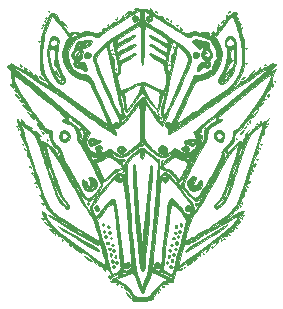
<source format=gbr>
G04 #@! TF.GenerationSoftware,KiCad,Pcbnew,6.0.0-unknown-120637b~86~ubuntu16.04.1*
G04 #@! TF.CreationDate,2019-08-06T10:20:09+03:00*
G04 #@! TF.ProjectId,contact-mic,636f6e74-6163-4742-9d6d-69632e6b6963,rev?*
G04 #@! TF.SameCoordinates,Original*
G04 #@! TF.FileFunction,Legend,Bot*
G04 #@! TF.FilePolarity,Positive*
%FSLAX46Y46*%
G04 Gerber Fmt 4.6, Leading zero omitted, Abs format (unit mm)*
G04 Created by KiCad (PCBNEW 6.0.0-unknown-120637b~86~ubuntu16.04.1) date 2019-08-06 10:20:09*
%MOMM*%
%LPD*%
G04 APERTURE LIST*
%ADD10C,0.100000*%
G04 APERTURE END LIST*
D10*
G36*
X107258905Y-94147954D02*
G01*
X107174267Y-94311915D01*
X107142923Y-94335616D01*
X107035877Y-94330315D01*
X107026941Y-94291315D01*
X107111579Y-94127354D01*
X107142923Y-94103653D01*
X107249969Y-94108955D01*
X107258905Y-94147954D01*
X107258905Y-94147954D01*
G37*
X107258905Y-94147954D02*
X107174267Y-94311915D01*
X107142923Y-94335616D01*
X107035877Y-94330315D01*
X107026941Y-94291315D01*
X107111579Y-94127354D01*
X107142923Y-94103653D01*
X107249969Y-94108955D01*
X107258905Y-94147954D01*
G36*
X93457078Y-94219635D02*
G01*
X93399087Y-94277625D01*
X93341096Y-94219635D01*
X93399087Y-94161644D01*
X93457078Y-94219635D01*
X93457078Y-94219635D01*
G37*
X93457078Y-94219635D02*
X93399087Y-94277625D01*
X93341096Y-94219635D01*
X93399087Y-94161644D01*
X93457078Y-94219635D01*
G36*
X97748402Y-91668036D02*
G01*
X97690411Y-91726027D01*
X97632421Y-91668036D01*
X97690411Y-91610046D01*
X97748402Y-91668036D01*
X97748402Y-91668036D01*
G37*
X97748402Y-91668036D02*
X97690411Y-91726027D01*
X97632421Y-91668036D01*
X97690411Y-91610046D01*
X97748402Y-91668036D01*
G36*
X97864384Y-92015982D02*
G01*
X97806393Y-92073972D01*
X97748402Y-92015982D01*
X97806393Y-91957991D01*
X97864384Y-92015982D01*
X97864384Y-92015982D01*
G37*
X97864384Y-92015982D02*
X97806393Y-92073972D01*
X97748402Y-92015982D01*
X97806393Y-91957991D01*
X97864384Y-92015982D01*
G36*
X98096348Y-93291781D02*
G01*
X98038357Y-93349772D01*
X97980366Y-93291781D01*
X98038357Y-93233790D01*
X98096348Y-93291781D01*
X98096348Y-93291781D01*
G37*
X98096348Y-93291781D02*
X98038357Y-93349772D01*
X97980366Y-93291781D01*
X98038357Y-93233790D01*
X98096348Y-93291781D01*
G36*
X102967580Y-91436073D02*
G01*
X102909590Y-91494064D01*
X102851599Y-91436073D01*
X102909590Y-91378082D01*
X102967580Y-91436073D01*
X102967580Y-91436073D01*
G37*
X102967580Y-91436073D02*
X102909590Y-91494064D01*
X102851599Y-91436073D01*
X102909590Y-91378082D01*
X102967580Y-91436073D01*
G36*
X102735617Y-92595890D02*
G01*
X102677626Y-92653881D01*
X102619635Y-92595890D01*
X102677626Y-92537899D01*
X102735617Y-92595890D01*
X102735617Y-92595890D01*
G37*
X102735617Y-92595890D02*
X102677626Y-92653881D01*
X102619635Y-92595890D01*
X102677626Y-92537899D01*
X102735617Y-92595890D01*
G36*
X102619635Y-92943836D02*
G01*
X102561644Y-93001826D01*
X102503653Y-92943836D01*
X102561644Y-92885845D01*
X102619635Y-92943836D01*
X102619635Y-92943836D01*
G37*
X102619635Y-92943836D02*
X102561644Y-93001826D01*
X102503653Y-92943836D01*
X102561644Y-92885845D01*
X102619635Y-92943836D01*
G36*
X102478874Y-93526075D02*
G01*
X102464993Y-93543074D01*
X102396042Y-93527154D01*
X102387672Y-93465753D01*
X102430108Y-93370287D01*
X102464993Y-93388432D01*
X102478874Y-93526075D01*
X102478874Y-93526075D01*
G37*
X102478874Y-93526075D02*
X102464993Y-93543074D01*
X102396042Y-93527154D01*
X102387672Y-93465753D01*
X102430108Y-93370287D01*
X102464993Y-93388432D01*
X102478874Y-93526075D01*
G36*
X101691781Y-97119178D02*
G01*
X101633790Y-97177169D01*
X101575800Y-97119178D01*
X101633790Y-97061187D01*
X101691781Y-97119178D01*
X101691781Y-97119178D01*
G37*
X101691781Y-97119178D02*
X101633790Y-97177169D01*
X101575800Y-97119178D01*
X101633790Y-97061187D01*
X101691781Y-97119178D01*
G36*
X108241348Y-92113002D02*
G01*
X108179491Y-92781868D01*
X108070777Y-93255789D01*
X108070777Y-92060305D01*
X108057013Y-91723237D01*
X108032286Y-91651385D01*
X108032286Y-91195116D01*
X108014069Y-90977037D01*
X107912664Y-90822318D01*
X107750463Y-90694715D01*
X107615020Y-90744709D01*
X107532999Y-90822318D01*
X107410379Y-91043154D01*
X107413377Y-91195116D01*
X107572531Y-91345429D01*
X107806867Y-91364686D01*
X108000172Y-91252887D01*
X108032286Y-91195116D01*
X108032286Y-91651385D01*
X108005411Y-91573292D01*
X107900503Y-91566710D01*
X107896804Y-91568103D01*
X107786078Y-91708141D01*
X107727598Y-91964685D01*
X107723993Y-92248909D01*
X107777896Y-92471991D01*
X107867809Y-92547056D01*
X107942268Y-92574045D01*
X107858166Y-92617926D01*
X107724231Y-92754349D01*
X107559774Y-93030559D01*
X107481226Y-93198294D01*
X107323719Y-93583981D01*
X107268777Y-93771093D01*
X107315287Y-93768560D01*
X107427109Y-93632898D01*
X107548532Y-93480810D01*
X107563777Y-93524700D01*
X107531268Y-93662204D01*
X107376294Y-93885262D01*
X107218086Y-93952158D01*
X106993248Y-94086378D01*
X106931888Y-94248630D01*
X106942357Y-94463527D01*
X107056453Y-94479464D01*
X107263826Y-94299514D01*
X107426365Y-94101882D01*
X107639032Y-93748371D01*
X107666595Y-93474179D01*
X107659669Y-93449458D01*
X107636851Y-93280033D01*
X107699108Y-93277119D01*
X107814609Y-93239780D01*
X107924727Y-93023472D01*
X108013351Y-92680939D01*
X108064370Y-92264927D01*
X108070777Y-92060305D01*
X108070777Y-93255789D01*
X108048030Y-93354951D01*
X107942652Y-93613852D01*
X107657284Y-94080827D01*
X107363595Y-94414716D01*
X107089604Y-94596760D01*
X106863330Y-94608200D01*
X106714889Y-94435834D01*
X106716561Y-94190536D01*
X106778958Y-94058893D01*
X107123081Y-93475919D01*
X107370300Y-92832926D01*
X107485567Y-92226024D01*
X107489735Y-92109813D01*
X107469727Y-91755178D01*
X107417280Y-91504369D01*
X107374886Y-91436073D01*
X107277097Y-91259047D01*
X107267741Y-90978130D01*
X107339267Y-90700604D01*
X107436312Y-90563359D01*
X107655966Y-90475790D01*
X107882479Y-90538580D01*
X108033393Y-90639710D01*
X108127988Y-90812788D01*
X108189063Y-91117505D01*
X108223075Y-91430306D01*
X108241348Y-92113002D01*
X108241348Y-92113002D01*
G37*
X108241348Y-92113002D02*
X108179491Y-92781868D01*
X108070777Y-93255789D01*
X108070777Y-92060305D01*
X108057013Y-91723237D01*
X108032286Y-91651385D01*
X108032286Y-91195116D01*
X108014069Y-90977037D01*
X107912664Y-90822318D01*
X107750463Y-90694715D01*
X107615020Y-90744709D01*
X107532999Y-90822318D01*
X107410379Y-91043154D01*
X107413377Y-91195116D01*
X107572531Y-91345429D01*
X107806867Y-91364686D01*
X108000172Y-91252887D01*
X108032286Y-91195116D01*
X108032286Y-91651385D01*
X108005411Y-91573292D01*
X107900503Y-91566710D01*
X107896804Y-91568103D01*
X107786078Y-91708141D01*
X107727598Y-91964685D01*
X107723993Y-92248909D01*
X107777896Y-92471991D01*
X107867809Y-92547056D01*
X107942268Y-92574045D01*
X107858166Y-92617926D01*
X107724231Y-92754349D01*
X107559774Y-93030559D01*
X107481226Y-93198294D01*
X107323719Y-93583981D01*
X107268777Y-93771093D01*
X107315287Y-93768560D01*
X107427109Y-93632898D01*
X107548532Y-93480810D01*
X107563777Y-93524700D01*
X107531268Y-93662204D01*
X107376294Y-93885262D01*
X107218086Y-93952158D01*
X106993248Y-94086378D01*
X106931888Y-94248630D01*
X106942357Y-94463527D01*
X107056453Y-94479464D01*
X107263826Y-94299514D01*
X107426365Y-94101882D01*
X107639032Y-93748371D01*
X107666595Y-93474179D01*
X107659669Y-93449458D01*
X107636851Y-93280033D01*
X107699108Y-93277119D01*
X107814609Y-93239780D01*
X107924727Y-93023472D01*
X108013351Y-92680939D01*
X108064370Y-92264927D01*
X108070777Y-92060305D01*
X108070777Y-93255789D01*
X108048030Y-93354951D01*
X107942652Y-93613852D01*
X107657284Y-94080827D01*
X107363595Y-94414716D01*
X107089604Y-94596760D01*
X106863330Y-94608200D01*
X106714889Y-94435834D01*
X106716561Y-94190536D01*
X106778958Y-94058893D01*
X107123081Y-93475919D01*
X107370300Y-92832926D01*
X107485567Y-92226024D01*
X107489735Y-92109813D01*
X107469727Y-91755178D01*
X107417280Y-91504369D01*
X107374886Y-91436073D01*
X107277097Y-91259047D01*
X107267741Y-90978130D01*
X107339267Y-90700604D01*
X107436312Y-90563359D01*
X107655966Y-90475790D01*
X107882479Y-90538580D01*
X108033393Y-90639710D01*
X108127988Y-90812788D01*
X108189063Y-91117505D01*
X108223075Y-91430306D01*
X108241348Y-92113002D01*
G36*
X93764421Y-94396780D02*
G01*
X93662225Y-94514709D01*
X93662225Y-94300086D01*
X93603293Y-94162164D01*
X93432743Y-94058458D01*
X93121975Y-93878683D01*
X92933794Y-93649705D01*
X92915039Y-93440657D01*
X92967515Y-93381558D01*
X92983995Y-93480547D01*
X93040030Y-93633510D01*
X93157078Y-93799768D01*
X93276592Y-93912219D01*
X93340022Y-93903759D01*
X93341096Y-93889826D01*
X93292983Y-93720352D01*
X93178019Y-93475086D01*
X93040272Y-93233998D01*
X92923807Y-93077057D01*
X92882065Y-93056792D01*
X92851306Y-92975948D01*
X92842316Y-92720595D01*
X92855629Y-92372715D01*
X92873854Y-91971242D01*
X92854354Y-91743039D01*
X92782770Y-91630592D01*
X92657649Y-91579694D01*
X92511521Y-91562856D01*
X92439137Y-91647202D01*
X92415085Y-91884806D01*
X92413242Y-92080537D01*
X92454709Y-92517343D01*
X92566359Y-92978601D01*
X92729071Y-93430330D01*
X92923721Y-93838547D01*
X93131187Y-94169268D01*
X93332347Y-94388512D01*
X93508078Y-94462296D01*
X93639256Y-94356637D01*
X93662225Y-94300086D01*
X93662225Y-94514709D01*
X93613541Y-94570888D01*
X93495091Y-94603305D01*
X93293902Y-94564679D01*
X93074216Y-94367860D01*
X92888193Y-94119675D01*
X92541007Y-93442858D01*
X92321872Y-92644036D01*
X92250534Y-91806335D01*
X92265842Y-91499963D01*
X92360370Y-90981792D01*
X92526108Y-90632505D01*
X92748181Y-90474570D01*
X92933471Y-90491522D01*
X93129941Y-90646536D01*
X93200193Y-90932006D01*
X93149766Y-91379533D01*
X93116034Y-91532865D01*
X93070642Y-92060180D01*
X93070642Y-91195116D01*
X93055603Y-90970565D01*
X92974739Y-90846037D01*
X92813484Y-90739948D01*
X92636589Y-90806772D01*
X92592089Y-90838258D01*
X92445585Y-91047188D01*
X92486245Y-91253380D01*
X92687505Y-91372033D01*
X92761188Y-91378082D01*
X92987405Y-91299605D01*
X93070642Y-91195116D01*
X93070642Y-92060180D01*
X93049641Y-92304147D01*
X93208027Y-93063935D01*
X93526716Y-93694513D01*
X93735675Y-94099011D01*
X93764421Y-94396780D01*
X93764421Y-94396780D01*
G37*
X93764421Y-94396780D02*
X93662225Y-94514709D01*
X93662225Y-94300086D01*
X93603293Y-94162164D01*
X93432743Y-94058458D01*
X93121975Y-93878683D01*
X92933794Y-93649705D01*
X92915039Y-93440657D01*
X92967515Y-93381558D01*
X92983995Y-93480547D01*
X93040030Y-93633510D01*
X93157078Y-93799768D01*
X93276592Y-93912219D01*
X93340022Y-93903759D01*
X93341096Y-93889826D01*
X93292983Y-93720352D01*
X93178019Y-93475086D01*
X93040272Y-93233998D01*
X92923807Y-93077057D01*
X92882065Y-93056792D01*
X92851306Y-92975948D01*
X92842316Y-92720595D01*
X92855629Y-92372715D01*
X92873854Y-91971242D01*
X92854354Y-91743039D01*
X92782770Y-91630592D01*
X92657649Y-91579694D01*
X92511521Y-91562856D01*
X92439137Y-91647202D01*
X92415085Y-91884806D01*
X92413242Y-92080537D01*
X92454709Y-92517343D01*
X92566359Y-92978601D01*
X92729071Y-93430330D01*
X92923721Y-93838547D01*
X93131187Y-94169268D01*
X93332347Y-94388512D01*
X93508078Y-94462296D01*
X93639256Y-94356637D01*
X93662225Y-94300086D01*
X93662225Y-94514709D01*
X93613541Y-94570888D01*
X93495091Y-94603305D01*
X93293902Y-94564679D01*
X93074216Y-94367860D01*
X92888193Y-94119675D01*
X92541007Y-93442858D01*
X92321872Y-92644036D01*
X92250534Y-91806335D01*
X92265842Y-91499963D01*
X92360370Y-90981792D01*
X92526108Y-90632505D01*
X92748181Y-90474570D01*
X92933471Y-90491522D01*
X93129941Y-90646536D01*
X93200193Y-90932006D01*
X93149766Y-91379533D01*
X93116034Y-91532865D01*
X93070642Y-92060180D01*
X93070642Y-91195116D01*
X93055603Y-90970565D01*
X92974739Y-90846037D01*
X92813484Y-90739948D01*
X92636589Y-90806772D01*
X92592089Y-90838258D01*
X92445585Y-91047188D01*
X92486245Y-91253380D01*
X92687505Y-91372033D01*
X92761188Y-91378082D01*
X92987405Y-91299605D01*
X93070642Y-91195116D01*
X93070642Y-92060180D01*
X93049641Y-92304147D01*
X93208027Y-93063935D01*
X93526716Y-93694513D01*
X93735675Y-94099011D01*
X93764421Y-94396780D01*
G36*
X99936844Y-88938468D02*
G01*
X99901925Y-89152572D01*
X99793471Y-89277640D01*
X99624080Y-89340539D01*
X99604110Y-89324729D01*
X99604110Y-89000457D01*
X99546119Y-88942466D01*
X99488128Y-89000457D01*
X99546119Y-89058447D01*
X99604110Y-89000457D01*
X99604110Y-89324729D01*
X99489315Y-89233850D01*
X99425331Y-89023085D01*
X99518558Y-88839454D01*
X99710761Y-88770350D01*
X99786562Y-88787796D01*
X99936844Y-88938468D01*
X99936844Y-88938468D01*
G37*
X99936844Y-88938468D02*
X99901925Y-89152572D01*
X99793471Y-89277640D01*
X99624080Y-89340539D01*
X99604110Y-89324729D01*
X99604110Y-89000457D01*
X99546119Y-88942466D01*
X99488128Y-89000457D01*
X99546119Y-89058447D01*
X99604110Y-89000457D01*
X99604110Y-89324729D01*
X99489315Y-89233850D01*
X99425331Y-89023085D01*
X99518558Y-88839454D01*
X99710761Y-88770350D01*
X99786562Y-88787796D01*
X99936844Y-88938468D01*
G36*
X95950685Y-92133552D02*
G01*
X95861130Y-92324926D01*
X95776713Y-92360491D01*
X95776713Y-92015982D01*
X95718722Y-91957991D01*
X95660731Y-92015982D01*
X95718722Y-92073972D01*
X95776713Y-92015982D01*
X95776713Y-92360491D01*
X95660793Y-92409329D01*
X95660731Y-92409316D01*
X95660731Y-92247945D01*
X95602740Y-92189954D01*
X95544749Y-92247945D01*
X95602740Y-92305936D01*
X95660731Y-92247945D01*
X95660731Y-92409316D01*
X95452173Y-92367024D01*
X95354858Y-92248284D01*
X95351424Y-92024224D01*
X95401048Y-91939318D01*
X95616194Y-91848922D01*
X95832801Y-91914105D01*
X95948392Y-92098653D01*
X95950685Y-92133552D01*
X95950685Y-92133552D01*
G37*
X95950685Y-92133552D02*
X95861130Y-92324926D01*
X95776713Y-92360491D01*
X95776713Y-92015982D01*
X95718722Y-91957991D01*
X95660731Y-92015982D01*
X95718722Y-92073972D01*
X95776713Y-92015982D01*
X95776713Y-92360491D01*
X95660793Y-92409329D01*
X95660731Y-92409316D01*
X95660731Y-92247945D01*
X95602740Y-92189954D01*
X95544749Y-92247945D01*
X95602740Y-92305936D01*
X95660731Y-92247945D01*
X95660731Y-92409316D01*
X95452173Y-92367024D01*
X95354858Y-92248284D01*
X95351424Y-92024224D01*
X95401048Y-91939318D01*
X95616194Y-91848922D01*
X95832801Y-91914105D01*
X95948392Y-92098653D01*
X95950685Y-92133552D01*
G36*
X96008676Y-90951929D02*
G01*
X95915508Y-91182148D01*
X95748649Y-91343868D01*
X95748649Y-90967856D01*
X95683523Y-90958804D01*
X95619145Y-90981900D01*
X95454828Y-91134777D01*
X95428768Y-91235849D01*
X95445172Y-91368173D01*
X95461587Y-91368417D01*
X95550658Y-91247789D01*
X95651964Y-91114468D01*
X95748649Y-90967856D01*
X95748649Y-91343868D01*
X95693779Y-91397049D01*
X95430150Y-91530722D01*
X95243830Y-91533618D01*
X95095332Y-91495948D01*
X95131461Y-91584230D01*
X95157526Y-91617326D01*
X95231459Y-91842502D01*
X95221930Y-92143561D01*
X95141124Y-92403296D01*
X95066974Y-92488467D01*
X95022832Y-92547430D01*
X95022832Y-91262100D01*
X94995290Y-91163841D01*
X94906850Y-91146119D01*
X94781579Y-91200672D01*
X94790868Y-91262100D01*
X94890074Y-91372624D01*
X94906850Y-91378082D01*
X94999060Y-91297190D01*
X95022832Y-91262100D01*
X95022832Y-92547430D01*
X94998297Y-92580203D01*
X94998297Y-92074543D01*
X94974538Y-91842852D01*
X94810877Y-91734244D01*
X94622449Y-91780586D01*
X94528261Y-91926920D01*
X94504423Y-92132551D01*
X94554889Y-92284825D01*
X94604009Y-92305936D01*
X94684865Y-92211894D01*
X94690995Y-92115451D01*
X94765701Y-91923898D01*
X94848859Y-91874658D01*
X94963704Y-91851082D01*
X94882778Y-91921310D01*
X94849828Y-91944331D01*
X94743553Y-92084277D01*
X94805302Y-92192789D01*
X94921122Y-92235456D01*
X94998297Y-92074543D01*
X94998297Y-92580203D01*
X94962055Y-92628614D01*
X95038316Y-92726134D01*
X95176886Y-92718194D01*
X95338068Y-92723024D01*
X95455822Y-92892101D01*
X95513975Y-93058323D01*
X95581100Y-93335292D01*
X95550693Y-93451653D01*
X95490104Y-93465753D01*
X95428768Y-93440380D01*
X95428768Y-93175799D01*
X95370777Y-93117808D01*
X95312786Y-93175799D01*
X95370777Y-93233790D01*
X95428768Y-93175799D01*
X95428768Y-93440380D01*
X95293733Y-93384522D01*
X95206741Y-93303754D01*
X94991454Y-93191295D01*
X94917761Y-93193951D01*
X94917761Y-92945599D01*
X94906850Y-92885845D01*
X94758572Y-92774287D01*
X94726032Y-92769863D01*
X94620019Y-92858327D01*
X94616895Y-92885845D01*
X94711300Y-92987632D01*
X94797713Y-93001826D01*
X94917761Y-92945599D01*
X94917761Y-93193951D01*
X94865488Y-93195836D01*
X94631411Y-93171156D01*
X94469275Y-93018194D01*
X94441261Y-92814162D01*
X94488143Y-92727260D01*
X94551041Y-92557869D01*
X94444353Y-92423105D01*
X94283058Y-92167965D01*
X94343582Y-91869484D01*
X94468359Y-91697921D01*
X94626320Y-91428166D01*
X94671327Y-91224861D01*
X94729808Y-91033260D01*
X94938187Y-90972927D01*
X94983530Y-90972146D01*
X95246037Y-90942249D01*
X95379801Y-90885160D01*
X95564592Y-90806257D01*
X95798640Y-90809177D01*
X95974982Y-90882561D01*
X96008676Y-90951929D01*
X96008676Y-90951929D01*
G37*
X96008676Y-90951929D02*
X95915508Y-91182148D01*
X95748649Y-91343868D01*
X95748649Y-90967856D01*
X95683523Y-90958804D01*
X95619145Y-90981900D01*
X95454828Y-91134777D01*
X95428768Y-91235849D01*
X95445172Y-91368173D01*
X95461587Y-91368417D01*
X95550658Y-91247789D01*
X95651964Y-91114468D01*
X95748649Y-90967856D01*
X95748649Y-91343868D01*
X95693779Y-91397049D01*
X95430150Y-91530722D01*
X95243830Y-91533618D01*
X95095332Y-91495948D01*
X95131461Y-91584230D01*
X95157526Y-91617326D01*
X95231459Y-91842502D01*
X95221930Y-92143561D01*
X95141124Y-92403296D01*
X95066974Y-92488467D01*
X95022832Y-92547430D01*
X95022832Y-91262100D01*
X94995290Y-91163841D01*
X94906850Y-91146119D01*
X94781579Y-91200672D01*
X94790868Y-91262100D01*
X94890074Y-91372624D01*
X94906850Y-91378082D01*
X94999060Y-91297190D01*
X95022832Y-91262100D01*
X95022832Y-92547430D01*
X94998297Y-92580203D01*
X94998297Y-92074543D01*
X94974538Y-91842852D01*
X94810877Y-91734244D01*
X94622449Y-91780586D01*
X94528261Y-91926920D01*
X94504423Y-92132551D01*
X94554889Y-92284825D01*
X94604009Y-92305936D01*
X94684865Y-92211894D01*
X94690995Y-92115451D01*
X94765701Y-91923898D01*
X94848859Y-91874658D01*
X94963704Y-91851082D01*
X94882778Y-91921310D01*
X94849828Y-91944331D01*
X94743553Y-92084277D01*
X94805302Y-92192789D01*
X94921122Y-92235456D01*
X94998297Y-92074543D01*
X94998297Y-92580203D01*
X94962055Y-92628614D01*
X95038316Y-92726134D01*
X95176886Y-92718194D01*
X95338068Y-92723024D01*
X95455822Y-92892101D01*
X95513975Y-93058323D01*
X95581100Y-93335292D01*
X95550693Y-93451653D01*
X95490104Y-93465753D01*
X95428768Y-93440380D01*
X95428768Y-93175799D01*
X95370777Y-93117808D01*
X95312786Y-93175799D01*
X95370777Y-93233790D01*
X95428768Y-93175799D01*
X95428768Y-93440380D01*
X95293733Y-93384522D01*
X95206741Y-93303754D01*
X94991454Y-93191295D01*
X94917761Y-93193951D01*
X94917761Y-92945599D01*
X94906850Y-92885845D01*
X94758572Y-92774287D01*
X94726032Y-92769863D01*
X94620019Y-92858327D01*
X94616895Y-92885845D01*
X94711300Y-92987632D01*
X94797713Y-93001826D01*
X94917761Y-92945599D01*
X94917761Y-93193951D01*
X94865488Y-93195836D01*
X94631411Y-93171156D01*
X94469275Y-93018194D01*
X94441261Y-92814162D01*
X94488143Y-92727260D01*
X94551041Y-92557869D01*
X94444353Y-92423105D01*
X94283058Y-92167965D01*
X94343582Y-91869484D01*
X94468359Y-91697921D01*
X94626320Y-91428166D01*
X94671327Y-91224861D01*
X94729808Y-91033260D01*
X94938187Y-90972927D01*
X94983530Y-90972146D01*
X95246037Y-90942249D01*
X95379801Y-90885160D01*
X95564592Y-90806257D01*
X95798640Y-90809177D01*
X95974982Y-90882561D01*
X96008676Y-90951929D01*
G36*
X95080822Y-98394977D02*
G01*
X95022832Y-98452968D01*
X94964841Y-98394977D01*
X95022832Y-98336986D01*
X95080822Y-98394977D01*
X95080822Y-98394977D01*
G37*
X95080822Y-98394977D02*
X95022832Y-98452968D01*
X94964841Y-98394977D01*
X95022832Y-98336986D01*
X95080822Y-98394977D01*
G36*
X105635160Y-98278995D02*
G01*
X105577169Y-98336986D01*
X105519179Y-98278995D01*
X105577169Y-98221004D01*
X105635160Y-98278995D01*
X105635160Y-98278995D01*
G37*
X105635160Y-98278995D02*
X105577169Y-98336986D01*
X105519179Y-98278995D01*
X105577169Y-98221004D01*
X105635160Y-98278995D01*
G36*
X105262435Y-98629272D02*
G01*
X105248555Y-98646271D01*
X105179604Y-98630350D01*
X105171233Y-98568950D01*
X105213669Y-98473484D01*
X105248555Y-98491629D01*
X105262435Y-98629272D01*
X105262435Y-98629272D01*
G37*
X105262435Y-98629272D02*
X105248555Y-98646271D01*
X105179604Y-98630350D01*
X105171233Y-98568950D01*
X105213669Y-98473484D01*
X105248555Y-98491629D01*
X105262435Y-98629272D01*
G36*
X101107662Y-88936233D02*
G01*
X101091212Y-89143899D01*
X100995891Y-89238681D01*
X100995891Y-89000457D01*
X100937900Y-88942466D01*
X100879909Y-89000457D01*
X100937900Y-89058447D01*
X100995891Y-89000457D01*
X100995891Y-89238681D01*
X100954903Y-89279438D01*
X100886754Y-89290411D01*
X100661037Y-89231742D01*
X100583076Y-89163299D01*
X100589063Y-88993409D01*
X100725046Y-88824664D01*
X100905105Y-88742985D01*
X100984761Y-88761614D01*
X101107662Y-88936233D01*
X101107662Y-88936233D01*
G37*
X101107662Y-88936233D02*
X101091212Y-89143899D01*
X100995891Y-89238681D01*
X100995891Y-89000457D01*
X100937900Y-88942466D01*
X100879909Y-89000457D01*
X100937900Y-89058447D01*
X100995891Y-89000457D01*
X100995891Y-89238681D01*
X100954903Y-89279438D01*
X100886754Y-89290411D01*
X100661037Y-89231742D01*
X100583076Y-89163299D01*
X100589063Y-88993409D01*
X100725046Y-88824664D01*
X100905105Y-88742985D01*
X100984761Y-88761614D01*
X101107662Y-88936233D01*
G36*
X105113242Y-92130375D02*
G01*
X105027979Y-92328625D01*
X105026815Y-92329148D01*
X105026815Y-92081524D01*
X105010951Y-92073972D01*
X104905107Y-92155621D01*
X104881279Y-92189954D01*
X104851724Y-92298385D01*
X104867589Y-92305936D01*
X104973432Y-92224287D01*
X104997261Y-92189954D01*
X105026815Y-92081524D01*
X105026815Y-92329148D01*
X104841258Y-92412595D01*
X104672655Y-92348606D01*
X104603564Y-92174887D01*
X104591325Y-92046576D01*
X104653963Y-91880733D01*
X104852284Y-91862938D01*
X105070527Y-91978168D01*
X105113242Y-92130375D01*
X105113242Y-92130375D01*
G37*
X105113242Y-92130375D02*
X105027979Y-92328625D01*
X105026815Y-92329148D01*
X105026815Y-92081524D01*
X105010951Y-92073972D01*
X104905107Y-92155621D01*
X104881279Y-92189954D01*
X104851724Y-92298385D01*
X104867589Y-92305936D01*
X104973432Y-92224287D01*
X104997261Y-92189954D01*
X105026815Y-92081524D01*
X105026815Y-92329148D01*
X104841258Y-92412595D01*
X104672655Y-92348606D01*
X104603564Y-92174887D01*
X104591325Y-92046576D01*
X104653963Y-91880733D01*
X104852284Y-91862938D01*
X105070527Y-91978168D01*
X105113242Y-92130375D01*
G36*
X106202493Y-91982657D02*
G01*
X106155474Y-92279782D01*
X106039666Y-92423105D01*
X106029498Y-92439230D01*
X106029498Y-92093355D01*
X105986640Y-91837215D01*
X105878892Y-91740122D01*
X105730626Y-91728469D01*
X105730626Y-91219664D01*
X105712481Y-91184779D01*
X105574838Y-91170898D01*
X105557839Y-91184779D01*
X105573760Y-91253730D01*
X105635160Y-91262100D01*
X105730626Y-91219664D01*
X105730626Y-91728469D01*
X105722147Y-91727803D01*
X105552675Y-91746116D01*
X105594341Y-91814337D01*
X105635160Y-91842009D01*
X105729527Y-91935791D01*
X105664156Y-91956215D01*
X105531654Y-92049866D01*
X105519179Y-92112581D01*
X105616811Y-92228098D01*
X105780137Y-92247945D01*
X105979055Y-92182254D01*
X106029498Y-92093355D01*
X106029498Y-92439230D01*
X105931206Y-92595116D01*
X105983676Y-92712560D01*
X106050717Y-92935536D01*
X106030689Y-93045117D01*
X105876842Y-93209991D01*
X105867124Y-93209764D01*
X105867124Y-92885845D01*
X105778865Y-92773233D01*
X105751142Y-92769863D01*
X105638531Y-92858122D01*
X105635160Y-92885845D01*
X105723419Y-92998456D01*
X105751142Y-93001826D01*
X105863753Y-92913567D01*
X105867124Y-92885845D01*
X105867124Y-93209764D01*
X105674869Y-93205288D01*
X105571905Y-93109290D01*
X105458462Y-93088123D01*
X105326520Y-93225272D01*
X105287215Y-93263639D01*
X105287215Y-93059817D01*
X105229224Y-93001826D01*
X105171233Y-93059817D01*
X105229224Y-93117808D01*
X105287215Y-93059817D01*
X105287215Y-93263639D01*
X105137258Y-93410021D01*
X104992561Y-93465753D01*
X104900937Y-93431646D01*
X104918451Y-93294239D01*
X105022298Y-93056296D01*
X105185654Y-92798415D01*
X105337536Y-92698830D01*
X105364652Y-92703285D01*
X105536569Y-92695410D01*
X105572789Y-92660969D01*
X105539072Y-92542391D01*
X105460522Y-92495702D01*
X105340833Y-92344233D01*
X105289414Y-92080101D01*
X105313699Y-91814484D01*
X105405089Y-91666867D01*
X105467384Y-91521747D01*
X105448582Y-91473667D01*
X105341903Y-91435909D01*
X105278207Y-91508640D01*
X105176502Y-91572596D01*
X105171233Y-91569840D01*
X105171233Y-91320091D01*
X105113242Y-91262100D01*
X105055252Y-91320091D01*
X105055252Y-91100536D01*
X104964275Y-91026048D01*
X104875255Y-90985883D01*
X104755530Y-90977777D01*
X104766118Y-91031465D01*
X104890168Y-91127610D01*
X105023107Y-91143745D01*
X105055252Y-91100536D01*
X105055252Y-91320091D01*
X105113242Y-91378082D01*
X105171233Y-91320091D01*
X105171233Y-91569840D01*
X105007448Y-91484185D01*
X104828778Y-91325350D01*
X104609497Y-91094792D01*
X104485609Y-90924823D01*
X104475343Y-90892456D01*
X104572610Y-90826390D01*
X104795927Y-90800410D01*
X105042573Y-90816267D01*
X105209824Y-90875712D01*
X105214254Y-90879855D01*
X105381039Y-90942611D01*
X105610525Y-90966841D01*
X105841340Y-91009102D01*
X105913072Y-91167719D01*
X105913182Y-91258452D01*
X105964251Y-91544352D01*
X106058159Y-91701668D01*
X106202493Y-91982657D01*
X106202493Y-91982657D01*
G37*
X106202493Y-91982657D02*
X106155474Y-92279782D01*
X106039666Y-92423105D01*
X106029498Y-92439230D01*
X106029498Y-92093355D01*
X105986640Y-91837215D01*
X105878892Y-91740122D01*
X105730626Y-91728469D01*
X105730626Y-91219664D01*
X105712481Y-91184779D01*
X105574838Y-91170898D01*
X105557839Y-91184779D01*
X105573760Y-91253730D01*
X105635160Y-91262100D01*
X105730626Y-91219664D01*
X105730626Y-91728469D01*
X105722147Y-91727803D01*
X105552675Y-91746116D01*
X105594341Y-91814337D01*
X105635160Y-91842009D01*
X105729527Y-91935791D01*
X105664156Y-91956215D01*
X105531654Y-92049866D01*
X105519179Y-92112581D01*
X105616811Y-92228098D01*
X105780137Y-92247945D01*
X105979055Y-92182254D01*
X106029498Y-92093355D01*
X106029498Y-92439230D01*
X105931206Y-92595116D01*
X105983676Y-92712560D01*
X106050717Y-92935536D01*
X106030689Y-93045117D01*
X105876842Y-93209991D01*
X105867124Y-93209764D01*
X105867124Y-92885845D01*
X105778865Y-92773233D01*
X105751142Y-92769863D01*
X105638531Y-92858122D01*
X105635160Y-92885845D01*
X105723419Y-92998456D01*
X105751142Y-93001826D01*
X105863753Y-92913567D01*
X105867124Y-92885845D01*
X105867124Y-93209764D01*
X105674869Y-93205288D01*
X105571905Y-93109290D01*
X105458462Y-93088123D01*
X105326520Y-93225272D01*
X105287215Y-93263639D01*
X105287215Y-93059817D01*
X105229224Y-93001826D01*
X105171233Y-93059817D01*
X105229224Y-93117808D01*
X105287215Y-93059817D01*
X105287215Y-93263639D01*
X105137258Y-93410021D01*
X104992561Y-93465753D01*
X104900937Y-93431646D01*
X104918451Y-93294239D01*
X105022298Y-93056296D01*
X105185654Y-92798415D01*
X105337536Y-92698830D01*
X105364652Y-92703285D01*
X105536569Y-92695410D01*
X105572789Y-92660969D01*
X105539072Y-92542391D01*
X105460522Y-92495702D01*
X105340833Y-92344233D01*
X105289414Y-92080101D01*
X105313699Y-91814484D01*
X105405089Y-91666867D01*
X105467384Y-91521747D01*
X105448582Y-91473667D01*
X105341903Y-91435909D01*
X105278207Y-91508640D01*
X105176502Y-91572596D01*
X105171233Y-91569840D01*
X105171233Y-91320091D01*
X105113242Y-91262100D01*
X105055252Y-91320091D01*
X105055252Y-91100536D01*
X104964275Y-91026048D01*
X104875255Y-90985883D01*
X104755530Y-90977777D01*
X104766118Y-91031465D01*
X104890168Y-91127610D01*
X105023107Y-91143745D01*
X105055252Y-91100536D01*
X105055252Y-91320091D01*
X105113242Y-91378082D01*
X105171233Y-91320091D01*
X105171233Y-91569840D01*
X105007448Y-91484185D01*
X104828778Y-91325350D01*
X104609497Y-91094792D01*
X104485609Y-90924823D01*
X104475343Y-90892456D01*
X104572610Y-90826390D01*
X104795927Y-90800410D01*
X105042573Y-90816267D01*
X105209824Y-90875712D01*
X105214254Y-90879855D01*
X105381039Y-90942611D01*
X105610525Y-90966841D01*
X105841340Y-91009102D01*
X105913072Y-91167719D01*
X105913182Y-91258452D01*
X105964251Y-91544352D01*
X106058159Y-91701668D01*
X106202493Y-91982657D01*
G36*
X104803838Y-99570138D02*
G01*
X104685500Y-99757184D01*
X104649316Y-99770449D01*
X104649316Y-99496804D01*
X104621774Y-99398544D01*
X104533334Y-99380822D01*
X104408063Y-99435375D01*
X104417352Y-99496804D01*
X104516558Y-99607327D01*
X104533334Y-99612785D01*
X104625544Y-99531893D01*
X104649316Y-99496804D01*
X104649316Y-99770449D01*
X104488935Y-99829245D01*
X104317096Y-99752234D01*
X104305339Y-99735189D01*
X104138041Y-99632254D01*
X104004571Y-99612785D01*
X103818436Y-99535164D01*
X103779453Y-99431522D01*
X103870809Y-99288853D01*
X103982421Y-99275375D01*
X104263271Y-99251524D01*
X104396153Y-99209274D01*
X104644801Y-99194091D01*
X104793970Y-99355527D01*
X104803838Y-99570138D01*
X104803838Y-99570138D01*
G37*
X104803838Y-99570138D02*
X104685500Y-99757184D01*
X104649316Y-99770449D01*
X104649316Y-99496804D01*
X104621774Y-99398544D01*
X104533334Y-99380822D01*
X104408063Y-99435375D01*
X104417352Y-99496804D01*
X104516558Y-99607327D01*
X104533334Y-99612785D01*
X104625544Y-99531893D01*
X104649316Y-99496804D01*
X104649316Y-99770449D01*
X104488935Y-99829245D01*
X104317096Y-99752234D01*
X104305339Y-99735189D01*
X104138041Y-99632254D01*
X104004571Y-99612785D01*
X103818436Y-99535164D01*
X103779453Y-99431522D01*
X103870809Y-99288853D01*
X103982421Y-99275375D01*
X104263271Y-99251524D01*
X104396153Y-99209274D01*
X104644801Y-99194091D01*
X104793970Y-99355527D01*
X104803838Y-99570138D01*
G36*
X104243379Y-100060663D02*
G01*
X104160762Y-100285993D01*
X104106882Y-100304884D01*
X104106882Y-100034276D01*
X104088737Y-99999391D01*
X103951094Y-99985510D01*
X103934095Y-99999391D01*
X103950016Y-100068342D01*
X104011416Y-100076712D01*
X104106882Y-100034276D01*
X104106882Y-100304884D01*
X103964203Y-100354912D01*
X103730644Y-100242808D01*
X103716534Y-100229188D01*
X103593728Y-100065498D01*
X103651566Y-99925669D01*
X103704184Y-99870311D01*
X103933950Y-99757666D01*
X104142196Y-99822904D01*
X104242585Y-100035545D01*
X104243379Y-100060663D01*
X104243379Y-100060663D01*
G37*
X104243379Y-100060663D02*
X104160762Y-100285993D01*
X104106882Y-100304884D01*
X104106882Y-100034276D01*
X104088737Y-99999391D01*
X103951094Y-99985510D01*
X103934095Y-99999391D01*
X103950016Y-100068342D01*
X104011416Y-100076712D01*
X104106882Y-100034276D01*
X104106882Y-100304884D01*
X103964203Y-100354912D01*
X103730644Y-100242808D01*
X103716534Y-100229188D01*
X103593728Y-100065498D01*
X103651566Y-99925669D01*
X103704184Y-99870311D01*
X103933950Y-99757666D01*
X104142196Y-99822904D01*
X104242585Y-100035545D01*
X104243379Y-100060663D01*
G36*
X102374589Y-100247049D02*
G01*
X102271172Y-100433621D01*
X102249446Y-100445502D01*
X102249446Y-100141739D01*
X102213699Y-100076712D01*
X102044318Y-99966440D01*
X102003886Y-99962506D01*
X101958151Y-100007786D01*
X102039727Y-100076712D01*
X102224790Y-100181027D01*
X102249446Y-100141739D01*
X102249446Y-100445502D01*
X102204213Y-100470240D01*
X102019211Y-100515974D01*
X102019211Y-100266240D01*
X102001066Y-100231355D01*
X101863423Y-100217474D01*
X101846424Y-100231355D01*
X101862344Y-100300306D01*
X101923745Y-100308676D01*
X102019211Y-100266240D01*
X102019211Y-100515974D01*
X101945215Y-100534267D01*
X101769937Y-100452594D01*
X101697934Y-100374080D01*
X101637355Y-100155387D01*
X101710947Y-99911716D01*
X101875577Y-99748228D01*
X101962620Y-99728767D01*
X102193856Y-99813421D01*
X102339998Y-100013249D01*
X102374589Y-100247049D01*
X102374589Y-100247049D01*
G37*
X102374589Y-100247049D02*
X102271172Y-100433621D01*
X102249446Y-100445502D01*
X102249446Y-100141739D01*
X102213699Y-100076712D01*
X102044318Y-99966440D01*
X102003886Y-99962506D01*
X101958151Y-100007786D01*
X102039727Y-100076712D01*
X102224790Y-100181027D01*
X102249446Y-100141739D01*
X102249446Y-100445502D01*
X102204213Y-100470240D01*
X102019211Y-100515974D01*
X102019211Y-100266240D01*
X102001066Y-100231355D01*
X101863423Y-100217474D01*
X101846424Y-100231355D01*
X101862344Y-100300306D01*
X101923745Y-100308676D01*
X102019211Y-100266240D01*
X102019211Y-100515974D01*
X101945215Y-100534267D01*
X101769937Y-100452594D01*
X101697934Y-100374080D01*
X101637355Y-100155387D01*
X101710947Y-99911716D01*
X101875577Y-99748228D01*
X101962620Y-99728767D01*
X102193856Y-99813421D01*
X102339998Y-100013249D01*
X102374589Y-100247049D01*
G36*
X96758177Y-99373734D02*
G01*
X96732006Y-99503258D01*
X96624932Y-99564080D01*
X96333400Y-99678637D01*
X96213218Y-99737233D01*
X96124658Y-99777785D01*
X96124658Y-99496804D01*
X96036399Y-99384192D01*
X96008676Y-99380822D01*
X95896065Y-99469081D01*
X95892695Y-99496804D01*
X95980954Y-99609415D01*
X96008676Y-99612785D01*
X96121288Y-99524526D01*
X96124658Y-99496804D01*
X96124658Y-99777785D01*
X96009402Y-99830562D01*
X95887331Y-99793956D01*
X95777939Y-99672253D01*
X95688405Y-99444596D01*
X95702106Y-99324308D01*
X95857024Y-99185740D01*
X96093101Y-99153652D01*
X96282808Y-99241912D01*
X96295500Y-99259775D01*
X96446903Y-99325202D01*
X96522577Y-99309859D01*
X96708898Y-99325662D01*
X96758177Y-99373734D01*
X96758177Y-99373734D01*
G37*
X96758177Y-99373734D02*
X96732006Y-99503258D01*
X96624932Y-99564080D01*
X96333400Y-99678637D01*
X96213218Y-99737233D01*
X96124658Y-99777785D01*
X96124658Y-99496804D01*
X96036399Y-99384192D01*
X96008676Y-99380822D01*
X95896065Y-99469081D01*
X95892695Y-99496804D01*
X95980954Y-99609415D01*
X96008676Y-99612785D01*
X96121288Y-99524526D01*
X96124658Y-99496804D01*
X96124658Y-99777785D01*
X96009402Y-99830562D01*
X95887331Y-99793956D01*
X95777939Y-99672253D01*
X95688405Y-99444596D01*
X95702106Y-99324308D01*
X95857024Y-99185740D01*
X96093101Y-99153652D01*
X96282808Y-99241912D01*
X96295500Y-99259775D01*
X96446903Y-99325202D01*
X96522577Y-99309859D01*
X96708898Y-99325662D01*
X96758177Y-99373734D01*
G36*
X98895866Y-100089280D02*
G01*
X98835832Y-100281856D01*
X98676256Y-100427922D01*
X98676256Y-100006313D01*
X98581548Y-99965769D01*
X98502284Y-99960730D01*
X98347910Y-100021428D01*
X98328311Y-100073072D01*
X98413326Y-100136887D01*
X98502284Y-100118654D01*
X98654888Y-100036332D01*
X98676256Y-100006313D01*
X98676256Y-100427922D01*
X98647820Y-100453950D01*
X98647820Y-100200245D01*
X98631955Y-100192694D01*
X98526112Y-100274343D01*
X98502284Y-100308676D01*
X98472729Y-100417106D01*
X98488594Y-100424657D01*
X98594437Y-100343009D01*
X98618265Y-100308676D01*
X98647820Y-100200245D01*
X98647820Y-100453950D01*
X98611893Y-100486836D01*
X98363639Y-100487098D01*
X98217683Y-100373118D01*
X98121007Y-100127602D01*
X98195402Y-99913275D01*
X98380956Y-99782618D01*
X98617755Y-99788115D01*
X98770270Y-99889056D01*
X98895866Y-100089280D01*
X98895866Y-100089280D01*
G37*
X98895866Y-100089280D02*
X98835832Y-100281856D01*
X98676256Y-100427922D01*
X98676256Y-100006313D01*
X98581548Y-99965769D01*
X98502284Y-99960730D01*
X98347910Y-100021428D01*
X98328311Y-100073072D01*
X98413326Y-100136887D01*
X98502284Y-100118654D01*
X98654888Y-100036332D01*
X98676256Y-100006313D01*
X98676256Y-100427922D01*
X98647820Y-100453950D01*
X98647820Y-100200245D01*
X98631955Y-100192694D01*
X98526112Y-100274343D01*
X98502284Y-100308676D01*
X98472729Y-100417106D01*
X98488594Y-100424657D01*
X98594437Y-100343009D01*
X98618265Y-100308676D01*
X98647820Y-100200245D01*
X98647820Y-100453950D01*
X98611893Y-100486836D01*
X98363639Y-100487098D01*
X98217683Y-100373118D01*
X98121007Y-100127602D01*
X98195402Y-99913275D01*
X98380956Y-99782618D01*
X98617755Y-99788115D01*
X98770270Y-99889056D01*
X98895866Y-100089280D01*
G36*
X107238216Y-99074353D02*
G01*
X107137625Y-99329215D01*
X107084932Y-99364994D01*
X107084932Y-98973297D01*
X106989515Y-98767080D01*
X106823973Y-98705860D01*
X106617360Y-98729491D01*
X106563014Y-98889498D01*
X106601571Y-99115543D01*
X106644345Y-99191528D01*
X106833946Y-99253633D01*
X107014971Y-99155451D01*
X107084932Y-98973297D01*
X107084932Y-99364994D01*
X106910226Y-99483621D01*
X106638765Y-99424185D01*
X106516176Y-99345328D01*
X106359331Y-99123986D01*
X106359228Y-98864255D01*
X106478755Y-98629450D01*
X106680798Y-98482892D01*
X106928244Y-98487895D01*
X106997946Y-98523397D01*
X107190926Y-98761328D01*
X107238216Y-99074353D01*
X107238216Y-99074353D01*
G37*
X107238216Y-99074353D02*
X107137625Y-99329215D01*
X107084932Y-99364994D01*
X107084932Y-98973297D01*
X106989515Y-98767080D01*
X106823973Y-98705860D01*
X106617360Y-98729491D01*
X106563014Y-98889498D01*
X106601571Y-99115543D01*
X106644345Y-99191528D01*
X106833946Y-99253633D01*
X107014971Y-99155451D01*
X107084932Y-98973297D01*
X107084932Y-99364994D01*
X106910226Y-99483621D01*
X106638765Y-99424185D01*
X106516176Y-99345328D01*
X106359331Y-99123986D01*
X106359228Y-98864255D01*
X106478755Y-98629450D01*
X106680798Y-98482892D01*
X106928244Y-98487895D01*
X106997946Y-98523397D01*
X107190926Y-98761328D01*
X107238216Y-99074353D01*
G36*
X105380535Y-103120344D02*
G01*
X105226375Y-103391330D01*
X105165665Y-103433591D01*
X105165665Y-103172689D01*
X105077451Y-103178975D01*
X104963693Y-103277908D01*
X104889763Y-103408788D01*
X104927852Y-103440183D01*
X105088281Y-103355271D01*
X105118011Y-103316484D01*
X105165665Y-103172689D01*
X105165665Y-103433591D01*
X104959415Y-103577166D01*
X104639224Y-103636986D01*
X104591325Y-103620646D01*
X104591325Y-103389037D01*
X104508945Y-103290937D01*
X104457423Y-103255135D01*
X104378057Y-103241465D01*
X104406277Y-103306281D01*
X104523058Y-103430792D01*
X104590196Y-103405251D01*
X104591325Y-103389037D01*
X104591325Y-103620646D01*
X104325370Y-103529923D01*
X104315763Y-103523040D01*
X104135744Y-103275726D01*
X104102273Y-102964283D01*
X104195844Y-102664555D01*
X104396952Y-102452387D01*
X104605526Y-102396347D01*
X104791619Y-102456151D01*
X104792854Y-102642385D01*
X104682701Y-102856573D01*
X104591159Y-103080087D01*
X104648873Y-103165263D01*
X104812067Y-103102391D01*
X104999667Y-102926871D01*
X105189191Y-102724295D01*
X105291759Y-102688395D01*
X105360839Y-102801215D01*
X105362325Y-102805073D01*
X105380535Y-103120344D01*
X105380535Y-103120344D01*
G37*
X105380535Y-103120344D02*
X105226375Y-103391330D01*
X105165665Y-103433591D01*
X105165665Y-103172689D01*
X105077451Y-103178975D01*
X104963693Y-103277908D01*
X104889763Y-103408788D01*
X104927852Y-103440183D01*
X105088281Y-103355271D01*
X105118011Y-103316484D01*
X105165665Y-103172689D01*
X105165665Y-103433591D01*
X104959415Y-103577166D01*
X104639224Y-103636986D01*
X104591325Y-103620646D01*
X104591325Y-103389037D01*
X104508945Y-103290937D01*
X104457423Y-103255135D01*
X104378057Y-103241465D01*
X104406277Y-103306281D01*
X104523058Y-103430792D01*
X104590196Y-103405251D01*
X104591325Y-103389037D01*
X104591325Y-103620646D01*
X104325370Y-103529923D01*
X104315763Y-103523040D01*
X104135744Y-103275726D01*
X104102273Y-102964283D01*
X104195844Y-102664555D01*
X104396952Y-102452387D01*
X104605526Y-102396347D01*
X104791619Y-102456151D01*
X104792854Y-102642385D01*
X104682701Y-102856573D01*
X104591159Y-103080087D01*
X104648873Y-103165263D01*
X104812067Y-103102391D01*
X104999667Y-102926871D01*
X105189191Y-102724295D01*
X105291759Y-102688395D01*
X105360839Y-102801215D01*
X105362325Y-102805073D01*
X105380535Y-103120344D01*
G36*
X94131716Y-99036393D02*
G01*
X94041366Y-99302466D01*
X93978996Y-99353095D01*
X93978996Y-98973297D01*
X93883579Y-98767080D01*
X93718037Y-98705860D01*
X93511424Y-98729491D01*
X93457078Y-98889498D01*
X93495635Y-99115543D01*
X93538409Y-99191528D01*
X93728010Y-99253633D01*
X93909035Y-99155451D01*
X93978996Y-98973297D01*
X93978996Y-99353095D01*
X93832306Y-99472171D01*
X93689042Y-99496804D01*
X93443617Y-99413155D01*
X93346395Y-99329215D01*
X93235643Y-99063045D01*
X93278105Y-98789797D01*
X93432528Y-98570395D01*
X93657659Y-98465764D01*
X93892010Y-98523397D01*
X94087287Y-98751015D01*
X94131716Y-99036393D01*
X94131716Y-99036393D01*
G37*
X94131716Y-99036393D02*
X94041366Y-99302466D01*
X93978996Y-99353095D01*
X93978996Y-98973297D01*
X93883579Y-98767080D01*
X93718037Y-98705860D01*
X93511424Y-98729491D01*
X93457078Y-98889498D01*
X93495635Y-99115543D01*
X93538409Y-99191528D01*
X93728010Y-99253633D01*
X93909035Y-99155451D01*
X93978996Y-98973297D01*
X93978996Y-99353095D01*
X93832306Y-99472171D01*
X93689042Y-99496804D01*
X93443617Y-99413155D01*
X93346395Y-99329215D01*
X93235643Y-99063045D01*
X93278105Y-98789797D01*
X93432528Y-98570395D01*
X93657659Y-98465764D01*
X93892010Y-98523397D01*
X94087287Y-98751015D01*
X94131716Y-99036393D01*
G36*
X96452616Y-103167190D02*
G01*
X96311571Y-103426934D01*
X96240640Y-103477092D01*
X96240640Y-102809128D01*
X96158260Y-102711029D01*
X96106738Y-102675226D01*
X96027372Y-102661556D01*
X96055592Y-102726372D01*
X96172373Y-102850884D01*
X96239511Y-102825342D01*
X96240640Y-102809128D01*
X96240640Y-103477092D01*
X96235072Y-103481029D01*
X96235072Y-103172689D01*
X96146857Y-103178975D01*
X96033099Y-103277908D01*
X95959169Y-103408788D01*
X95997259Y-103440183D01*
X96157687Y-103355271D01*
X96187418Y-103316484D01*
X96235072Y-103172689D01*
X96235072Y-103481029D01*
X96060389Y-103604556D01*
X95737828Y-103655861D01*
X95660731Y-103631005D01*
X95660731Y-103389037D01*
X95578352Y-103290937D01*
X95526829Y-103255135D01*
X95447463Y-103241465D01*
X95475683Y-103306281D01*
X95592464Y-103430792D01*
X95659602Y-103405251D01*
X95660731Y-103389037D01*
X95660731Y-103631005D01*
X95399772Y-103546874D01*
X95236981Y-103322141D01*
X95196804Y-103028483D01*
X95215673Y-102730965D01*
X95290097Y-102643888D01*
X95446805Y-102747529D01*
X95503327Y-102802283D01*
X95605530Y-102938393D01*
X95587828Y-102976256D01*
X95574025Y-103039208D01*
X95627429Y-103105328D01*
X95800558Y-103201738D01*
X95896672Y-103121102D01*
X95885764Y-102913525D01*
X95827457Y-102771323D01*
X95726425Y-102546304D01*
X95750914Y-102447364D01*
X95843983Y-102415176D01*
X96062330Y-102457192D01*
X96249269Y-102578129D01*
X96444767Y-102869523D01*
X96452616Y-103167190D01*
X96452616Y-103167190D01*
G37*
X96452616Y-103167190D02*
X96311571Y-103426934D01*
X96240640Y-103477092D01*
X96240640Y-102809128D01*
X96158260Y-102711029D01*
X96106738Y-102675226D01*
X96027372Y-102661556D01*
X96055592Y-102726372D01*
X96172373Y-102850884D01*
X96239511Y-102825342D01*
X96240640Y-102809128D01*
X96240640Y-103477092D01*
X96235072Y-103481029D01*
X96235072Y-103172689D01*
X96146857Y-103178975D01*
X96033099Y-103277908D01*
X95959169Y-103408788D01*
X95997259Y-103440183D01*
X96157687Y-103355271D01*
X96187418Y-103316484D01*
X96235072Y-103172689D01*
X96235072Y-103481029D01*
X96060389Y-103604556D01*
X95737828Y-103655861D01*
X95660731Y-103631005D01*
X95660731Y-103389037D01*
X95578352Y-103290937D01*
X95526829Y-103255135D01*
X95447463Y-103241465D01*
X95475683Y-103306281D01*
X95592464Y-103430792D01*
X95659602Y-103405251D01*
X95660731Y-103389037D01*
X95660731Y-103631005D01*
X95399772Y-103546874D01*
X95236981Y-103322141D01*
X95196804Y-103028483D01*
X95215673Y-102730965D01*
X95290097Y-102643888D01*
X95446805Y-102747529D01*
X95503327Y-102802283D01*
X95605530Y-102938393D01*
X95587828Y-102976256D01*
X95574025Y-103039208D01*
X95627429Y-103105328D01*
X95800558Y-103201738D01*
X95896672Y-103121102D01*
X95885764Y-102913525D01*
X95827457Y-102771323D01*
X95726425Y-102546304D01*
X95750914Y-102447364D01*
X95843983Y-102415176D01*
X96062330Y-102457192D01*
X96249269Y-102578129D01*
X96444767Y-102869523D01*
X96452616Y-103167190D01*
G36*
X98676256Y-101990411D02*
G01*
X98618265Y-102048402D01*
X98560274Y-101990411D01*
X98618265Y-101932420D01*
X98676256Y-101990411D01*
X98676256Y-101990411D01*
G37*
X98676256Y-101990411D02*
X98618265Y-102048402D01*
X98560274Y-101990411D01*
X98618265Y-101932420D01*
X98676256Y-101990411D01*
G36*
X95776713Y-104715982D02*
G01*
X95687552Y-104827506D01*
X95653886Y-104831963D01*
X95584618Y-104760909D01*
X95602740Y-104715982D01*
X95706962Y-104605337D01*
X95725567Y-104600000D01*
X95775383Y-104689734D01*
X95776713Y-104715982D01*
X95776713Y-104715982D01*
G37*
X95776713Y-104715982D02*
X95687552Y-104827506D01*
X95653886Y-104831963D01*
X95584618Y-104760909D01*
X95602740Y-104715982D01*
X95706962Y-104605337D01*
X95725567Y-104600000D01*
X95775383Y-104689734D01*
X95776713Y-104715982D01*
G36*
X107478832Y-106483241D02*
G01*
X107397657Y-106593076D01*
X107263443Y-106703383D01*
X106976100Y-106905174D01*
X106575574Y-107173074D01*
X106101813Y-107481712D01*
X105594761Y-107805713D01*
X105094365Y-108119706D01*
X104640571Y-108398317D01*
X104273325Y-108616173D01*
X104032573Y-108747902D01*
X103961991Y-108775342D01*
X103895894Y-108688230D01*
X103895434Y-108676630D01*
X103990230Y-108586694D01*
X104251668Y-108403596D01*
X104645322Y-108149845D01*
X105136766Y-107847947D01*
X105432192Y-107671939D01*
X105990186Y-107342265D01*
X106497899Y-107040979D01*
X106912050Y-106793864D01*
X107189359Y-106626698D01*
X107258905Y-106583840D01*
X107451523Y-106468931D01*
X107478832Y-106483241D01*
X107478832Y-106483241D01*
G37*
X107478832Y-106483241D02*
X107397657Y-106593076D01*
X107263443Y-106703383D01*
X106976100Y-106905174D01*
X106575574Y-107173074D01*
X106101813Y-107481712D01*
X105594761Y-107805713D01*
X105094365Y-108119706D01*
X104640571Y-108398317D01*
X104273325Y-108616173D01*
X104032573Y-108747902D01*
X103961991Y-108775342D01*
X103895894Y-108688230D01*
X103895434Y-108676630D01*
X103990230Y-108586694D01*
X104251668Y-108403596D01*
X104645322Y-108149845D01*
X105136766Y-107847947D01*
X105432192Y-107671939D01*
X105990186Y-107342265D01*
X106497899Y-107040979D01*
X106912050Y-106793864D01*
X107189359Y-106626698D01*
X107258905Y-106583840D01*
X107451523Y-106468931D01*
X107478832Y-106483241D01*
G36*
X104399252Y-105088955D02*
G01*
X104326651Y-105218649D01*
X104140057Y-105340859D01*
X104127398Y-105337010D01*
X104127398Y-105005936D01*
X104069407Y-104947945D01*
X104011416Y-105005936D01*
X104069407Y-105063927D01*
X104127398Y-105005936D01*
X104127398Y-105337010D01*
X104023511Y-105305432D01*
X103923180Y-105136952D01*
X103974948Y-104942871D01*
X104143359Y-104834077D01*
X104174904Y-104831963D01*
X104380604Y-104903695D01*
X104399252Y-105088955D01*
X104399252Y-105088955D01*
G37*
X104399252Y-105088955D02*
X104326651Y-105218649D01*
X104140057Y-105340859D01*
X104127398Y-105337010D01*
X104127398Y-105005936D01*
X104069407Y-104947945D01*
X104011416Y-105005936D01*
X104069407Y-105063927D01*
X104127398Y-105005936D01*
X104127398Y-105337010D01*
X104023511Y-105305432D01*
X103923180Y-105136952D01*
X103974948Y-104942871D01*
X104143359Y-104834077D01*
X104174904Y-104831963D01*
X104380604Y-104903695D01*
X104399252Y-105088955D01*
G36*
X98560274Y-102670252D02*
G01*
X98474454Y-102853060D01*
X98283488Y-102901801D01*
X98087121Y-102791164D01*
X98086546Y-102790473D01*
X98006952Y-102600280D01*
X98070271Y-102492013D01*
X98269662Y-102418546D01*
X98470593Y-102492819D01*
X98560274Y-102670252D01*
X98560274Y-102670252D01*
G37*
X98560274Y-102670252D02*
X98474454Y-102853060D01*
X98283488Y-102901801D01*
X98087121Y-102791164D01*
X98086546Y-102790473D01*
X98006952Y-102600280D01*
X98070271Y-102492013D01*
X98269662Y-102418546D01*
X98470593Y-102492819D01*
X98560274Y-102670252D01*
G36*
X96587872Y-105119828D02*
G01*
X96529836Y-105305927D01*
X96485745Y-105345759D01*
X96356621Y-105326280D01*
X96356621Y-105121918D01*
X96298631Y-105063927D01*
X96240640Y-105121918D01*
X96298631Y-105179909D01*
X96356621Y-105121918D01*
X96356621Y-105326280D01*
X96337447Y-105323388D01*
X96243796Y-105241703D01*
X96165611Y-105022924D01*
X96276118Y-104864458D01*
X96421457Y-104831963D01*
X96546916Y-104923233D01*
X96587872Y-105119828D01*
X96587872Y-105119828D01*
G37*
X96587872Y-105119828D02*
X96529836Y-105305927D01*
X96485745Y-105345759D01*
X96356621Y-105326280D01*
X96356621Y-105121918D01*
X96298631Y-105063927D01*
X96240640Y-105121918D01*
X96298631Y-105179909D01*
X96356621Y-105121918D01*
X96356621Y-105326280D01*
X96337447Y-105323388D01*
X96243796Y-105241703D01*
X96165611Y-105022924D01*
X96276118Y-104864458D01*
X96421457Y-104831963D01*
X96546916Y-104923233D01*
X96587872Y-105119828D01*
G36*
X103653011Y-106479862D02*
G01*
X103638796Y-106587723D01*
X103574916Y-106675029D01*
X103499119Y-106587256D01*
X103456560Y-106416509D01*
X103477884Y-106370670D01*
X103592541Y-106351624D01*
X103653011Y-106479862D01*
X103653011Y-106479862D01*
G37*
X103653011Y-106479862D02*
X103638796Y-106587723D01*
X103574916Y-106675029D01*
X103499119Y-106587256D01*
X103456560Y-106416509D01*
X103477884Y-106370670D01*
X103592541Y-106351624D01*
X103653011Y-106479862D01*
G36*
X103251412Y-106561783D02*
G01*
X103239839Y-106713421D01*
X103209450Y-106739540D01*
X103057812Y-106727966D01*
X103031694Y-106697577D01*
X103043267Y-106545940D01*
X103073656Y-106519821D01*
X103225294Y-106531394D01*
X103251412Y-106561783D01*
X103251412Y-106561783D01*
G37*
X103251412Y-106561783D02*
X103239839Y-106713421D01*
X103209450Y-106739540D01*
X103057812Y-106727966D01*
X103031694Y-106697577D01*
X103043267Y-106545940D01*
X103073656Y-106519821D01*
X103225294Y-106531394D01*
X103251412Y-106561783D01*
G36*
X103547489Y-107035616D02*
G01*
X103459230Y-107148228D01*
X103431507Y-107151598D01*
X103318896Y-107063339D01*
X103315526Y-107035616D01*
X103403785Y-106923005D01*
X103431507Y-106919635D01*
X103544119Y-107007894D01*
X103547489Y-107035616D01*
X103547489Y-107035616D01*
G37*
X103547489Y-107035616D02*
X103459230Y-107148228D01*
X103431507Y-107151598D01*
X103318896Y-107063339D01*
X103315526Y-107035616D01*
X103403785Y-106923005D01*
X103431507Y-106919635D01*
X103544119Y-107007894D01*
X103547489Y-107035616D01*
G36*
X103199544Y-107216434D02*
G01*
X103109810Y-107266250D01*
X103083562Y-107267580D01*
X102972037Y-107178419D01*
X102967580Y-107144753D01*
X103038635Y-107075485D01*
X103083562Y-107093607D01*
X103194207Y-107197829D01*
X103199544Y-107216434D01*
X103199544Y-107216434D01*
G37*
X103199544Y-107216434D02*
X103109810Y-107266250D01*
X103083562Y-107267580D01*
X102972037Y-107178419D01*
X102967580Y-107144753D01*
X103038635Y-107075485D01*
X103083562Y-107093607D01*
X103194207Y-107197829D01*
X103199544Y-107216434D01*
G36*
X103431507Y-107499543D02*
G01*
X103343248Y-107612155D01*
X103315526Y-107615525D01*
X103202914Y-107527266D01*
X103199544Y-107499543D01*
X103287803Y-107386932D01*
X103315526Y-107383562D01*
X103428137Y-107471821D01*
X103431507Y-107499543D01*
X103431507Y-107499543D01*
G37*
X103431507Y-107499543D02*
X103343248Y-107612155D01*
X103315526Y-107615525D01*
X103202914Y-107527266D01*
X103199544Y-107499543D01*
X103287803Y-107386932D01*
X103315526Y-107383562D01*
X103428137Y-107471821D01*
X103431507Y-107499543D01*
G36*
X103078436Y-107674451D02*
G01*
X102961302Y-107729238D01*
X102902745Y-107731507D01*
X102783289Y-107674443D01*
X102794777Y-107613633D01*
X102933775Y-107546727D01*
X102975595Y-107562487D01*
X103078436Y-107674451D01*
X103078436Y-107674451D01*
G37*
X103078436Y-107674451D02*
X102961302Y-107729238D01*
X102902745Y-107731507D01*
X102783289Y-107674443D01*
X102794777Y-107613633D01*
X102933775Y-107546727D01*
X102975595Y-107562487D01*
X103078436Y-107674451D01*
G36*
X103315526Y-108021461D02*
G01*
X103252899Y-108175806D01*
X103199544Y-108195434D01*
X103096647Y-108101493D01*
X103083562Y-108021461D01*
X103146189Y-107867116D01*
X103199544Y-107847488D01*
X103302440Y-107941429D01*
X103315526Y-108021461D01*
X103315526Y-108021461D01*
G37*
X103315526Y-108021461D02*
X103252899Y-108175806D01*
X103199544Y-108195434D01*
X103096647Y-108101493D01*
X103083562Y-108021461D01*
X103146189Y-107867116D01*
X103199544Y-107847488D01*
X103302440Y-107941429D01*
X103315526Y-108021461D01*
G36*
X102851599Y-108195434D02*
G01*
X102763339Y-108308045D01*
X102735617Y-108311415D01*
X102623005Y-108223156D01*
X102619635Y-108195434D01*
X102707894Y-108082822D01*
X102735617Y-108079452D01*
X102848228Y-108167711D01*
X102851599Y-108195434D01*
X102851599Y-108195434D01*
G37*
X102851599Y-108195434D02*
X102763339Y-108308045D01*
X102735617Y-108311415D01*
X102623005Y-108223156D01*
X102619635Y-108195434D01*
X102707894Y-108082822D01*
X102735617Y-108079452D01*
X102848228Y-108167711D01*
X102851599Y-108195434D01*
G36*
X103199544Y-108543379D02*
G01*
X103111285Y-108655990D01*
X103083562Y-108659361D01*
X102970951Y-108571101D01*
X102967580Y-108543379D01*
X103055840Y-108430767D01*
X103083562Y-108427397D01*
X103196174Y-108515656D01*
X103199544Y-108543379D01*
X103199544Y-108543379D01*
G37*
X103199544Y-108543379D02*
X103111285Y-108655990D01*
X103083562Y-108659361D01*
X102970951Y-108571101D01*
X102967580Y-108543379D01*
X103055840Y-108430767D01*
X103083562Y-108427397D01*
X103196174Y-108515656D01*
X103199544Y-108543379D01*
G36*
X102735617Y-108659361D02*
G01*
X102647358Y-108771972D01*
X102619635Y-108775342D01*
X102507024Y-108687083D01*
X102503653Y-108659361D01*
X102591913Y-108546749D01*
X102619635Y-108543379D01*
X102732247Y-108631638D01*
X102735617Y-108659361D01*
X102735617Y-108659361D01*
G37*
X102735617Y-108659361D02*
X102647358Y-108771972D01*
X102619635Y-108775342D01*
X102507024Y-108687083D01*
X102503653Y-108659361D01*
X102591913Y-108546749D01*
X102619635Y-108543379D01*
X102732247Y-108631638D01*
X102735617Y-108659361D01*
G36*
X103083562Y-109007306D02*
G01*
X102989157Y-109109093D01*
X102902745Y-109123288D01*
X102782697Y-109067061D01*
X102793608Y-109007306D01*
X102941886Y-108895748D01*
X102974425Y-108891324D01*
X103080438Y-108979788D01*
X103083562Y-109007306D01*
X103083562Y-109007306D01*
G37*
X103083562Y-109007306D02*
X102989157Y-109109093D01*
X102902745Y-109123288D01*
X102782697Y-109067061D01*
X102793608Y-109007306D01*
X102941886Y-108895748D01*
X102974425Y-108891324D01*
X103080438Y-108979788D01*
X103083562Y-109007306D01*
G36*
X102619635Y-109174434D02*
G01*
X102581413Y-109342008D01*
X102480985Y-109291774D01*
X102450616Y-109247283D01*
X102465160Y-109098325D01*
X102501762Y-109066466D01*
X102602624Y-109091664D01*
X102619635Y-109174434D01*
X102619635Y-109174434D01*
G37*
X102619635Y-109174434D02*
X102581413Y-109342008D01*
X102480985Y-109291774D01*
X102450616Y-109247283D01*
X102465160Y-109098325D01*
X102501762Y-109066466D01*
X102602624Y-109091664D01*
X102619635Y-109174434D01*
G36*
X102903467Y-109461327D02*
G01*
X102891894Y-109612964D01*
X102861505Y-109639083D01*
X102709867Y-109627510D01*
X102683748Y-109597121D01*
X102695322Y-109445483D01*
X102725711Y-109419364D01*
X102877349Y-109430938D01*
X102903467Y-109461327D01*
X102903467Y-109461327D01*
G37*
X102903467Y-109461327D02*
X102891894Y-109612964D01*
X102861505Y-109639083D01*
X102709867Y-109627510D01*
X102683748Y-109597121D01*
X102695322Y-109445483D01*
X102725711Y-109419364D01*
X102877349Y-109430938D01*
X102903467Y-109461327D01*
G36*
X102503653Y-109703196D02*
G01*
X102415394Y-109815808D01*
X102387672Y-109819178D01*
X102275060Y-109730919D01*
X102271690Y-109703196D01*
X102359949Y-109590585D01*
X102387672Y-109587215D01*
X102500283Y-109675474D01*
X102503653Y-109703196D01*
X102503653Y-109703196D01*
G37*
X102503653Y-109703196D02*
X102415394Y-109815808D01*
X102387672Y-109819178D01*
X102275060Y-109730919D01*
X102271690Y-109703196D01*
X102359949Y-109590585D01*
X102387672Y-109587215D01*
X102500283Y-109675474D01*
X102503653Y-109703196D01*
G36*
X102851599Y-110051141D02*
G01*
X102768355Y-110163803D01*
X102742462Y-110167123D01*
X102585384Y-110082816D01*
X102561644Y-110051141D01*
X102587937Y-109951849D01*
X102670781Y-109935160D01*
X102829469Y-109995714D01*
X102851599Y-110051141D01*
X102851599Y-110051141D01*
G37*
X102851599Y-110051141D02*
X102768355Y-110163803D01*
X102742462Y-110167123D01*
X102585384Y-110082816D01*
X102561644Y-110051141D01*
X102587937Y-109951849D01*
X102670781Y-109935160D01*
X102829469Y-109995714D01*
X102851599Y-110051141D01*
G36*
X97052512Y-106455708D02*
G01*
X96963351Y-106567232D01*
X96929685Y-106571689D01*
X96860417Y-106500635D01*
X96878539Y-106455708D01*
X96982761Y-106345063D01*
X97001366Y-106339726D01*
X97051182Y-106429460D01*
X97052512Y-106455708D01*
X97052512Y-106455708D01*
G37*
X97052512Y-106455708D02*
X96963351Y-106567232D01*
X96929685Y-106571689D01*
X96860417Y-106500635D01*
X96878539Y-106455708D01*
X96982761Y-106345063D01*
X97001366Y-106339726D01*
X97051182Y-106429460D01*
X97052512Y-106455708D01*
G36*
X97516439Y-106694516D02*
G01*
X97427975Y-106800529D01*
X97400457Y-106803653D01*
X97298670Y-106709248D01*
X97284475Y-106622835D01*
X97340702Y-106502788D01*
X97400457Y-106513699D01*
X97512015Y-106661976D01*
X97516439Y-106694516D01*
X97516439Y-106694516D01*
G37*
X97516439Y-106694516D02*
X97427975Y-106800529D01*
X97400457Y-106803653D01*
X97298670Y-106709248D01*
X97284475Y-106622835D01*
X97340702Y-106502788D01*
X97400457Y-106513699D01*
X97512015Y-106661976D01*
X97516439Y-106694516D01*
G36*
X97168494Y-107035616D02*
G01*
X97080234Y-107148228D01*
X97052512Y-107151598D01*
X96939900Y-107063339D01*
X96936530Y-107035616D01*
X97024789Y-106923005D01*
X97052512Y-106919635D01*
X97165123Y-107007894D01*
X97168494Y-107035616D01*
X97168494Y-107035616D01*
G37*
X97168494Y-107035616D02*
X97080234Y-107148228D01*
X97052512Y-107151598D01*
X96939900Y-107063339D01*
X96936530Y-107035616D01*
X97024789Y-106923005D01*
X97052512Y-106919635D01*
X97165123Y-107007894D01*
X97168494Y-107035616D01*
G36*
X97632421Y-107151598D02*
G01*
X97544161Y-107264209D01*
X97516439Y-107267580D01*
X97403827Y-107179321D01*
X97400457Y-107151598D01*
X97488716Y-107038987D01*
X97516439Y-107035616D01*
X97629050Y-107123876D01*
X97632421Y-107151598D01*
X97632421Y-107151598D01*
G37*
X97632421Y-107151598D02*
X97544161Y-107264209D01*
X97516439Y-107267580D01*
X97403827Y-107179321D01*
X97400457Y-107151598D01*
X97488716Y-107038987D01*
X97516439Y-107035616D01*
X97629050Y-107123876D01*
X97632421Y-107151598D01*
G36*
X97284475Y-107499543D02*
G01*
X97196216Y-107612155D01*
X97168494Y-107615525D01*
X97055882Y-107527266D01*
X97052512Y-107499543D01*
X97140771Y-107386932D01*
X97168494Y-107383562D01*
X97281105Y-107471821D01*
X97284475Y-107499543D01*
X97284475Y-107499543D01*
G37*
X97284475Y-107499543D02*
X97196216Y-107612155D01*
X97168494Y-107615525D01*
X97055882Y-107527266D01*
X97052512Y-107499543D01*
X97140771Y-107386932D01*
X97168494Y-107383562D01*
X97281105Y-107471821D01*
X97284475Y-107499543D01*
G36*
X97748402Y-107615525D02*
G01*
X97660143Y-107728136D01*
X97632421Y-107731507D01*
X97519809Y-107643248D01*
X97516439Y-107615525D01*
X97604698Y-107502914D01*
X97632421Y-107499543D01*
X97745032Y-107587802D01*
X97748402Y-107615525D01*
X97748402Y-107615525D01*
G37*
X97748402Y-107615525D02*
X97660143Y-107728136D01*
X97632421Y-107731507D01*
X97519809Y-107643248D01*
X97516439Y-107615525D01*
X97604698Y-107502914D01*
X97632421Y-107499543D01*
X97745032Y-107587802D01*
X97748402Y-107615525D01*
G36*
X97452326Y-107953564D02*
G01*
X97440752Y-108105202D01*
X97410363Y-108131321D01*
X97258726Y-108119747D01*
X97232607Y-108089358D01*
X97244180Y-107937720D01*
X97274569Y-107911602D01*
X97426207Y-107923175D01*
X97452326Y-107953564D01*
X97452326Y-107953564D01*
G37*
X97452326Y-107953564D02*
X97440752Y-108105202D01*
X97410363Y-108131321D01*
X97258726Y-108119747D01*
X97232607Y-108089358D01*
X97244180Y-107937720D01*
X97274569Y-107911602D01*
X97426207Y-107923175D01*
X97452326Y-107953564D01*
G36*
X97864384Y-108195434D02*
G01*
X97776125Y-108308045D01*
X97748402Y-108311415D01*
X97635791Y-108223156D01*
X97632421Y-108195434D01*
X97720680Y-108082822D01*
X97748402Y-108079452D01*
X97861014Y-108167711D01*
X97864384Y-108195434D01*
X97864384Y-108195434D01*
G37*
X97864384Y-108195434D02*
X97776125Y-108308045D01*
X97748402Y-108311415D01*
X97635791Y-108223156D01*
X97632421Y-108195434D01*
X97720680Y-108082822D01*
X97748402Y-108079452D01*
X97861014Y-108167711D01*
X97864384Y-108195434D01*
G36*
X97632421Y-108543379D02*
G01*
X97549177Y-108656041D01*
X97523284Y-108659361D01*
X97366205Y-108575054D01*
X97342466Y-108543379D01*
X97368759Y-108444087D01*
X97451603Y-108427397D01*
X97610291Y-108487951D01*
X97632421Y-108543379D01*
X97632421Y-108543379D01*
G37*
X97632421Y-108543379D02*
X97549177Y-108656041D01*
X97523284Y-108659361D01*
X97366205Y-108575054D01*
X97342466Y-108543379D01*
X97368759Y-108444087D01*
X97451603Y-108427397D01*
X97610291Y-108487951D01*
X97632421Y-108543379D01*
G36*
X97980366Y-108659361D02*
G01*
X97892107Y-108771972D01*
X97864384Y-108775342D01*
X97751773Y-108687083D01*
X97748402Y-108659361D01*
X97836661Y-108546749D01*
X97864384Y-108543379D01*
X97976995Y-108631638D01*
X97980366Y-108659361D01*
X97980366Y-108659361D01*
G37*
X97980366Y-108659361D02*
X97892107Y-108771972D01*
X97864384Y-108775342D01*
X97751773Y-108687083D01*
X97748402Y-108659361D01*
X97836661Y-108546749D01*
X97864384Y-108543379D01*
X97976995Y-108631638D01*
X97980366Y-108659361D01*
G36*
X97748402Y-109000461D02*
G01*
X97664095Y-109157539D01*
X97632421Y-109181278D01*
X97533129Y-109154985D01*
X97516439Y-109072142D01*
X97576993Y-108913454D01*
X97632421Y-108891324D01*
X97745083Y-108974567D01*
X97748402Y-109000461D01*
X97748402Y-109000461D01*
G37*
X97748402Y-109000461D02*
X97664095Y-109157539D01*
X97632421Y-109181278D01*
X97533129Y-109154985D01*
X97516439Y-109072142D01*
X97576993Y-108913454D01*
X97632421Y-108891324D01*
X97745083Y-108974567D01*
X97748402Y-109000461D01*
G36*
X98096348Y-109174434D02*
G01*
X98058125Y-109342008D01*
X97957697Y-109291774D01*
X97927328Y-109247283D01*
X97941873Y-109098325D01*
X97978474Y-109066466D01*
X98079337Y-109091664D01*
X98096348Y-109174434D01*
X98096348Y-109174434D01*
G37*
X98096348Y-109174434D02*
X98058125Y-109342008D01*
X97957697Y-109291774D01*
X97927328Y-109247283D01*
X97941873Y-109098325D01*
X97978474Y-109066466D01*
X98079337Y-109091664D01*
X98096348Y-109174434D01*
G36*
X97864384Y-109594059D02*
G01*
X97775920Y-109700072D01*
X97748402Y-109703196D01*
X97646615Y-109608792D01*
X97632421Y-109522379D01*
X97688648Y-109402331D01*
X97748402Y-109413242D01*
X97859960Y-109561520D01*
X97864384Y-109594059D01*
X97864384Y-109594059D01*
G37*
X97864384Y-109594059D02*
X97775920Y-109700072D01*
X97748402Y-109703196D01*
X97646615Y-109608792D01*
X97632421Y-109522379D01*
X97688648Y-109402331D01*
X97748402Y-109413242D01*
X97859960Y-109561520D01*
X97864384Y-109594059D01*
G36*
X98212329Y-109703196D02*
G01*
X98124070Y-109815808D01*
X98096348Y-109819178D01*
X97983736Y-109730919D01*
X97980366Y-109703196D01*
X98068625Y-109590585D01*
X98096348Y-109587215D01*
X98208959Y-109675474D01*
X98212329Y-109703196D01*
X98212329Y-109703196D01*
G37*
X98212329Y-109703196D02*
X98124070Y-109815808D01*
X98096348Y-109819178D01*
X97983736Y-109730919D01*
X97980366Y-109703196D01*
X98068625Y-109590585D01*
X98096348Y-109587215D01*
X98208959Y-109675474D01*
X98212329Y-109703196D01*
G36*
X97980366Y-110051141D02*
G01*
X97892107Y-110163753D01*
X97864384Y-110167123D01*
X97751773Y-110078864D01*
X97748402Y-110051141D01*
X97836661Y-109938530D01*
X97864384Y-109935160D01*
X97976995Y-110023419D01*
X97980366Y-110051141D01*
X97980366Y-110051141D01*
G37*
X97980366Y-110051141D02*
X97892107Y-110163753D01*
X97864384Y-110167123D01*
X97751773Y-110078864D01*
X97748402Y-110051141D01*
X97836661Y-109938530D01*
X97864384Y-109935160D01*
X97976995Y-110023419D01*
X97980366Y-110051141D01*
G36*
X101090425Y-101918489D02*
G01*
X101077337Y-102420781D01*
X101066178Y-102614275D01*
X100980388Y-103898163D01*
X100894931Y-105088547D01*
X100812315Y-106153533D01*
X100735050Y-107061226D01*
X100665645Y-107779732D01*
X100644731Y-107971325D01*
X100591165Y-108507809D01*
X100551381Y-109029069D01*
X100532575Y-109437662D01*
X100531964Y-109498597D01*
X100503857Y-110000635D01*
X100415819Y-110294740D01*
X100276150Y-110389108D01*
X100276150Y-109726700D01*
X100260831Y-109674201D01*
X100218499Y-109659631D01*
X100202332Y-109819178D01*
X100220558Y-109983829D01*
X100260831Y-109964155D01*
X100276150Y-109726700D01*
X100276150Y-110389108D01*
X100262276Y-110398483D01*
X100246256Y-110399087D01*
X100149353Y-110284518D01*
X100068890Y-109945553D01*
X100021408Y-109558219D01*
X99900731Y-108240860D01*
X99792819Y-106968004D01*
X99703382Y-105808980D01*
X99656075Y-105121918D01*
X99611896Y-104463727D01*
X99560607Y-103739399D01*
X99511476Y-103078955D01*
X99498981Y-102918265D01*
X99457462Y-102221930D01*
X99460972Y-101738718D01*
X99510623Y-101453983D01*
X99607523Y-101353081D01*
X99617631Y-101352511D01*
X99673075Y-101457654D01*
X99711287Y-101729944D01*
X99722590Y-102019406D01*
X99734352Y-102371137D01*
X99765074Y-102894340D01*
X99810673Y-103529671D01*
X99867069Y-104217785D01*
X99896093Y-104542009D01*
X99961853Y-105260763D01*
X100026800Y-105979671D01*
X100084845Y-106630743D01*
X100129901Y-107145987D01*
X100142902Y-107298562D01*
X100183040Y-107715503D01*
X100222004Y-108019143D01*
X100252774Y-108157217D01*
X100258534Y-108159579D01*
X100286819Y-108030538D01*
X100331216Y-107704025D01*
X100388287Y-107213708D01*
X100454595Y-106593253D01*
X100526702Y-105876326D01*
X100601171Y-105096596D01*
X100674563Y-104287728D01*
X100743442Y-103483389D01*
X100772617Y-103124786D01*
X100834453Y-102441862D01*
X100897267Y-101916592D01*
X100957680Y-101571604D01*
X101012314Y-101429525D01*
X101025846Y-101429016D01*
X101072863Y-101576194D01*
X101090425Y-101918489D01*
X101090425Y-101918489D01*
G37*
X101090425Y-101918489D02*
X101077337Y-102420781D01*
X101066178Y-102614275D01*
X100980388Y-103898163D01*
X100894931Y-105088547D01*
X100812315Y-106153533D01*
X100735050Y-107061226D01*
X100665645Y-107779732D01*
X100644731Y-107971325D01*
X100591165Y-108507809D01*
X100551381Y-109029069D01*
X100532575Y-109437662D01*
X100531964Y-109498597D01*
X100503857Y-110000635D01*
X100415819Y-110294740D01*
X100276150Y-110389108D01*
X100276150Y-109726700D01*
X100260831Y-109674201D01*
X100218499Y-109659631D01*
X100202332Y-109819178D01*
X100220558Y-109983829D01*
X100260831Y-109964155D01*
X100276150Y-109726700D01*
X100276150Y-110389108D01*
X100262276Y-110398483D01*
X100246256Y-110399087D01*
X100149353Y-110284518D01*
X100068890Y-109945553D01*
X100021408Y-109558219D01*
X99900731Y-108240860D01*
X99792819Y-106968004D01*
X99703382Y-105808980D01*
X99656075Y-105121918D01*
X99611896Y-104463727D01*
X99560607Y-103739399D01*
X99511476Y-103078955D01*
X99498981Y-102918265D01*
X99457462Y-102221930D01*
X99460972Y-101738718D01*
X99510623Y-101453983D01*
X99607523Y-101353081D01*
X99617631Y-101352511D01*
X99673075Y-101457654D01*
X99711287Y-101729944D01*
X99722590Y-102019406D01*
X99734352Y-102371137D01*
X99765074Y-102894340D01*
X99810673Y-103529671D01*
X99867069Y-104217785D01*
X99896093Y-104542009D01*
X99961853Y-105260763D01*
X100026800Y-105979671D01*
X100084845Y-106630743D01*
X100129901Y-107145987D01*
X100142902Y-107298562D01*
X100183040Y-107715503D01*
X100222004Y-108019143D01*
X100252774Y-108157217D01*
X100258534Y-108159579D01*
X100286819Y-108030538D01*
X100331216Y-107704025D01*
X100388287Y-107213708D01*
X100454595Y-106593253D01*
X100526702Y-105876326D01*
X100601171Y-105096596D01*
X100674563Y-104287728D01*
X100743442Y-103483389D01*
X100772617Y-103124786D01*
X100834453Y-102441862D01*
X100897267Y-101916592D01*
X100957680Y-101571604D01*
X101012314Y-101429525D01*
X101025846Y-101429016D01*
X101072863Y-101576194D01*
X101090425Y-101918489D01*
G36*
X92413242Y-88420548D02*
G01*
X92355252Y-88478539D01*
X92297261Y-88420548D01*
X92355252Y-88362557D01*
X92413242Y-88420548D01*
X92413242Y-88420548D01*
G37*
X92413242Y-88420548D02*
X92355252Y-88478539D01*
X92297261Y-88420548D01*
X92355252Y-88362557D01*
X92413242Y-88420548D01*
G36*
X107686444Y-88437475D02*
G01*
X107664841Y-88478539D01*
X107555561Y-88589302D01*
X107535169Y-88594520D01*
X107527256Y-88519602D01*
X107548859Y-88478539D01*
X107658139Y-88367776D01*
X107678530Y-88362557D01*
X107686444Y-88437475D01*
X107686444Y-88437475D01*
G37*
X107686444Y-88437475D02*
X107664841Y-88478539D01*
X107555561Y-88589302D01*
X107535169Y-88594520D01*
X107527256Y-88519602D01*
X107548859Y-88478539D01*
X107658139Y-88367776D01*
X107678530Y-88362557D01*
X107686444Y-88437475D01*
G36*
X101566409Y-88526254D02*
G01*
X101540868Y-88593391D01*
X101524654Y-88594520D01*
X101426554Y-88512141D01*
X101390752Y-88460619D01*
X101377082Y-88381253D01*
X101441898Y-88409473D01*
X101566409Y-88526254D01*
X101566409Y-88526254D01*
G37*
X101566409Y-88526254D02*
X101540868Y-88593391D01*
X101524654Y-88594520D01*
X101426554Y-88512141D01*
X101390752Y-88460619D01*
X101377082Y-88381253D01*
X101441898Y-88409473D01*
X101566409Y-88526254D01*
G36*
X92181279Y-89000457D02*
G01*
X92123288Y-89058447D01*
X92065297Y-89000457D01*
X92123288Y-88942466D01*
X92181279Y-89000457D01*
X92181279Y-89000457D01*
G37*
X92181279Y-89000457D02*
X92123288Y-89058447D01*
X92065297Y-89000457D01*
X92123288Y-88942466D01*
X92181279Y-89000457D01*
G36*
X102494263Y-89106163D02*
G01*
X102468721Y-89173300D01*
X102452507Y-89174429D01*
X102354408Y-89092050D01*
X102318606Y-89040527D01*
X102304936Y-88961162D01*
X102369752Y-88989381D01*
X102494263Y-89106163D01*
X102494263Y-89106163D01*
G37*
X102494263Y-89106163D02*
X102468721Y-89173300D01*
X102452507Y-89174429D01*
X102354408Y-89092050D01*
X102318606Y-89040527D01*
X102304936Y-88961162D01*
X102369752Y-88989381D01*
X102494263Y-89106163D01*
G36*
X98175941Y-89017384D02*
G01*
X98154338Y-89058447D01*
X98045059Y-89169210D01*
X98024667Y-89174429D01*
X98016754Y-89099511D01*
X98038357Y-89058447D01*
X98147636Y-88947685D01*
X98168028Y-88942466D01*
X98175941Y-89017384D01*
X98175941Y-89017384D01*
G37*
X98175941Y-89017384D02*
X98154338Y-89058447D01*
X98045059Y-89169210D01*
X98024667Y-89174429D01*
X98016754Y-89099511D01*
X98038357Y-89058447D01*
X98147636Y-88947685D01*
X98168028Y-88942466D01*
X98175941Y-89017384D01*
G36*
X102735617Y-89232420D02*
G01*
X102677626Y-89290411D01*
X102619635Y-89232420D01*
X102677626Y-89174429D01*
X102735617Y-89232420D01*
X102735617Y-89232420D01*
G37*
X102735617Y-89232420D02*
X102677626Y-89290411D01*
X102619635Y-89232420D01*
X102677626Y-89174429D01*
X102735617Y-89232420D01*
G36*
X92065297Y-89232420D02*
G01*
X92007306Y-89290411D01*
X91949316Y-89232420D01*
X92007306Y-89174429D01*
X92065297Y-89232420D01*
X92065297Y-89232420D01*
G37*
X92065297Y-89232420D02*
X92007306Y-89290411D01*
X91949316Y-89232420D01*
X92007306Y-89174429D01*
X92065297Y-89232420D01*
G36*
X108650685Y-89464383D02*
G01*
X108592695Y-89522374D01*
X108534704Y-89464383D01*
X108592695Y-89406393D01*
X108650685Y-89464383D01*
X108650685Y-89464383D01*
G37*
X108650685Y-89464383D02*
X108592695Y-89522374D01*
X108534704Y-89464383D01*
X108592695Y-89406393D01*
X108650685Y-89464383D01*
G36*
X106794978Y-89580365D02*
G01*
X106736987Y-89638356D01*
X106678996Y-89580365D01*
X106736987Y-89522374D01*
X106794978Y-89580365D01*
X106794978Y-89580365D01*
G37*
X106794978Y-89580365D02*
X106736987Y-89638356D01*
X106678996Y-89580365D01*
X106736987Y-89522374D01*
X106794978Y-89580365D01*
G36*
X103276865Y-89561035D02*
G01*
X103260944Y-89629986D01*
X103199544Y-89638356D01*
X103104078Y-89595920D01*
X103122223Y-89561035D01*
X103259866Y-89547154D01*
X103276865Y-89561035D01*
X103276865Y-89561035D01*
G37*
X103276865Y-89561035D02*
X103260944Y-89629986D01*
X103199544Y-89638356D01*
X103104078Y-89595920D01*
X103122223Y-89561035D01*
X103259866Y-89547154D01*
X103276865Y-89561035D01*
G36*
X97400457Y-89580365D02*
G01*
X97342466Y-89638356D01*
X97284475Y-89580365D01*
X97342466Y-89522374D01*
X97400457Y-89580365D01*
X97400457Y-89580365D01*
G37*
X97400457Y-89580365D02*
X97342466Y-89638356D01*
X97284475Y-89580365D01*
X97342466Y-89522374D01*
X97400457Y-89580365D01*
G36*
X91949316Y-89580365D02*
G01*
X91891325Y-89638356D01*
X91833334Y-89580365D01*
X91891325Y-89522374D01*
X91949316Y-89580365D01*
X91949316Y-89580365D01*
G37*
X91949316Y-89580365D02*
X91891325Y-89638356D01*
X91833334Y-89580365D01*
X91891325Y-89522374D01*
X91949316Y-89580365D01*
G36*
X108766667Y-89812329D02*
G01*
X108708676Y-89870320D01*
X108650685Y-89812329D01*
X108708676Y-89754338D01*
X108766667Y-89812329D01*
X108766667Y-89812329D01*
G37*
X108766667Y-89812329D02*
X108708676Y-89870320D01*
X108650685Y-89812329D01*
X108708676Y-89754338D01*
X108766667Y-89812329D01*
G36*
X91833334Y-89812329D02*
G01*
X91775343Y-89870320D01*
X91717352Y-89812329D01*
X91775343Y-89754338D01*
X91833334Y-89812329D01*
X91833334Y-89812329D01*
G37*
X91833334Y-89812329D02*
X91775343Y-89870320D01*
X91717352Y-89812329D01*
X91775343Y-89754338D01*
X91833334Y-89812329D01*
G36*
X103663471Y-89935155D02*
G01*
X103608429Y-89982825D01*
X103493832Y-89876009D01*
X103478423Y-89852399D01*
X103464753Y-89773034D01*
X103529569Y-89801253D01*
X103653103Y-89909068D01*
X103663471Y-89935155D01*
X103663471Y-89935155D01*
G37*
X103663471Y-89935155D02*
X103608429Y-89982825D01*
X103493832Y-89876009D01*
X103478423Y-89852399D01*
X103464753Y-89773034D01*
X103529569Y-89801253D01*
X103653103Y-89909068D01*
X103663471Y-89935155D01*
G36*
X106331051Y-90218265D02*
G01*
X106241889Y-90329790D01*
X106208224Y-90334246D01*
X106138956Y-90263192D01*
X106157078Y-90218265D01*
X106261300Y-90107620D01*
X106279905Y-90102283D01*
X106329721Y-90192017D01*
X106331051Y-90218265D01*
X106331051Y-90218265D01*
G37*
X106331051Y-90218265D02*
X106241889Y-90329790D01*
X106208224Y-90334246D01*
X106138956Y-90263192D01*
X106157078Y-90218265D01*
X106261300Y-90107620D01*
X106279905Y-90102283D01*
X106329721Y-90192017D01*
X106331051Y-90218265D01*
G36*
X91601370Y-90972146D02*
G01*
X91543379Y-91030137D01*
X91485389Y-90972146D01*
X91543379Y-90914155D01*
X91601370Y-90972146D01*
X91601370Y-90972146D01*
G37*
X91601370Y-90972146D02*
X91543379Y-91030137D01*
X91485389Y-90972146D01*
X91543379Y-90914155D01*
X91601370Y-90972146D01*
G36*
X109114612Y-91552055D02*
G01*
X109056621Y-91610046D01*
X108998631Y-91552055D01*
X109056621Y-91494064D01*
X109114612Y-91552055D01*
X109114612Y-91552055D01*
G37*
X109114612Y-91552055D02*
X109056621Y-91610046D01*
X108998631Y-91552055D01*
X109056621Y-91494064D01*
X109114612Y-91552055D01*
G36*
X109114612Y-92827854D02*
G01*
X109056621Y-92885845D01*
X108998631Y-92827854D01*
X109056621Y-92769863D01*
X109114612Y-92827854D01*
X109114612Y-92827854D01*
G37*
X109114612Y-92827854D02*
X109056621Y-92885845D01*
X108998631Y-92827854D01*
X109056621Y-92769863D01*
X109114612Y-92827854D01*
G36*
X110738357Y-92943836D02*
G01*
X110680366Y-93001826D01*
X110622375Y-92943836D01*
X110680366Y-92885845D01*
X110738357Y-92943836D01*
X110738357Y-92943836D01*
G37*
X110738357Y-92943836D02*
X110680366Y-93001826D01*
X110622375Y-92943836D01*
X110680366Y-92885845D01*
X110738357Y-92943836D01*
G36*
X90084217Y-93049542D02*
G01*
X90058676Y-93116679D01*
X90042462Y-93117808D01*
X89944363Y-93035429D01*
X89908560Y-92983906D01*
X89894890Y-92904541D01*
X89959706Y-92932760D01*
X90084217Y-93049542D01*
X90084217Y-93049542D01*
G37*
X90084217Y-93049542D02*
X90058676Y-93116679D01*
X90042462Y-93117808D01*
X89944363Y-93035429D01*
X89908560Y-92983906D01*
X89894890Y-92904541D01*
X89959706Y-92932760D01*
X90084217Y-93049542D01*
G36*
X90540790Y-93283129D02*
G01*
X90513442Y-93343647D01*
X90448398Y-93349772D01*
X90291124Y-93265536D01*
X90268401Y-93235118D01*
X90287070Y-93169211D01*
X90377538Y-93189536D01*
X90540790Y-93283129D01*
X90540790Y-93283129D01*
G37*
X90540790Y-93283129D02*
X90513442Y-93343647D01*
X90448398Y-93349772D01*
X90291124Y-93265536D01*
X90268401Y-93235118D01*
X90287070Y-93169211D01*
X90377538Y-93189536D01*
X90540790Y-93283129D01*
G36*
X108950407Y-93993303D02*
G01*
X108939819Y-94046990D01*
X108815769Y-94143135D01*
X108682830Y-94159270D01*
X108650685Y-94116062D01*
X108741662Y-94041573D01*
X108830682Y-94001408D01*
X108950407Y-93993303D01*
X108950407Y-93993303D01*
G37*
X108950407Y-93993303D02*
X108939819Y-94046990D01*
X108815769Y-94143135D01*
X108682830Y-94159270D01*
X108650685Y-94116062D01*
X108741662Y-94041573D01*
X108830682Y-94001408D01*
X108950407Y-93993303D01*
G36*
X91935672Y-94250938D02*
G01*
X91868280Y-94241017D01*
X91666189Y-94099964D01*
X91540464Y-93974098D01*
X91565001Y-93929680D01*
X91735959Y-94009980D01*
X91833334Y-94103653D01*
X91935672Y-94250938D01*
X91935672Y-94250938D01*
G37*
X91935672Y-94250938D02*
X91868280Y-94241017D01*
X91666189Y-94099964D01*
X91540464Y-93974098D01*
X91565001Y-93929680D01*
X91735959Y-94009980D01*
X91833334Y-94103653D01*
X91935672Y-94250938D01*
G36*
X111550229Y-94335616D02*
G01*
X111492238Y-94393607D01*
X111434247Y-94335616D01*
X111492238Y-94277625D01*
X111550229Y-94335616D01*
X111550229Y-94335616D01*
G37*
X111550229Y-94335616D02*
X111492238Y-94393607D01*
X111434247Y-94335616D01*
X111492238Y-94277625D01*
X111550229Y-94335616D01*
G36*
X111034899Y-95398941D02*
G01*
X111014574Y-95489410D01*
X110920981Y-95652662D01*
X110860463Y-95625314D01*
X110854338Y-95560269D01*
X110938574Y-95402996D01*
X110968992Y-95380273D01*
X111034899Y-95398941D01*
X111034899Y-95398941D01*
G37*
X111034899Y-95398941D02*
X111014574Y-95489410D01*
X110920981Y-95652662D01*
X110860463Y-95625314D01*
X110854338Y-95560269D01*
X110938574Y-95402996D01*
X110968992Y-95380273D01*
X111034899Y-95398941D01*
G36*
X89819032Y-95749848D02*
G01*
X89775413Y-95762188D01*
X89627355Y-95608613D01*
X89528643Y-95442748D01*
X89530558Y-95381924D01*
X89620756Y-95426222D01*
X89722040Y-95558699D01*
X89819032Y-95749848D01*
X89819032Y-95749848D01*
G37*
X89819032Y-95749848D02*
X89775413Y-95762188D01*
X89627355Y-95608613D01*
X89528643Y-95442748D01*
X89530558Y-95381924D01*
X89620756Y-95426222D01*
X89722040Y-95558699D01*
X89819032Y-95749848D01*
G36*
X109437778Y-97817400D02*
G01*
X109423897Y-97834399D01*
X109354946Y-97818478D01*
X109346576Y-97757078D01*
X109389012Y-97661611D01*
X109423897Y-97679756D01*
X109437778Y-97817400D01*
X109437778Y-97817400D01*
G37*
X109437778Y-97817400D02*
X109423897Y-97834399D01*
X109354946Y-97818478D01*
X109346576Y-97757078D01*
X109389012Y-97661611D01*
X109423897Y-97679756D01*
X109437778Y-97817400D01*
G36*
X110970320Y-97931050D02*
G01*
X110912329Y-97989041D01*
X110854338Y-97931050D01*
X110912329Y-97873059D01*
X110970320Y-97931050D01*
X110970320Y-97931050D01*
G37*
X110970320Y-97931050D02*
X110912329Y-97989041D01*
X110854338Y-97931050D01*
X110912329Y-97873059D01*
X110970320Y-97931050D01*
G36*
X110042466Y-97931050D02*
G01*
X109984475Y-97989041D01*
X109926485Y-97931050D01*
X109984475Y-97873059D01*
X110042466Y-97931050D01*
X110042466Y-97931050D01*
G37*
X110042466Y-97931050D02*
X109984475Y-97989041D01*
X109926485Y-97931050D01*
X109984475Y-97873059D01*
X110042466Y-97931050D01*
G36*
X109230594Y-97931050D02*
G01*
X109172603Y-97989041D01*
X109114612Y-97931050D01*
X109172603Y-97873059D01*
X109230594Y-97931050D01*
X109230594Y-97931050D01*
G37*
X109230594Y-97931050D02*
X109172603Y-97989041D01*
X109114612Y-97931050D01*
X109172603Y-97873059D01*
X109230594Y-97931050D01*
G36*
X110854338Y-98163014D02*
G01*
X110796348Y-98221004D01*
X110738357Y-98163014D01*
X110796348Y-98105023D01*
X110854338Y-98163014D01*
X110854338Y-98163014D01*
G37*
X110854338Y-98163014D02*
X110796348Y-98221004D01*
X110738357Y-98163014D01*
X110796348Y-98105023D01*
X110854338Y-98163014D01*
G36*
X89745663Y-98163014D02*
G01*
X89687672Y-98221004D01*
X89629681Y-98163014D01*
X89687672Y-98105023D01*
X89745663Y-98163014D01*
X89745663Y-98163014D01*
G37*
X89745663Y-98163014D02*
X89687672Y-98221004D01*
X89629681Y-98163014D01*
X89687672Y-98105023D01*
X89745663Y-98163014D01*
G36*
X109078224Y-98179941D02*
G01*
X109056621Y-98221004D01*
X108947342Y-98331767D01*
X108926950Y-98336986D01*
X108919037Y-98262068D01*
X108940640Y-98221004D01*
X109049919Y-98110242D01*
X109070311Y-98105023D01*
X109078224Y-98179941D01*
X109078224Y-98179941D01*
G37*
X109078224Y-98179941D02*
X109056621Y-98221004D01*
X108947342Y-98331767D01*
X108926950Y-98336986D01*
X108919037Y-98262068D01*
X108940640Y-98221004D01*
X109049919Y-98110242D01*
X109070311Y-98105023D01*
X109078224Y-98179941D01*
G36*
X89861644Y-98394977D02*
G01*
X89803653Y-98452968D01*
X89745663Y-98394977D01*
X89803653Y-98336986D01*
X89861644Y-98394977D01*
X89861644Y-98394977D01*
G37*
X89861644Y-98394977D02*
X89803653Y-98452968D01*
X89745663Y-98394977D01*
X89803653Y-98336986D01*
X89861644Y-98394977D01*
G36*
X108875051Y-98453849D02*
G01*
X108846251Y-98513909D01*
X108781461Y-98597945D01*
X108612173Y-98778260D01*
X108536608Y-98777475D01*
X108534704Y-98757124D01*
X108613963Y-98660309D01*
X108737672Y-98554156D01*
X108875051Y-98453849D01*
X108875051Y-98453849D01*
G37*
X108875051Y-98453849D02*
X108846251Y-98513909D01*
X108781461Y-98597945D01*
X108612173Y-98778260D01*
X108536608Y-98777475D01*
X108534704Y-98757124D01*
X108613963Y-98660309D01*
X108737672Y-98554156D01*
X108875051Y-98453849D01*
G36*
X91939925Y-98732647D02*
G01*
X91914384Y-98799784D01*
X91898170Y-98800913D01*
X91800070Y-98718534D01*
X91764268Y-98667011D01*
X91750598Y-98587646D01*
X91815414Y-98615865D01*
X91939925Y-98732647D01*
X91939925Y-98732647D01*
G37*
X91939925Y-98732647D02*
X91914384Y-98799784D01*
X91898170Y-98800913D01*
X91800070Y-98718534D01*
X91764268Y-98667011D01*
X91750598Y-98587646D01*
X91815414Y-98615865D01*
X91939925Y-98732647D01*
G36*
X108302740Y-99206849D02*
G01*
X108244749Y-99264840D01*
X108186758Y-99206849D01*
X108244749Y-99148858D01*
X108302740Y-99206849D01*
X108302740Y-99206849D01*
G37*
X108302740Y-99206849D02*
X108244749Y-99264840D01*
X108186758Y-99206849D01*
X108244749Y-99148858D01*
X108302740Y-99206849D01*
G36*
X92297261Y-99322831D02*
G01*
X92239270Y-99380822D01*
X92181279Y-99322831D01*
X92239270Y-99264840D01*
X92297261Y-99322831D01*
X92297261Y-99322831D01*
G37*
X92297261Y-99322831D02*
X92239270Y-99380822D01*
X92181279Y-99322831D01*
X92239270Y-99264840D01*
X92297261Y-99322831D01*
G36*
X110390411Y-99670776D02*
G01*
X110332421Y-99728767D01*
X110274430Y-99670776D01*
X110332421Y-99612785D01*
X110390411Y-99670776D01*
X110390411Y-99670776D01*
G37*
X110390411Y-99670776D02*
X110332421Y-99728767D01*
X110274430Y-99670776D01*
X110332421Y-99612785D01*
X110390411Y-99670776D01*
G36*
X90209590Y-99670776D02*
G01*
X90151599Y-99728767D01*
X90093608Y-99670776D01*
X90151599Y-99612785D01*
X90209590Y-99670776D01*
X90209590Y-99670776D01*
G37*
X90209590Y-99670776D02*
X90151599Y-99728767D01*
X90093608Y-99670776D01*
X90151599Y-99612785D01*
X90209590Y-99670776D01*
G36*
X110274430Y-100018721D02*
G01*
X110216439Y-100076712D01*
X110158448Y-100018721D01*
X110216439Y-99960730D01*
X110274430Y-100018721D01*
X110274430Y-100018721D01*
G37*
X110274430Y-100018721D02*
X110216439Y-100076712D01*
X110158448Y-100018721D01*
X110216439Y-99960730D01*
X110274430Y-100018721D01*
G36*
X90432163Y-100124427D02*
G01*
X90406621Y-100191565D01*
X90390407Y-100192694D01*
X90292308Y-100110315D01*
X90256505Y-100058792D01*
X90242835Y-99979426D01*
X90307651Y-100007646D01*
X90432163Y-100124427D01*
X90432163Y-100124427D01*
G37*
X90432163Y-100124427D02*
X90406621Y-100191565D01*
X90390407Y-100192694D01*
X90292308Y-100110315D01*
X90256505Y-100058792D01*
X90242835Y-99979426D01*
X90307651Y-100007646D01*
X90432163Y-100124427D01*
G36*
X107490868Y-100308676D02*
G01*
X107401707Y-100420200D01*
X107368041Y-100424657D01*
X107298773Y-100353603D01*
X107316895Y-100308676D01*
X107421117Y-100198031D01*
X107439722Y-100192694D01*
X107489538Y-100282428D01*
X107490868Y-100308676D01*
X107490868Y-100308676D01*
G37*
X107490868Y-100308676D02*
X107401707Y-100420200D01*
X107368041Y-100424657D01*
X107298773Y-100353603D01*
X107316895Y-100308676D01*
X107421117Y-100198031D01*
X107439722Y-100192694D01*
X107489538Y-100282428D01*
X107490868Y-100308676D01*
G36*
X93200335Y-100368998D02*
G01*
X93186454Y-100385997D01*
X93117503Y-100370076D01*
X93109133Y-100308676D01*
X93151569Y-100213210D01*
X93186454Y-100231355D01*
X93200335Y-100368998D01*
X93200335Y-100368998D01*
G37*
X93200335Y-100368998D02*
X93186454Y-100385997D01*
X93117503Y-100370076D01*
X93109133Y-100308676D01*
X93151569Y-100213210D01*
X93186454Y-100231355D01*
X93200335Y-100368998D01*
G36*
X110042466Y-100946575D02*
G01*
X109984475Y-101004566D01*
X109926485Y-100946575D01*
X109984475Y-100888584D01*
X110042466Y-100946575D01*
X110042466Y-100946575D01*
G37*
X110042466Y-100946575D02*
X109984475Y-101004566D01*
X109926485Y-100946575D01*
X109984475Y-100888584D01*
X110042466Y-100946575D01*
G36*
X109875082Y-101314010D02*
G01*
X109854756Y-101404478D01*
X109761164Y-101567730D01*
X109700645Y-101540382D01*
X109694521Y-101475338D01*
X109778756Y-101318064D01*
X109809174Y-101295341D01*
X109875082Y-101314010D01*
X109875082Y-101314010D01*
G37*
X109875082Y-101314010D02*
X109854756Y-101404478D01*
X109761164Y-101567730D01*
X109700645Y-101540382D01*
X109694521Y-101475338D01*
X109778756Y-101318064D01*
X109809174Y-101295341D01*
X109875082Y-101314010D01*
G36*
X90896090Y-101632190D02*
G01*
X90870548Y-101699328D01*
X90854334Y-101700457D01*
X90756235Y-101618077D01*
X90720432Y-101566555D01*
X90706762Y-101487189D01*
X90771578Y-101515409D01*
X90896090Y-101632190D01*
X90896090Y-101632190D01*
G37*
X90896090Y-101632190D02*
X90870548Y-101699328D01*
X90854334Y-101700457D01*
X90756235Y-101618077D01*
X90720432Y-101566555D01*
X90706762Y-101487189D01*
X90771578Y-101515409D01*
X90896090Y-101632190D01*
G36*
X109694521Y-101874429D02*
G01*
X109636530Y-101932420D01*
X109578539Y-101874429D01*
X109636530Y-101816438D01*
X109694521Y-101874429D01*
X109694521Y-101874429D01*
G37*
X109694521Y-101874429D02*
X109636530Y-101932420D01*
X109578539Y-101874429D01*
X109636530Y-101816438D01*
X109694521Y-101874429D01*
G36*
X91021462Y-102106393D02*
G01*
X90963471Y-102164383D01*
X90905480Y-102106393D01*
X90963471Y-102048402D01*
X91021462Y-102106393D01*
X91021462Y-102106393D01*
G37*
X91021462Y-102106393D02*
X90963471Y-102164383D01*
X90905480Y-102106393D01*
X90963471Y-102048402D01*
X91021462Y-102106393D01*
G36*
X91253425Y-102918265D02*
G01*
X91195434Y-102976256D01*
X91137443Y-102918265D01*
X91195434Y-102860274D01*
X91253425Y-102918265D01*
X91253425Y-102918265D01*
G37*
X91253425Y-102918265D02*
X91195434Y-102976256D01*
X91137443Y-102918265D01*
X91195434Y-102860274D01*
X91253425Y-102918265D01*
G36*
X109230594Y-103266210D02*
G01*
X109172603Y-103324201D01*
X109114612Y-103266210D01*
X109172603Y-103208219D01*
X109230594Y-103266210D01*
X109230594Y-103266210D01*
G37*
X109230594Y-103266210D02*
X109172603Y-103324201D01*
X109114612Y-103266210D01*
X109172603Y-103208219D01*
X109230594Y-103266210D01*
G36*
X91369407Y-103266210D02*
G01*
X91311416Y-103324201D01*
X91253425Y-103266210D01*
X91311416Y-103208219D01*
X91369407Y-103266210D01*
X91369407Y-103266210D01*
G37*
X91369407Y-103266210D02*
X91311416Y-103324201D01*
X91253425Y-103266210D01*
X91311416Y-103208219D01*
X91369407Y-103266210D01*
G36*
X108766667Y-104657991D02*
G01*
X108708676Y-104715982D01*
X108650685Y-104657991D01*
X108708676Y-104600000D01*
X108766667Y-104657991D01*
X108766667Y-104657991D01*
G37*
X108766667Y-104657991D02*
X108708676Y-104715982D01*
X108650685Y-104657991D01*
X108708676Y-104600000D01*
X108766667Y-104657991D01*
G36*
X91939925Y-104763697D02*
G01*
X91914384Y-104830834D01*
X91898170Y-104831963D01*
X91800070Y-104749584D01*
X91764268Y-104698061D01*
X91750598Y-104618696D01*
X91815414Y-104646915D01*
X91939925Y-104763697D01*
X91939925Y-104763697D01*
G37*
X91939925Y-104763697D02*
X91914384Y-104830834D01*
X91898170Y-104831963D01*
X91800070Y-104749584D01*
X91764268Y-104698061D01*
X91750598Y-104618696D01*
X91815414Y-104646915D01*
X91939925Y-104763697D01*
G36*
X108650685Y-104889954D02*
G01*
X108592695Y-104947945D01*
X108534704Y-104889954D01*
X108592695Y-104831963D01*
X108650685Y-104889954D01*
X108650685Y-104889954D01*
G37*
X108650685Y-104889954D02*
X108592695Y-104947945D01*
X108534704Y-104889954D01*
X108592695Y-104831963D01*
X108650685Y-104889954D01*
G36*
X108882649Y-105701826D02*
G01*
X108824658Y-105759817D01*
X108766667Y-105701826D01*
X108824658Y-105643836D01*
X108882649Y-105701826D01*
X108882649Y-105701826D01*
G37*
X108882649Y-105701826D02*
X108824658Y-105759817D01*
X108766667Y-105701826D01*
X108824658Y-105643836D01*
X108882649Y-105701826D01*
G36*
X108766667Y-105933790D02*
G01*
X108708676Y-105991781D01*
X108650685Y-105933790D01*
X108708676Y-105875799D01*
X108766667Y-105933790D01*
X108766667Y-105933790D01*
G37*
X108766667Y-105933790D02*
X108708676Y-105991781D01*
X108650685Y-105933790D01*
X108708676Y-105875799D01*
X108766667Y-105933790D01*
G36*
X91939925Y-106039496D02*
G01*
X91914384Y-106106633D01*
X91898170Y-106107762D01*
X91800070Y-106025383D01*
X91764268Y-105973861D01*
X91750598Y-105894495D01*
X91815414Y-105922715D01*
X91939925Y-106039496D01*
X91939925Y-106039496D01*
G37*
X91939925Y-106039496D02*
X91914384Y-106106633D01*
X91898170Y-106107762D01*
X91800070Y-106025383D01*
X91764268Y-105973861D01*
X91750598Y-105894495D01*
X91815414Y-105922715D01*
X91939925Y-106039496D01*
G36*
X108302740Y-106745662D02*
G01*
X108244749Y-106803653D01*
X108186758Y-106745662D01*
X108244749Y-106687671D01*
X108302740Y-106745662D01*
X108302740Y-106745662D01*
G37*
X108302740Y-106745662D02*
X108244749Y-106803653D01*
X108186758Y-106745662D01*
X108244749Y-106687671D01*
X108302740Y-106745662D01*
G36*
X107722832Y-107325571D02*
G01*
X107664841Y-107383562D01*
X107606850Y-107325571D01*
X107664841Y-107267580D01*
X107722832Y-107325571D01*
X107722832Y-107325571D01*
G37*
X107722832Y-107325571D02*
X107664841Y-107383562D01*
X107606850Y-107325571D01*
X107664841Y-107267580D01*
X107722832Y-107325571D01*
G36*
X107258905Y-107673516D02*
G01*
X107200914Y-107731507D01*
X107142923Y-107673516D01*
X107200914Y-107615525D01*
X107258905Y-107673516D01*
X107258905Y-107673516D01*
G37*
X107258905Y-107673516D02*
X107200914Y-107731507D01*
X107142923Y-107673516D01*
X107200914Y-107615525D01*
X107258905Y-107673516D01*
G36*
X107026941Y-107789498D02*
G01*
X106968950Y-107847488D01*
X106910959Y-107789498D01*
X106968950Y-107731507D01*
X107026941Y-107789498D01*
X107026941Y-107789498D01*
G37*
X107026941Y-107789498D02*
X106968950Y-107847488D01*
X106910959Y-107789498D01*
X106968950Y-107731507D01*
X107026941Y-107789498D01*
G36*
X93573060Y-107789498D02*
G01*
X93515069Y-107847488D01*
X93457078Y-107789498D01*
X93515069Y-107731507D01*
X93573060Y-107789498D01*
X93573060Y-107789498D01*
G37*
X93573060Y-107789498D02*
X93515069Y-107847488D01*
X93457078Y-107789498D01*
X93515069Y-107731507D01*
X93573060Y-107789498D01*
G36*
X106215069Y-108369406D02*
G01*
X106157078Y-108427397D01*
X106099087Y-108369406D01*
X106157078Y-108311415D01*
X106215069Y-108369406D01*
X106215069Y-108369406D01*
G37*
X106215069Y-108369406D02*
X106157078Y-108427397D01*
X106099087Y-108369406D01*
X106157078Y-108311415D01*
X106215069Y-108369406D01*
G36*
X96586972Y-108680086D02*
G01*
X96573023Y-108713584D01*
X96455973Y-108682125D01*
X96187495Y-108550611D01*
X95812637Y-108342289D01*
X95536919Y-108178913D01*
X94669055Y-107647888D01*
X93994078Y-107223804D01*
X93514343Y-106908212D01*
X93232204Y-106702662D01*
X93150013Y-106608707D01*
X93151505Y-106606638D01*
X93260303Y-106646430D01*
X93527520Y-106782627D01*
X93912823Y-106992031D01*
X94375881Y-107251442D01*
X94876363Y-107537661D01*
X95373937Y-107827489D01*
X95828271Y-108097726D01*
X96199033Y-108325173D01*
X96445892Y-108486631D01*
X96519680Y-108544063D01*
X96586972Y-108680086D01*
X96586972Y-108680086D01*
G37*
X96586972Y-108680086D02*
X96573023Y-108713584D01*
X96455973Y-108682125D01*
X96187495Y-108550611D01*
X95812637Y-108342289D01*
X95536919Y-108178913D01*
X94669055Y-107647888D01*
X93994078Y-107223804D01*
X93514343Y-106908212D01*
X93232204Y-106702662D01*
X93150013Y-106608707D01*
X93151505Y-106606638D01*
X93260303Y-106646430D01*
X93527520Y-106782627D01*
X93912823Y-106992031D01*
X94375881Y-107251442D01*
X94876363Y-107537661D01*
X95373937Y-107827489D01*
X95828271Y-108097726D01*
X96199033Y-108325173D01*
X96445892Y-108486631D01*
X96519680Y-108544063D01*
X96586972Y-108680086D01*
G36*
X105519179Y-108949315D02*
G01*
X105461188Y-109007306D01*
X105403197Y-108949315D01*
X105461188Y-108891324D01*
X105519179Y-108949315D01*
X105519179Y-108949315D01*
G37*
X105519179Y-108949315D02*
X105461188Y-109007306D01*
X105403197Y-108949315D01*
X105461188Y-108891324D01*
X105519179Y-108949315D01*
G36*
X96008676Y-109542563D02*
G01*
X95959009Y-109580953D01*
X95792026Y-109472335D01*
X95644585Y-109348367D01*
X95370777Y-109109520D01*
X95689727Y-109303716D01*
X95908992Y-109449516D01*
X96008180Y-109539763D01*
X96008676Y-109542563D01*
X96008676Y-109542563D01*
G37*
X96008676Y-109542563D02*
X95959009Y-109580953D01*
X95792026Y-109472335D01*
X95644585Y-109348367D01*
X95370777Y-109109520D01*
X95689727Y-109303716D01*
X95908992Y-109449516D01*
X96008180Y-109539763D01*
X96008676Y-109542563D01*
G36*
X103895434Y-110109132D02*
G01*
X103837443Y-110167123D01*
X103779453Y-110109132D01*
X103837443Y-110051141D01*
X103895434Y-110109132D01*
X103895434Y-110109132D01*
G37*
X103895434Y-110109132D02*
X103837443Y-110167123D01*
X103779453Y-110109132D01*
X103837443Y-110051141D01*
X103895434Y-110109132D01*
G36*
X98212329Y-111500913D02*
G01*
X98154338Y-111558904D01*
X98096348Y-111500913D01*
X98154338Y-111442922D01*
X98212329Y-111500913D01*
X98212329Y-111500913D01*
G37*
X98212329Y-111500913D02*
X98154338Y-111558904D01*
X98096348Y-111500913D01*
X98154338Y-111442922D01*
X98212329Y-111500913D01*
G36*
X102117048Y-111713546D02*
G01*
X102101127Y-111782497D01*
X102039727Y-111790867D01*
X101944260Y-111748432D01*
X101962405Y-111713546D01*
X102100049Y-111699666D01*
X102117048Y-111713546D01*
X102117048Y-111713546D01*
G37*
X102117048Y-111713546D02*
X102101127Y-111782497D01*
X102039727Y-111790867D01*
X101944260Y-111748432D01*
X101962405Y-111713546D01*
X102100049Y-111699666D01*
X102117048Y-111713546D01*
G36*
X98560274Y-111732877D02*
G01*
X98502284Y-111790867D01*
X98444293Y-111732877D01*
X98502284Y-111674886D01*
X98560274Y-111732877D01*
X98560274Y-111732877D01*
G37*
X98560274Y-111732877D02*
X98502284Y-111790867D01*
X98444293Y-111732877D01*
X98502284Y-111674886D01*
X98560274Y-111732877D01*
G36*
X101691781Y-112196804D02*
G01*
X101633790Y-112254794D01*
X101575800Y-112196804D01*
X101633790Y-112138813D01*
X101691781Y-112196804D01*
X101691781Y-112196804D01*
G37*
X101691781Y-112196804D02*
X101633790Y-112254794D01*
X101575800Y-112196804D01*
X101633790Y-112138813D01*
X101691781Y-112196804D01*
G36*
X99320213Y-112658443D02*
G01*
X99314046Y-112706540D01*
X99168017Y-112578533D01*
X99081549Y-112486047D01*
X98942804Y-112301247D01*
X98918596Y-112207452D01*
X99012162Y-112255703D01*
X99171438Y-112435921D01*
X99174593Y-112440126D01*
X99320213Y-112658443D01*
X99320213Y-112658443D01*
G37*
X99320213Y-112658443D02*
X99314046Y-112706540D01*
X99168017Y-112578533D01*
X99081549Y-112486047D01*
X98942804Y-112301247D01*
X98918596Y-112207452D01*
X99012162Y-112255703D01*
X99171438Y-112435921D01*
X99174593Y-112440126D01*
X99320213Y-112658443D01*
G36*
X111618303Y-93277861D02*
G01*
X111615587Y-93307036D01*
X111539359Y-93372369D01*
X111443054Y-93528084D01*
X111356646Y-93790521D01*
X111292055Y-94091619D01*
X111261206Y-94363315D01*
X111276019Y-94537546D01*
X111331421Y-94559449D01*
X111382287Y-94590767D01*
X111358787Y-94687262D01*
X111277093Y-94809541D01*
X111202284Y-94744916D01*
X111202284Y-93901289D01*
X111175819Y-93803044D01*
X111072934Y-93816351D01*
X110858395Y-93956234D01*
X110593379Y-94160891D01*
X110245993Y-94438761D01*
X110245993Y-94169195D01*
X110230129Y-94161644D01*
X110124285Y-94243293D01*
X110100457Y-94277625D01*
X110070903Y-94386056D01*
X110086767Y-94393607D01*
X110192611Y-94311958D01*
X110216439Y-94277625D01*
X110245993Y-94169195D01*
X110245993Y-94438761D01*
X110019133Y-94620224D01*
X109666085Y-94906623D01*
X109666085Y-94633122D01*
X109650220Y-94625571D01*
X109544377Y-94707220D01*
X109520548Y-94741552D01*
X109490994Y-94849983D01*
X109506859Y-94857534D01*
X109612702Y-94775885D01*
X109636530Y-94741552D01*
X109666085Y-94633122D01*
X109666085Y-94906623D01*
X109417197Y-95108527D01*
X109113731Y-95357609D01*
X109113731Y-95097095D01*
X109053671Y-95125895D01*
X108969635Y-95190685D01*
X108789321Y-95359973D01*
X108790105Y-95435539D01*
X108810457Y-95437443D01*
X108907271Y-95358184D01*
X109013425Y-95234475D01*
X109113731Y-95097095D01*
X109113731Y-95357609D01*
X108814513Y-95603206D01*
X108302740Y-96027955D01*
X108302740Y-95843379D01*
X108244749Y-95785388D01*
X108186758Y-95843379D01*
X108244749Y-95901370D01*
X108302740Y-95843379D01*
X108302740Y-96027955D01*
X108238024Y-96081667D01*
X107714673Y-96521317D01*
X107694395Y-96538620D01*
X107694395Y-96256866D01*
X107678530Y-96249315D01*
X107572687Y-96330964D01*
X107548859Y-96365297D01*
X107519304Y-96473727D01*
X107535169Y-96481278D01*
X107641012Y-96399630D01*
X107664841Y-96365297D01*
X107694395Y-96256866D01*
X107694395Y-96538620D01*
X107271402Y-96899563D01*
X107026941Y-97113489D01*
X107026941Y-96887215D01*
X106968950Y-96829224D01*
X106910959Y-96887215D01*
X106968950Y-96945205D01*
X107026941Y-96887215D01*
X107026941Y-97113489D01*
X106935155Y-97193811D01*
X106732873Y-97381466D01*
X106685285Y-97438128D01*
X106774108Y-97514057D01*
X106862634Y-97525114D01*
X107007085Y-97572242D01*
X106980941Y-97682664D01*
X106817968Y-97809933D01*
X106591417Y-97898152D01*
X106513308Y-97938757D01*
X106513308Y-97531539D01*
X106503212Y-97412845D01*
X106450153Y-97382521D01*
X106319972Y-97458506D01*
X106078511Y-97658740D01*
X105795867Y-97908339D01*
X105515365Y-98150690D01*
X105277651Y-98344265D01*
X105236485Y-98375326D01*
X105137892Y-98527494D01*
X105118355Y-98718594D01*
X105170204Y-98859113D01*
X105278382Y-98864363D01*
X105320917Y-98927131D01*
X105315227Y-99148345D01*
X105310729Y-99183979D01*
X105294722Y-99421849D01*
X105347625Y-99463613D01*
X105398154Y-99424565D01*
X105482602Y-99227418D01*
X105500557Y-98925378D01*
X105498632Y-98902647D01*
X105509683Y-98613439D01*
X105636948Y-98366561D01*
X105854352Y-98134018D01*
X106114940Y-97909435D01*
X106322299Y-97774539D01*
X106380412Y-97757078D01*
X106489319Y-97660401D01*
X106513308Y-97531539D01*
X106513308Y-97938757D01*
X106165434Y-98119602D01*
X105873552Y-98501182D01*
X105752460Y-98992506D01*
X105751142Y-99052158D01*
X105702996Y-99417620D01*
X105569206Y-99573899D01*
X105472354Y-99691835D01*
X105299727Y-99977290D01*
X105073020Y-100387289D01*
X104813927Y-100878860D01*
X104642497Y-101215745D01*
X104642497Y-100783636D01*
X104583388Y-100731585D01*
X104349205Y-100727883D01*
X104214410Y-100741602D01*
X103843060Y-100798792D01*
X103693297Y-100844943D01*
X103768128Y-100876155D01*
X104070556Y-100888525D01*
X104101223Y-100888584D01*
X104414543Y-100865211D01*
X104616323Y-100806851D01*
X104642497Y-100783636D01*
X104642497Y-101215745D01*
X104544142Y-101409027D01*
X104475343Y-101548811D01*
X104475343Y-101178539D01*
X104417352Y-101120548D01*
X104359361Y-101178539D01*
X104417352Y-101236530D01*
X104475343Y-101178539D01*
X104475343Y-101548811D01*
X104359361Y-101784460D01*
X104359361Y-101410502D01*
X104301370Y-101352511D01*
X104243379Y-101410502D01*
X104301370Y-101468493D01*
X104359361Y-101410502D01*
X104359361Y-101784460D01*
X104285358Y-101934818D01*
X104181981Y-102153581D01*
X104181981Y-101633895D01*
X104109154Y-101653741D01*
X104026516Y-101645009D01*
X104050261Y-101445491D01*
X104071291Y-101252616D01*
X103974742Y-101133963D01*
X103708769Y-101031980D01*
X103666110Y-101019060D01*
X103361576Y-100906739D01*
X103163658Y-100794906D01*
X103138597Y-100767819D01*
X103017987Y-100765213D01*
X102788874Y-100874867D01*
X102514331Y-101052938D01*
X102257433Y-101255583D01*
X102081253Y-101438958D01*
X102039727Y-101531647D01*
X102140034Y-101650713D01*
X102379035Y-101739323D01*
X102684766Y-101883238D01*
X102995832Y-102158175D01*
X103045930Y-102217744D01*
X103253716Y-102463355D01*
X103400095Y-102609392D01*
X103431507Y-102627127D01*
X103506606Y-102529778D01*
X103630420Y-102284538D01*
X103696448Y-102134208D01*
X103843001Y-101839184D01*
X103950175Y-101755308D01*
X103999258Y-101797167D01*
X104092583Y-101882284D01*
X104167920Y-101762148D01*
X104181981Y-101633895D01*
X104181981Y-102153581D01*
X104059270Y-102413259D01*
X104011416Y-102521430D01*
X104011416Y-102106393D01*
X103953425Y-102048402D01*
X103895434Y-102106393D01*
X103953425Y-102164383D01*
X104011416Y-102106393D01*
X104011416Y-102521430D01*
X103887571Y-102801376D01*
X103791957Y-103056194D01*
X103779453Y-103119242D01*
X103852827Y-103283841D01*
X104036707Y-103539724D01*
X104276727Y-103824406D01*
X104518521Y-104075402D01*
X104707725Y-104230228D01*
X104765067Y-104252055D01*
X104952215Y-104170856D01*
X105070046Y-104061665D01*
X105180608Y-103899543D01*
X105382961Y-103574974D01*
X105653562Y-103126770D01*
X105968868Y-102593742D01*
X106177305Y-102236271D01*
X106554145Y-101573507D01*
X106814017Y-101083846D01*
X106966727Y-100746131D01*
X107022075Y-100539204D01*
X107003143Y-100453973D01*
X106979740Y-100323882D01*
X107102237Y-100127191D01*
X107391573Y-99831215D01*
X107417847Y-99806649D01*
X107725503Y-99497574D01*
X107888978Y-99255340D01*
X107949825Y-99007827D01*
X107954795Y-98874710D01*
X107977995Y-98585615D01*
X108062873Y-98477070D01*
X108144129Y-98476879D01*
X108293584Y-98399856D01*
X108552923Y-98132385D01*
X108924816Y-97671381D01*
X109411934Y-97013757D01*
X109419544Y-97003196D01*
X110020173Y-96143168D01*
X110508253Y-95389244D01*
X110874174Y-94758143D01*
X111108328Y-94266585D01*
X111201105Y-93931288D01*
X111202284Y-93901289D01*
X111202284Y-94744916D01*
X111176082Y-94722282D01*
X111105933Y-94662648D01*
X111119505Y-94810524D01*
X111123415Y-94828699D01*
X111133536Y-95005927D01*
X111085392Y-95030944D01*
X110971463Y-95081436D01*
X110803425Y-95279327D01*
X110748263Y-95363424D01*
X110560957Y-95695142D01*
X110517748Y-95854644D01*
X110616939Y-95850136D01*
X110651370Y-95831629D01*
X110731152Y-95808506D01*
X110699696Y-95853780D01*
X110515916Y-95955231D01*
X110477398Y-95959361D01*
X110332620Y-96052340D01*
X110298044Y-96120482D01*
X110305006Y-96222913D01*
X110404360Y-96185205D01*
X110504666Y-96138138D01*
X110449623Y-96229499D01*
X110406265Y-96283765D01*
X110274430Y-96378470D01*
X110274430Y-96307306D01*
X110216439Y-96249315D01*
X110158448Y-96307306D01*
X110216439Y-96365297D01*
X110274430Y-96307306D01*
X110274430Y-96378470D01*
X110232200Y-96408807D01*
X110125597Y-96402984D01*
X110052828Y-96413345D01*
X110079419Y-96526267D01*
X110097363Y-96660292D01*
X110050006Y-96659911D01*
X109921914Y-96701251D01*
X109738706Y-96886184D01*
X109695492Y-96943842D01*
X109539605Y-97198397D01*
X109538184Y-97285448D01*
X109675188Y-97194763D01*
X109833997Y-97032192D01*
X110068646Y-96771233D01*
X109896432Y-97061187D01*
X109721473Y-97271471D01*
X109564393Y-97351141D01*
X109420663Y-97438628D01*
X109192968Y-97668802D01*
X108928803Y-97993237D01*
X108910314Y-98018036D01*
X108643441Y-98347512D01*
X108407104Y-98585861D01*
X108249875Y-98684511D01*
X108243419Y-98684931D01*
X108105689Y-98787475D01*
X108070183Y-99003881D01*
X108009452Y-99303577D01*
X107858109Y-99636885D01*
X107660988Y-99930353D01*
X107462917Y-100110532D01*
X107379665Y-100135210D01*
X107251748Y-100232614D01*
X107196806Y-100535933D01*
X107195293Y-100571780D01*
X107180115Y-101008858D01*
X107467631Y-100526713D01*
X107741516Y-100125107D01*
X108027318Y-99797897D01*
X108297930Y-99559078D01*
X108526244Y-99422644D01*
X108685152Y-99402590D01*
X108747546Y-99512911D01*
X108686317Y-99767600D01*
X108608971Y-99937495D01*
X108471804Y-100255618D01*
X108379881Y-100553177D01*
X108346678Y-100770231D01*
X108385672Y-100846838D01*
X108406466Y-100838168D01*
X108503652Y-100689741D01*
X108618570Y-100397167D01*
X108728195Y-100039983D01*
X108809505Y-99697726D01*
X108839476Y-99449934D01*
X108827159Y-99384869D01*
X108845743Y-99240484D01*
X108888664Y-99203132D01*
X108969056Y-99043077D01*
X108956368Y-98974051D01*
X108993405Y-98797551D01*
X109151429Y-98608842D01*
X109404567Y-98394977D01*
X109183623Y-98655936D01*
X109062927Y-98837122D01*
X109074650Y-98916729D01*
X109078661Y-98916895D01*
X109230932Y-98837179D01*
X109429698Y-98655731D01*
X109589741Y-98459095D01*
X109605176Y-98421614D01*
X109636530Y-98452968D01*
X109694521Y-98394977D01*
X109646252Y-98346708D01*
X109719359Y-98307256D01*
X109789719Y-98315748D01*
X109891197Y-98287631D01*
X109861538Y-98199766D01*
X109831564Y-98110781D01*
X109868223Y-98133012D01*
X110014105Y-98145609D01*
X110167523Y-98041159D01*
X110225221Y-97898988D01*
X110213270Y-97867932D01*
X110239117Y-97732969D01*
X110290458Y-97689181D01*
X110371801Y-97673562D01*
X110343496Y-97739157D01*
X110317480Y-97857240D01*
X110444985Y-97844830D01*
X110691294Y-97706987D01*
X110725456Y-97683470D01*
X110996132Y-97493882D01*
X110801615Y-97790752D01*
X110656929Y-98122139D01*
X110585741Y-98490540D01*
X110554621Y-98745022D01*
X110505449Y-98853428D01*
X110495521Y-98851540D01*
X110475156Y-98860222D01*
X110475156Y-98035125D01*
X110378313Y-98087451D01*
X110152388Y-98252334D01*
X109850626Y-98490602D01*
X109630964Y-98673125D01*
X109462093Y-98837571D01*
X109324001Y-99023176D01*
X109196673Y-99269172D01*
X109060098Y-99614794D01*
X108894261Y-100099275D01*
X108679150Y-100761850D01*
X108657000Y-100830594D01*
X108343675Y-101799283D01*
X108296756Y-101941884D01*
X108296756Y-101362176D01*
X108268806Y-101250442D01*
X108240125Y-101260485D01*
X108153056Y-101419551D01*
X108031518Y-101722008D01*
X107903038Y-102087722D01*
X107795141Y-102436556D01*
X107735354Y-102688377D01*
X107731005Y-102742655D01*
X107769716Y-102736383D01*
X107861401Y-102568736D01*
X107982461Y-102297296D01*
X108109297Y-101979649D01*
X108218310Y-101673377D01*
X108285900Y-101436065D01*
X108296756Y-101362176D01*
X108296756Y-101941884D01*
X108088992Y-102573345D01*
X107881926Y-103179403D01*
X107719857Y-103621173D01*
X107719857Y-103026143D01*
X107699947Y-102970491D01*
X107693429Y-102976256D01*
X107618301Y-103107724D01*
X107487852Y-103380690D01*
X107396448Y-103585160D01*
X107271834Y-103915324D01*
X107237405Y-104105780D01*
X107289389Y-104131444D01*
X107424011Y-103967237D01*
X107448221Y-103929298D01*
X107531893Y-103744956D01*
X107617366Y-103485141D01*
X107686176Y-103221615D01*
X107719857Y-103026143D01*
X107719857Y-103621173D01*
X107711452Y-103644084D01*
X107566545Y-103994013D01*
X107436179Y-104255816D01*
X107309329Y-104456118D01*
X107252650Y-104525902D01*
X107252650Y-104283499D01*
X107158151Y-104301926D01*
X107118952Y-104324860D01*
X106857037Y-104515832D01*
X106648102Y-104716171D01*
X106563014Y-104857739D01*
X106623162Y-104943827D01*
X106801503Y-104833761D01*
X106984646Y-104652015D01*
X107192255Y-104406431D01*
X107252650Y-104283499D01*
X107252650Y-104525902D01*
X107174969Y-104621546D01*
X107022172Y-104778629D01*
X106735491Y-105035286D01*
X106551481Y-105132306D01*
X106428196Y-105091414D01*
X106424774Y-105088061D01*
X106367880Y-104952240D01*
X106467414Y-104763917D01*
X106584402Y-104629760D01*
X106832540Y-104329541D01*
X107029000Y-104035958D01*
X107037663Y-104020091D01*
X107131656Y-103804046D01*
X107272301Y-103430807D01*
X107446044Y-102941597D01*
X107639328Y-102377643D01*
X107838600Y-101780167D01*
X108030306Y-101190395D01*
X108200889Y-100649551D01*
X108336797Y-100198861D01*
X108424473Y-99879548D01*
X108450364Y-99732837D01*
X108448655Y-99728767D01*
X108343447Y-99765707D01*
X108148949Y-99951153D01*
X107902468Y-100239238D01*
X107641309Y-100584094D01*
X107402777Y-100939854D01*
X107257534Y-101193263D01*
X107075473Y-101537359D01*
X107075473Y-101192021D01*
X106981557Y-101280621D01*
X106921322Y-101352511D01*
X106755667Y-101587825D01*
X106683453Y-101755299D01*
X106683351Y-101758447D01*
X106728757Y-101779817D01*
X106849602Y-101625743D01*
X107020325Y-101329604D01*
X107038609Y-101294520D01*
X107075473Y-101192021D01*
X107075473Y-101537359D01*
X106987497Y-101703634D01*
X106669644Y-102282813D01*
X106525883Y-102538155D01*
X106525883Y-102118596D01*
X106495029Y-102130400D01*
X106476810Y-102154552D01*
X106315757Y-102402257D01*
X106097226Y-102771259D01*
X105891168Y-103140396D01*
X105734695Y-103442023D01*
X105666600Y-103600870D01*
X105698037Y-103589730D01*
X105717196Y-103564781D01*
X105880305Y-103315806D01*
X106099421Y-102945609D01*
X106302838Y-102578937D01*
X106458076Y-102277237D01*
X106525883Y-102118596D01*
X106525883Y-102538155D01*
X106322963Y-102898575D01*
X105966440Y-103518695D01*
X105619062Y-104110949D01*
X105515504Y-104283573D01*
X105515504Y-103974160D01*
X105455181Y-103968303D01*
X105310920Y-104117022D01*
X105273867Y-104165068D01*
X105052539Y-104383595D01*
X104836419Y-104483394D01*
X104822583Y-104484018D01*
X104646143Y-104400285D01*
X104381675Y-104179842D01*
X104083890Y-103868826D01*
X104059542Y-103840565D01*
X103509823Y-103197112D01*
X103702629Y-102792795D01*
X103834644Y-102490346D01*
X103885282Y-102322937D01*
X103853472Y-102316226D01*
X103738145Y-102495866D01*
X103713114Y-102541324D01*
X103551753Y-102743412D01*
X103368494Y-102858247D01*
X103231298Y-102855167D01*
X103198990Y-102773288D01*
X103126334Y-102644756D01*
X102941303Y-102412038D01*
X102798967Y-102251370D01*
X102425928Y-101927095D01*
X102102847Y-101816440D01*
X102101788Y-101816438D01*
X101895182Y-101786006D01*
X101826767Y-101647260D01*
X101831263Y-101459676D01*
X101882544Y-101187404D01*
X101967007Y-101035819D01*
X102019107Y-101046706D01*
X101992811Y-101102628D01*
X101986279Y-101221911D01*
X102032882Y-101236530D01*
X102151803Y-101172799D01*
X102156501Y-101149543D01*
X102244249Y-101036346D01*
X102463272Y-100856816D01*
X102562437Y-100786648D01*
X102813416Y-100592154D01*
X102955569Y-100436283D01*
X102967580Y-100401809D01*
X102886905Y-100388720D01*
X102687286Y-100494014D01*
X102630726Y-100532741D01*
X102273487Y-100728273D01*
X101937456Y-100763687D01*
X101579538Y-100628681D01*
X101156639Y-100312952D01*
X100958897Y-100133059D01*
X100639334Y-99836510D01*
X100389679Y-99613681D01*
X100252923Y-99502666D01*
X100240857Y-99496804D01*
X100150438Y-99578782D01*
X100114953Y-99630705D01*
X100101345Y-99710692D01*
X100158084Y-99686804D01*
X100313778Y-99678455D01*
X100347350Y-99711549D01*
X100302785Y-99785329D01*
X100152396Y-99800428D01*
X100068037Y-99819434D01*
X100068037Y-99460296D01*
X100068037Y-97854805D01*
X100064618Y-97274746D01*
X100055234Y-96787966D01*
X100041194Y-96436199D01*
X100023806Y-96261178D01*
X100017692Y-96249315D01*
X99932602Y-96337033D01*
X99745728Y-96572509D01*
X99489384Y-96914225D01*
X99331730Y-97130691D01*
X98904531Y-97672010D01*
X98904531Y-97365936D01*
X98834933Y-97346338D01*
X98711983Y-97423926D01*
X98583153Y-97508686D01*
X98602847Y-97438128D01*
X98615541Y-97311304D01*
X98567119Y-97293151D01*
X98539517Y-97312573D01*
X98539517Y-97066208D01*
X98503345Y-96858219D01*
X98445340Y-96616220D01*
X98352134Y-96209130D01*
X98237697Y-95698547D01*
X98141676Y-95263470D01*
X97910576Y-94211245D01*
X97723310Y-93364580D01*
X97574915Y-92702261D01*
X97460429Y-92203075D01*
X97374889Y-91845808D01*
X97313332Y-91609246D01*
X97270797Y-91472177D01*
X97242321Y-91413387D01*
X97240581Y-91411508D01*
X97114772Y-91427090D01*
X96919020Y-91586794D01*
X96700005Y-91834230D01*
X96504406Y-92113004D01*
X96378903Y-92366726D01*
X96356621Y-92479393D01*
X96403095Y-92693502D01*
X96530915Y-93071182D01*
X96722679Y-93566106D01*
X96960983Y-94131952D01*
X97069001Y-94375695D01*
X97346341Y-94992531D01*
X97614281Y-95588974D01*
X97846815Y-96107101D01*
X98017938Y-96488989D01*
X98053383Y-96568265D01*
X98234175Y-96915691D01*
X98392522Y-97125484D01*
X98502833Y-97181153D01*
X98539517Y-97066208D01*
X98539517Y-97312573D01*
X98453335Y-97373218D01*
X98489658Y-97619804D01*
X98516000Y-97693010D01*
X98587332Y-97813738D01*
X98685949Y-97747493D01*
X98744275Y-97673500D01*
X98871614Y-97466467D01*
X98904531Y-97365936D01*
X98904531Y-97672010D01*
X98892390Y-97687395D01*
X98507066Y-98069683D01*
X98190204Y-98265768D01*
X97956250Y-98263860D01*
X97948585Y-98259354D01*
X97872501Y-98265831D01*
X97891539Y-98346955D01*
X98029010Y-98688934D01*
X98081251Y-98856486D01*
X98047554Y-98891199D01*
X97927210Y-98834663D01*
X97883631Y-98811214D01*
X97748402Y-98730047D01*
X97748402Y-98394977D01*
X97690411Y-98336986D01*
X97632421Y-98394977D01*
X97690411Y-98452968D01*
X97748402Y-98394977D01*
X97748402Y-98730047D01*
X97630422Y-98659234D01*
X97516439Y-98584476D01*
X97516439Y-98292334D01*
X97428587Y-98208149D01*
X97305548Y-98125223D01*
X97305548Y-97865740D01*
X97286758Y-97768630D01*
X97184917Y-97495052D01*
X97013989Y-97079238D01*
X96787940Y-96555422D01*
X96587050Y-96104338D01*
X96291775Y-95453760D01*
X96070309Y-94984213D01*
X95902633Y-94664590D01*
X95768728Y-94463782D01*
X95648575Y-94350682D01*
X95544749Y-94304279D01*
X95544749Y-93987671D01*
X95486758Y-93929680D01*
X95428768Y-93987671D01*
X95486758Y-94045662D01*
X95544749Y-93987671D01*
X95544749Y-94304279D01*
X95522155Y-94294182D01*
X95406160Y-94269364D01*
X94739327Y-94051576D01*
X94476134Y-93868017D01*
X94476134Y-93521413D01*
X94462253Y-93504414D01*
X94393302Y-93520335D01*
X94384932Y-93581735D01*
X94427368Y-93677201D01*
X94462253Y-93659056D01*
X94476134Y-93521413D01*
X94476134Y-93868017D01*
X94197192Y-93673475D01*
X94152969Y-93618049D01*
X94152969Y-93291781D01*
X94094978Y-93233790D01*
X94036987Y-93291781D01*
X94094978Y-93349772D01*
X94152969Y-93291781D01*
X94152969Y-93618049D01*
X93921005Y-93327322D01*
X93921005Y-91320091D01*
X93863014Y-91262100D01*
X93805023Y-91320091D01*
X93863014Y-91378082D01*
X93921005Y-91320091D01*
X93921005Y-93327322D01*
X93797886Y-93173014D01*
X93559537Y-92588143D01*
X93500276Y-91956811D01*
X93638233Y-91316969D01*
X93820232Y-90949605D01*
X94047928Y-90579118D01*
X93385107Y-89702801D01*
X93091950Y-89324292D01*
X93061328Y-89286883D01*
X93061328Y-88854115D01*
X93033174Y-88763491D01*
X92947786Y-88637182D01*
X92909218Y-88639793D01*
X92907167Y-88772008D01*
X92930391Y-88818768D01*
X93040984Y-88938676D01*
X93061328Y-88854115D01*
X93061328Y-89286883D01*
X92849402Y-89027994D01*
X92691519Y-88854656D01*
X92652744Y-88826484D01*
X92575065Y-88928007D01*
X92450135Y-89195529D01*
X92299362Y-89573477D01*
X92144150Y-90006280D01*
X92005906Y-90438366D01*
X91937933Y-90682192D01*
X91846205Y-91222769D01*
X91807703Y-91865895D01*
X91820914Y-92528192D01*
X91884323Y-93126277D01*
X91990160Y-93560328D01*
X92175063Y-93964930D01*
X92401355Y-94343796D01*
X92456510Y-94418824D01*
X92606118Y-94557456D01*
X92908927Y-94798893D01*
X93332891Y-95120355D01*
X93845964Y-95499063D01*
X94416101Y-95912235D01*
X95011254Y-96337093D01*
X95599378Y-96750857D01*
X96148427Y-97130747D01*
X96626355Y-97453983D01*
X97001115Y-97697786D01*
X97240661Y-97839374D01*
X97305548Y-97865740D01*
X97305548Y-98125223D01*
X97215328Y-98064418D01*
X97197489Y-98053487D01*
X96878539Y-97859292D01*
X97152347Y-98098139D01*
X97393434Y-98291608D01*
X97502726Y-98330347D01*
X97516439Y-98292334D01*
X97516439Y-98584476D01*
X97253473Y-98412005D01*
X96820548Y-98116940D01*
X96820548Y-97821913D01*
X96738169Y-97723814D01*
X96686647Y-97688011D01*
X96607281Y-97674341D01*
X96635501Y-97739157D01*
X96752282Y-97863669D01*
X96819419Y-97838127D01*
X96820548Y-97821913D01*
X96820548Y-98116940D01*
X96784454Y-98092340D01*
X96472603Y-97874812D01*
X96472603Y-97597306D01*
X96393344Y-97500492D01*
X96269635Y-97394338D01*
X96132255Y-97294032D01*
X96161056Y-97354092D01*
X96225846Y-97438128D01*
X96395133Y-97618442D01*
X96470699Y-97617658D01*
X96472603Y-97597306D01*
X96472603Y-97874812D01*
X96255036Y-97723052D01*
X96008676Y-97548217D01*
X96008676Y-97248499D01*
X95920824Y-97164313D01*
X95707565Y-97020582D01*
X95689727Y-97009652D01*
X95370777Y-96815456D01*
X95644585Y-97054304D01*
X95885671Y-97247773D01*
X95994963Y-97286511D01*
X96008676Y-97248499D01*
X96008676Y-97548217D01*
X95696892Y-97326954D01*
X95196804Y-96966572D01*
X95196804Y-96655251D01*
X95138813Y-96597260D01*
X95080822Y-96655251D01*
X95138813Y-96713242D01*
X95196804Y-96655251D01*
X95196804Y-96966572D01*
X95141693Y-96926858D01*
X94964841Y-96797330D01*
X94964841Y-96553471D01*
X94885582Y-96456656D01*
X94761873Y-96350503D01*
X94624493Y-96250196D01*
X94653293Y-96310257D01*
X94718083Y-96394292D01*
X94887371Y-96574607D01*
X94962936Y-96573822D01*
X94964841Y-96553471D01*
X94964841Y-96797330D01*
X94621109Y-96545579D01*
X94500914Y-96455716D01*
X94500914Y-96191324D01*
X94442923Y-96133333D01*
X94384932Y-96191324D01*
X94442923Y-96249315D01*
X94500914Y-96191324D01*
X94500914Y-96455716D01*
X94166812Y-96205928D01*
X94152969Y-96195236D01*
X94152969Y-95966206D01*
X94070589Y-95868106D01*
X94019067Y-95832304D01*
X93939701Y-95818634D01*
X93967921Y-95883450D01*
X94084702Y-96007961D01*
X94151840Y-95982419D01*
X94152969Y-95966206D01*
X94152969Y-96195236D01*
X93810473Y-95930719D01*
X93805023Y-95926200D01*
X93805023Y-95727397D01*
X93747032Y-95669406D01*
X93689042Y-95727397D01*
X93747032Y-95785388D01*
X93805023Y-95727397D01*
X93805023Y-95926200D01*
X93583764Y-95742765D01*
X93517157Y-95666027D01*
X93492316Y-95529506D01*
X93441050Y-95485528D01*
X93359706Y-95469909D01*
X93388012Y-95535504D01*
X93428225Y-95656433D01*
X93410395Y-95669406D01*
X93299735Y-95607672D01*
X93109133Y-95487178D01*
X93109133Y-95263470D01*
X93051142Y-95205479D01*
X92993151Y-95263470D01*
X93051142Y-95321461D01*
X93109133Y-95263470D01*
X93109133Y-95487178D01*
X93028021Y-95435901D01*
X92626186Y-95174241D01*
X92125163Y-94842840D01*
X91555884Y-94461844D01*
X91540660Y-94451598D01*
X90964363Y-94068635D01*
X90449021Y-93735461D01*
X90027156Y-93472357D01*
X89731293Y-93299601D01*
X89593952Y-93237473D01*
X89593503Y-93237478D01*
X89546587Y-93291342D01*
X89635277Y-93382456D01*
X89806279Y-93521334D01*
X90122377Y-93782176D01*
X90557329Y-94143042D01*
X91084893Y-94581996D01*
X91678830Y-95077100D01*
X92312897Y-95606416D01*
X92960853Y-96148005D01*
X93596459Y-96679932D01*
X94193471Y-97180256D01*
X94725650Y-97627042D01*
X95166755Y-97998351D01*
X95490543Y-98272245D01*
X95670774Y-98426787D01*
X95694002Y-98447598D01*
X95825705Y-98602803D01*
X95825070Y-98762894D01*
X95723712Y-98982383D01*
X95599918Y-99258985D01*
X95545567Y-99457967D01*
X95545464Y-99462351D01*
X95636768Y-99807672D01*
X95863520Y-100132415D01*
X96084914Y-100295886D01*
X96358183Y-100405962D01*
X96447313Y-100396597D01*
X96368557Y-100265190D01*
X96357847Y-100252162D01*
X96266550Y-100009007D01*
X96361001Y-99807250D01*
X96588585Y-99728767D01*
X96825411Y-99815724D01*
X96910759Y-100021815D01*
X96819323Y-100252162D01*
X96736529Y-100391811D01*
X96755981Y-100424657D01*
X96941132Y-100365002D01*
X97189427Y-100231113D01*
X97380471Y-100090608D01*
X97407772Y-100058589D01*
X97528058Y-100064375D01*
X97763403Y-100188605D01*
X97929690Y-100304689D01*
X98221779Y-100507134D01*
X98450655Y-100633129D01*
X98519847Y-100653394D01*
X98666052Y-100584327D01*
X98934367Y-100398232D01*
X99273087Y-100131690D01*
X99360715Y-100058458D01*
X100068037Y-99460296D01*
X100068037Y-99819434D01*
X99955286Y-99844839D01*
X99925933Y-99940356D01*
X99893231Y-100038398D01*
X99843494Y-100023307D01*
X99701832Y-100055862D01*
X99463382Y-100216089D01*
X99294539Y-100362632D01*
X98868393Y-100674190D01*
X98472431Y-100763280D01*
X98082438Y-100632930D01*
X97938016Y-100532221D01*
X97715375Y-100385358D01*
X97639381Y-100389800D01*
X97711567Y-100515880D01*
X97927832Y-100729103D01*
X98233445Y-100906496D01*
X98507741Y-100951712D01*
X98722042Y-100962606D01*
X98792238Y-101020515D01*
X98698001Y-101109192D01*
X98617283Y-101120548D01*
X98505239Y-101152719D01*
X98548960Y-101288992D01*
X98587523Y-101353043D01*
X98692421Y-101495592D01*
X98763472Y-101463126D01*
X98851654Y-101232297D01*
X98851743Y-101232031D01*
X98997321Y-100990459D01*
X99262786Y-100692270D01*
X99588951Y-100390051D01*
X99916627Y-100136387D01*
X100186627Y-99983863D01*
X100281287Y-99961963D01*
X100442507Y-100033375D01*
X100713959Y-100221500D01*
X101026581Y-100476880D01*
X101331858Y-100730356D01*
X101567420Y-100900818D01*
X101682771Y-100951763D01*
X101683195Y-100951516D01*
X101711283Y-101035039D01*
X101720929Y-101293910D01*
X101710044Y-101672090D01*
X101710038Y-101672198D01*
X101693244Y-102073421D01*
X101702825Y-102280677D01*
X101748857Y-102331388D01*
X101841417Y-102262977D01*
X101863300Y-102241397D01*
X102075222Y-102088331D01*
X102206168Y-102048402D01*
X102376354Y-102125483D01*
X102609713Y-102309294D01*
X102829282Y-102528686D01*
X102958097Y-102712508D01*
X102967580Y-102752292D01*
X103063077Y-102856959D01*
X103201228Y-102918799D01*
X103363508Y-103014024D01*
X103376996Y-103086608D01*
X103420621Y-103210813D01*
X103585285Y-103467787D01*
X103841466Y-103813838D01*
X104017866Y-104035107D01*
X104371901Y-104497240D01*
X104593629Y-104851295D01*
X104667626Y-105072054D01*
X104664829Y-105092922D01*
X104667022Y-105266338D01*
X104767897Y-105271965D01*
X104910791Y-105114284D01*
X104935189Y-105071552D01*
X105026933Y-104861767D01*
X105050006Y-104735415D01*
X105000483Y-104747597D01*
X104953634Y-104812693D01*
X104858610Y-104898069D01*
X104782766Y-104777673D01*
X104769569Y-104649999D01*
X104824104Y-104658495D01*
X104963880Y-104626750D01*
X105167711Y-104470531D01*
X105368234Y-104256514D01*
X105498087Y-104051371D01*
X105515504Y-103974160D01*
X105515504Y-104283573D01*
X105299816Y-104643111D01*
X105027690Y-105082956D01*
X104821670Y-105398258D01*
X104700743Y-105556794D01*
X104679546Y-105568688D01*
X104581313Y-105623392D01*
X104485517Y-105797008D01*
X104485517Y-105149713D01*
X104478027Y-105011996D01*
X104402749Y-104833877D01*
X104240542Y-104581288D01*
X103972270Y-104220162D01*
X103578794Y-103716429D01*
X103532180Y-103657353D01*
X103056376Y-103071104D01*
X102692057Y-102661698D01*
X102422880Y-102412414D01*
X102232505Y-102306529D01*
X102207347Y-102301657D01*
X101993929Y-102312765D01*
X101923745Y-102377785D01*
X102015244Y-102445469D01*
X102142619Y-102433376D01*
X102374620Y-102451492D01*
X102464248Y-102607567D01*
X102381027Y-102810290D01*
X102248339Y-102920623D01*
X102104578Y-102858403D01*
X102038602Y-102801266D01*
X101934957Y-102725050D01*
X101868817Y-102752174D01*
X101825088Y-102920331D01*
X101788677Y-103267213D01*
X101772718Y-103465235D01*
X101729497Y-103975425D01*
X101671268Y-104606578D01*
X101608266Y-105249071D01*
X101599895Y-105330506D01*
X101599895Y-101249471D01*
X101094925Y-100780519D01*
X100761286Y-100483332D01*
X100557552Y-100345528D01*
X100453213Y-100358935D01*
X100417763Y-100515380D01*
X100415982Y-100598630D01*
X100355488Y-100831833D01*
X100242010Y-100888584D01*
X100102575Y-100786982D01*
X100068037Y-100583766D01*
X100068037Y-100278947D01*
X99694441Y-100567055D01*
X99412449Y-100789316D01*
X99207367Y-100983624D01*
X99070546Y-101189300D01*
X98993337Y-101445663D01*
X98967092Y-101792033D01*
X98983163Y-102267731D01*
X99032900Y-102912075D01*
X99074417Y-103385937D01*
X99144552Y-104183256D01*
X99219243Y-105037617D01*
X99291079Y-105863921D01*
X99352650Y-106577068D01*
X99372066Y-106803653D01*
X99474822Y-107943691D01*
X99571584Y-108877163D01*
X99665924Y-109629270D01*
X99761415Y-110225212D01*
X99861627Y-110690190D01*
X99970132Y-111049403D01*
X99976187Y-111065982D01*
X100107348Y-111397979D01*
X100211496Y-111619140D01*
X100254464Y-111674886D01*
X100327041Y-111578334D01*
X100454872Y-111330818D01*
X100549356Y-111123972D01*
X100681657Y-110729528D01*
X100802331Y-110211418D01*
X100886510Y-109677561D01*
X100890092Y-109645205D01*
X100949279Y-109065335D01*
X101021424Y-108313680D01*
X101102140Y-107440326D01*
X101187039Y-106495359D01*
X101271735Y-105528864D01*
X101351841Y-104590927D01*
X101422969Y-103731633D01*
X101480734Y-103001068D01*
X101520747Y-102449318D01*
X101521907Y-102431813D01*
X101599895Y-101249471D01*
X101599895Y-105330506D01*
X101585570Y-105469863D01*
X101519093Y-106119346D01*
X101443741Y-106875221D01*
X101371873Y-107612890D01*
X101343982Y-107905479D01*
X101287809Y-108484230D01*
X101232107Y-109030808D01*
X101184539Y-109471346D01*
X101160416Y-109675251D01*
X101135594Y-109995069D01*
X101186132Y-110165939D01*
X101338569Y-110265679D01*
X101365567Y-110276804D01*
X101647452Y-110374611D01*
X101776712Y-110362797D01*
X101807763Y-110236339D01*
X101807763Y-110235972D01*
X101722080Y-110121373D01*
X101588889Y-110130095D01*
X101358036Y-110112695D01*
X101267790Y-109961413D01*
X101360941Y-109752700D01*
X101371535Y-109741773D01*
X101525229Y-109633048D01*
X101670655Y-109701485D01*
X101733203Y-109761187D01*
X101852987Y-109861121D01*
X101908089Y-109815280D01*
X101923272Y-109586342D01*
X101923745Y-109473999D01*
X101937566Y-109154054D01*
X101975523Y-108675524D01*
X102032360Y-108083064D01*
X102102820Y-107421330D01*
X102181646Y-106734975D01*
X102263580Y-106068654D01*
X102343366Y-105467022D01*
X102415746Y-104974734D01*
X102475464Y-104636444D01*
X102507785Y-104513014D01*
X102643957Y-104312425D01*
X102762126Y-104253605D01*
X102898716Y-104338885D01*
X103134397Y-104564745D01*
X103426049Y-104888509D01*
X103532807Y-105016369D01*
X103851307Y-105394031D01*
X104065165Y-105598392D01*
X104211052Y-105640103D01*
X104325638Y-105529813D01*
X104444357Y-105281097D01*
X104485517Y-105149713D01*
X104485517Y-105797008D01*
X104466619Y-105831258D01*
X104463226Y-105839824D01*
X104378648Y-106083685D01*
X104264319Y-106447978D01*
X104139571Y-106866267D01*
X104023737Y-107272119D01*
X103972538Y-107463253D01*
X103972538Y-106172364D01*
X103960086Y-106061092D01*
X103844920Y-105825880D01*
X103635708Y-105534674D01*
X103377450Y-105235395D01*
X103115149Y-104975966D01*
X102893806Y-104804310D01*
X102831083Y-104787649D01*
X102831083Y-104557564D01*
X102812938Y-104522679D01*
X102675295Y-104508798D01*
X102658296Y-104522679D01*
X102674217Y-104591630D01*
X102735617Y-104600000D01*
X102831083Y-104557564D01*
X102831083Y-104787649D01*
X102758422Y-104768350D01*
X102751431Y-104773972D01*
X102693643Y-104931858D01*
X102626223Y-105266995D01*
X102558736Y-105725468D01*
X102514851Y-106107762D01*
X102427581Y-106935800D01*
X102331900Y-107781261D01*
X102219437Y-108715827D01*
X102087960Y-109763013D01*
X102052058Y-110110164D01*
X102080225Y-110306039D01*
X102204691Y-110429134D01*
X102403730Y-110532025D01*
X102793608Y-110719302D01*
X102943764Y-110182254D01*
X103041531Y-109826514D01*
X103175517Y-109331086D01*
X103322888Y-108780602D01*
X103385922Y-108543379D01*
X103535187Y-107989860D01*
X103685366Y-107449139D01*
X103812055Y-107008527D01*
X103852807Y-106872964D01*
X103942171Y-106494541D01*
X103972538Y-106172364D01*
X103972538Y-107463253D01*
X103936149Y-107599099D01*
X103896139Y-107780773D01*
X103895434Y-107791008D01*
X103984432Y-107786876D01*
X104202235Y-107694459D01*
X104237620Y-107676494D01*
X104491408Y-107555235D01*
X104645340Y-107499886D01*
X104650401Y-107499543D01*
X104667031Y-107575570D01*
X104638240Y-107633445D01*
X104624412Y-107712683D01*
X104691278Y-107683422D01*
X104779698Y-107550821D01*
X104767164Y-107502564D01*
X104823431Y-107395135D01*
X105032538Y-107224706D01*
X105220857Y-107104642D01*
X105593729Y-106896678D01*
X105794112Y-106814437D01*
X105840686Y-106852264D01*
X105803853Y-106928177D01*
X105842302Y-106955484D01*
X106021321Y-106891051D01*
X106283123Y-106763396D01*
X106569920Y-106601034D01*
X106823925Y-106432480D01*
X106852969Y-106410485D01*
X106978144Y-106278783D01*
X106946800Y-106227433D01*
X106761648Y-106308599D01*
X106736477Y-106340551D01*
X106596435Y-106466916D01*
X106359554Y-106612260D01*
X106111817Y-106731580D01*
X105939208Y-106779871D01*
X105912577Y-106771785D01*
X105979593Y-106693256D01*
X106201612Y-106530822D01*
X106533183Y-106317301D01*
X106590250Y-106282476D01*
X107355587Y-105764929D01*
X107910999Y-105263004D01*
X108276079Y-104758736D01*
X108298558Y-104715982D01*
X108399793Y-104476741D01*
X108554566Y-104059572D01*
X108747597Y-103508066D01*
X108963604Y-102865815D01*
X109172649Y-102222374D01*
X109411258Y-101475439D01*
X109652377Y-100721177D01*
X109876605Y-100020243D01*
X110064540Y-99433295D01*
X110171625Y-99099318D01*
X110312686Y-98648082D01*
X110417529Y-98289857D01*
X110471919Y-98074552D01*
X110475156Y-98035125D01*
X110475156Y-98860222D01*
X110446253Y-98872544D01*
X110375382Y-99008651D01*
X110270308Y-99291589D01*
X110118429Y-99753092D01*
X110042643Y-99991964D01*
X109998384Y-100207175D01*
X110047965Y-100247286D01*
X110058611Y-100303417D01*
X109978562Y-100515822D01*
X109854194Y-100779391D01*
X109680019Y-101199136D01*
X109563613Y-101617504D01*
X109537200Y-101816939D01*
X109506823Y-102083443D01*
X109451717Y-102205116D01*
X109433562Y-102203605D01*
X109347274Y-102225977D01*
X109344992Y-102244525D01*
X109316261Y-102419927D01*
X109268731Y-102617451D01*
X109240213Y-102808479D01*
X109319235Y-102817975D01*
X109346226Y-102802499D01*
X109443735Y-102771713D01*
X109414473Y-102844246D01*
X109277576Y-102929921D01*
X109225980Y-102915413D01*
X109128566Y-102953968D01*
X109053166Y-103134179D01*
X109022266Y-103365743D01*
X109058350Y-103558354D01*
X109063623Y-103567493D01*
X109084836Y-103652620D01*
X108998281Y-103613939D01*
X108895185Y-103594045D01*
X108907970Y-103756211D01*
X108911512Y-103769991D01*
X108929684Y-103964707D01*
X108889405Y-104020091D01*
X108798984Y-104114747D01*
X108662703Y-104346435D01*
X108520655Y-104636735D01*
X108412930Y-104907227D01*
X108385407Y-105005936D01*
X108291311Y-105136856D01*
X108068808Y-105366304D01*
X107781042Y-105631182D01*
X107477431Y-105898477D01*
X107247181Y-106102618D01*
X107142923Y-106196845D01*
X107183981Y-106190768D01*
X107378945Y-106090132D01*
X107682856Y-105919786D01*
X108050752Y-105704581D01*
X108244749Y-105587858D01*
X108514553Y-105437982D01*
X108745122Y-105332176D01*
X108890067Y-105286763D01*
X108902998Y-105318065D01*
X108822297Y-105384653D01*
X108703081Y-105538617D01*
X108559543Y-105799677D01*
X108447865Y-106057384D01*
X108418722Y-106178056D01*
X108499919Y-106190330D01*
X108563699Y-106164209D01*
X108579433Y-106182453D01*
X108447901Y-106314780D01*
X108418722Y-106340661D01*
X108418722Y-106281735D01*
X108389340Y-106252353D01*
X108389340Y-105832671D01*
X108369526Y-105787942D01*
X108253300Y-105820769D01*
X107979632Y-105953043D01*
X107589281Y-106163703D01*
X107123008Y-106431687D01*
X107118259Y-106434491D01*
X106485268Y-106803851D01*
X106030004Y-107057759D01*
X105734150Y-107204754D01*
X105579389Y-107253374D01*
X105547403Y-107212158D01*
X105576063Y-107153388D01*
X105608099Y-107054517D01*
X105535207Y-107083701D01*
X105446120Y-107215256D01*
X105458175Y-107262706D01*
X105400207Y-107366414D01*
X105287215Y-107456464D01*
X105287215Y-107325571D01*
X105229224Y-107267580D01*
X105171233Y-107325571D01*
X105229224Y-107383562D01*
X105287215Y-107325571D01*
X105287215Y-107456464D01*
X105190553Y-107533501D01*
X105055252Y-107621198D01*
X105055252Y-107441552D01*
X104997261Y-107383562D01*
X104939270Y-107441552D01*
X104997261Y-107499543D01*
X105055252Y-107441552D01*
X105055252Y-107621198D01*
X104887919Y-107729658D01*
X104551013Y-107920579D01*
X104475343Y-107957236D01*
X104475343Y-107789498D01*
X104417352Y-107731507D01*
X104359361Y-107789498D01*
X104417352Y-107847488D01*
X104475343Y-107789498D01*
X104475343Y-107957236D01*
X104238539Y-108071955D01*
X104214943Y-108079931D01*
X104214943Y-107855040D01*
X104199078Y-107847488D01*
X104093235Y-107929137D01*
X104069407Y-107963470D01*
X104039852Y-108071901D01*
X104055717Y-108079452D01*
X104161560Y-107997803D01*
X104185389Y-107963470D01*
X104214943Y-107855040D01*
X104214943Y-108079931D01*
X104009204Y-108149478D01*
X103941637Y-108148968D01*
X103856835Y-108132397D01*
X103789478Y-108187364D01*
X103720297Y-108355835D01*
X103630022Y-108679770D01*
X103547489Y-109007306D01*
X103455632Y-109369548D01*
X103378583Y-109661440D01*
X103358797Y-109732192D01*
X103352006Y-109899501D01*
X103394696Y-109932502D01*
X103511705Y-109865777D01*
X103786890Y-109680355D01*
X104192294Y-109395964D01*
X104699959Y-109032331D01*
X105281927Y-108609184D01*
X105572640Y-108395744D01*
X106385926Y-107780973D01*
X107080140Y-107224025D01*
X107641435Y-106737811D01*
X108055964Y-106335240D01*
X108309881Y-106029223D01*
X108389340Y-105832671D01*
X108389340Y-106252353D01*
X108360731Y-106223744D01*
X108302740Y-106281735D01*
X108360731Y-106339726D01*
X108418722Y-106281735D01*
X108418722Y-106340661D01*
X108360731Y-106392099D01*
X108145753Y-106606473D01*
X108040179Y-106768352D01*
X108038073Y-106795300D01*
X107981545Y-106945389D01*
X107926359Y-107003604D01*
X107926359Y-106811204D01*
X107910494Y-106803653D01*
X107804651Y-106885302D01*
X107780822Y-106919635D01*
X107751268Y-107028065D01*
X107767133Y-107035616D01*
X107872976Y-106953967D01*
X107896804Y-106919635D01*
X107926359Y-106811204D01*
X107926359Y-107003604D01*
X107893096Y-107038694D01*
X107754878Y-107117309D01*
X107722832Y-107093607D01*
X107651550Y-107082949D01*
X107550136Y-107150538D01*
X107440197Y-107321752D01*
X107452074Y-107414623D01*
X107452109Y-107479963D01*
X107396082Y-107454652D01*
X107232846Y-107453754D01*
X107010070Y-107547241D01*
X106813156Y-107684708D01*
X106727508Y-107815752D01*
X106735248Y-107844674D01*
X106696387Y-107972840D01*
X106531284Y-108150938D01*
X106273060Y-108369406D01*
X106494004Y-108108447D01*
X106625238Y-107926202D01*
X106636136Y-107847561D01*
X106634284Y-107847488D01*
X106476684Y-107912046D01*
X106258197Y-108065014D01*
X106052473Y-108245332D01*
X105933165Y-108391941D01*
X105928392Y-108432700D01*
X105891525Y-108560385D01*
X105778860Y-108675215D01*
X105642568Y-108774572D01*
X105671886Y-108713970D01*
X105736348Y-108630365D01*
X105835437Y-108466110D01*
X105778411Y-108442260D01*
X105589627Y-108553492D01*
X105397375Y-108704452D01*
X105204096Y-108904423D01*
X105139666Y-109051127D01*
X105148669Y-109070992D01*
X105150343Y-109110806D01*
X105101334Y-109087607D01*
X104923460Y-109096636D01*
X104753389Y-109194462D01*
X104602187Y-109324291D01*
X104631427Y-109340744D01*
X104752707Y-109304073D01*
X104901108Y-109274379D01*
X104860447Y-109367182D01*
X104820935Y-109416077D01*
X104681341Y-109531277D01*
X104575063Y-109448860D01*
X104574343Y-109447727D01*
X104484597Y-109386218D01*
X104450106Y-109523336D01*
X104453911Y-109593118D01*
X104372626Y-109695969D01*
X104243379Y-109790189D01*
X104243379Y-109645205D01*
X104185389Y-109587215D01*
X104127398Y-109645205D01*
X104185389Y-109703196D01*
X104243379Y-109645205D01*
X104243379Y-109790189D01*
X104223545Y-109804648D01*
X104074238Y-109873132D01*
X104064115Y-109827740D01*
X104094470Y-109715326D01*
X103978843Y-109739180D01*
X103749487Y-109887111D01*
X103605480Y-110001096D01*
X103415214Y-110176312D01*
X103414916Y-110229363D01*
X103489498Y-110210409D01*
X103638131Y-110182212D01*
X103638146Y-110222294D01*
X103466109Y-110301119D01*
X103290201Y-110327760D01*
X103083432Y-110399273D01*
X103019802Y-110623659D01*
X103019543Y-110633959D01*
X102981695Y-110916345D01*
X102925712Y-111068891D01*
X102891162Y-111211087D01*
X102891162Y-111012535D01*
X102856233Y-110935614D01*
X102656653Y-110808463D01*
X102502005Y-110733378D01*
X102167721Y-110600525D01*
X101900351Y-110523136D01*
X101833758Y-110515068D01*
X101716590Y-110550935D01*
X101777892Y-110623536D01*
X101942113Y-110674654D01*
X102147375Y-110745048D01*
X102431037Y-110879565D01*
X102445213Y-110887117D01*
X102706918Y-110997143D01*
X102881641Y-111017000D01*
X102891162Y-111012535D01*
X102891162Y-111211087D01*
X102880418Y-111255306D01*
X102896619Y-111305954D01*
X102839138Y-111358010D01*
X102620964Y-111359742D01*
X102584514Y-111355727D01*
X102445663Y-111346020D01*
X102445663Y-111132265D01*
X101840614Y-110823667D01*
X101497794Y-110657008D01*
X101236547Y-110544956D01*
X101134823Y-110515068D01*
X101049529Y-110615695D01*
X100912252Y-110883011D01*
X100748785Y-111265166D01*
X100702121Y-111384931D01*
X100538631Y-111789499D01*
X100398299Y-112093878D01*
X100305542Y-112246361D01*
X100291373Y-112254794D01*
X100210463Y-112158619D01*
X100080293Y-111918793D01*
X99934353Y-111608370D01*
X99806133Y-111300399D01*
X99729124Y-111067934D01*
X99720092Y-111008657D01*
X99658011Y-110841305D01*
X99572523Y-110705537D01*
X99476948Y-110603166D01*
X99360004Y-110579809D01*
X99360004Y-109858445D01*
X99349924Y-109550971D01*
X99311027Y-109081839D01*
X99274809Y-108705067D01*
X99213661Y-108080394D01*
X99153319Y-107462721D01*
X99101629Y-106932430D01*
X99072221Y-106629680D01*
X98962924Y-105514053D01*
X98883440Y-104735182D01*
X98883440Y-102799952D01*
X98869559Y-102782953D01*
X98800608Y-102798873D01*
X98792238Y-102860274D01*
X98792238Y-102052482D01*
X98718100Y-101844948D01*
X98560274Y-101806712D01*
X98560274Y-101583948D01*
X98477426Y-101469055D01*
X98444293Y-101436999D01*
X98444293Y-101062557D01*
X98386302Y-101004566D01*
X98328311Y-101062557D01*
X98386302Y-101120548D01*
X98444293Y-101062557D01*
X98444293Y-101436999D01*
X98262860Y-101261469D01*
X98034454Y-101065566D01*
X97726706Y-100827471D01*
X97532078Y-100726432D01*
X97394508Y-100740810D01*
X97322182Y-100790635D01*
X97080897Y-100933861D01*
X96873592Y-101016138D01*
X96873592Y-100809997D01*
X96692818Y-100797983D01*
X96646576Y-100796106D01*
X96646576Y-100076712D01*
X96637380Y-99969837D01*
X96595430Y-99960730D01*
X96477323Y-100044923D01*
X96472603Y-100076712D01*
X96512174Y-100189679D01*
X96523749Y-100192694D01*
X96622771Y-100111421D01*
X96646576Y-100076712D01*
X96646576Y-100796106D01*
X96524795Y-100791164D01*
X96188419Y-100745194D01*
X95941938Y-100654398D01*
X95907021Y-100627625D01*
X95821147Y-100563506D01*
X95842808Y-100662883D01*
X95903941Y-100804889D01*
X96022020Y-100995873D01*
X96112474Y-101023289D01*
X96116792Y-101017293D01*
X96268007Y-100930765D01*
X96548310Y-100864092D01*
X96589598Y-100858590D01*
X96836138Y-100827028D01*
X96873592Y-100809997D01*
X96873592Y-101016138D01*
X96759840Y-101061286D01*
X96755693Y-101062557D01*
X96375656Y-101178539D01*
X96718623Y-101929182D01*
X97061591Y-102679826D01*
X97459000Y-102246030D01*
X97770015Y-101969619D01*
X98090846Y-101779941D01*
X98208342Y-101741848D01*
X98453631Y-101667884D01*
X98560139Y-101586415D01*
X98560274Y-101583948D01*
X98560274Y-101806712D01*
X98518604Y-101796617D01*
X98228127Y-101898492D01*
X97881047Y-102141574D01*
X97663264Y-102347976D01*
X97377370Y-102615375D01*
X97136684Y-102785795D01*
X97005362Y-102822492D01*
X96899398Y-102854798D01*
X96902254Y-103015840D01*
X96852565Y-103231209D01*
X96823310Y-103284632D01*
X96823310Y-103113361D01*
X96820548Y-103107728D01*
X96820548Y-102570320D01*
X96762558Y-102512329D01*
X96704567Y-102570320D01*
X96704567Y-102222374D01*
X96646576Y-102164383D01*
X96588585Y-102222374D01*
X96646576Y-102280365D01*
X96704567Y-102222374D01*
X96704567Y-102570320D01*
X96762558Y-102628310D01*
X96820548Y-102570320D01*
X96820548Y-103107728D01*
X96540780Y-102537204D01*
X96540780Y-101960051D01*
X96512626Y-101869427D01*
X96427238Y-101743118D01*
X96388670Y-101745729D01*
X96386619Y-101877944D01*
X96409843Y-101924704D01*
X96520436Y-102044612D01*
X96540780Y-101960051D01*
X96540780Y-102537204D01*
X96308817Y-102064167D01*
X96308817Y-101496124D01*
X96280662Y-101405500D01*
X96195274Y-101279191D01*
X96156707Y-101281802D01*
X96154655Y-101414017D01*
X96177880Y-101460777D01*
X96288472Y-101580685D01*
X96308817Y-101496124D01*
X96308817Y-102064167D01*
X96013458Y-101461849D01*
X95719573Y-100878619D01*
X95544749Y-100550024D01*
X95544749Y-98568950D01*
X95456490Y-98456338D01*
X95428768Y-98452968D01*
X95316156Y-98541227D01*
X95312786Y-98568950D01*
X95401045Y-98681561D01*
X95428768Y-98684931D01*
X95541379Y-98596672D01*
X95544749Y-98568950D01*
X95544749Y-100550024D01*
X95441856Y-100356630D01*
X95358044Y-100209218D01*
X95358044Y-98834809D01*
X95300505Y-98735332D01*
X95225514Y-98578731D01*
X95238510Y-98511574D01*
X95199061Y-98347479D01*
X95044808Y-98130333D01*
X94847959Y-97944322D01*
X94690843Y-97873059D01*
X94565461Y-97793396D01*
X94369861Y-97598193D01*
X94339907Y-97563976D01*
X94160333Y-97367285D01*
X94072460Y-97337467D01*
X94019758Y-97462975D01*
X94010800Y-97496744D01*
X94017611Y-97697989D01*
X94208475Y-97803948D01*
X94225302Y-97808304D01*
X94455860Y-97941115D01*
X94723776Y-98198380D01*
X94843705Y-98348277D01*
X95049139Y-98667204D01*
X95117260Y-98896589D01*
X95077472Y-99099681D01*
X95028474Y-99321858D01*
X95087072Y-99370009D01*
X95208615Y-99245115D01*
X95289795Y-99095009D01*
X95358044Y-98834809D01*
X95358044Y-100209218D01*
X95203724Y-99937796D01*
X95028593Y-99664027D01*
X94968242Y-99591061D01*
X94772889Y-99258364D01*
X94732877Y-98962743D01*
X94682125Y-98521685D01*
X94500896Y-98218639D01*
X94145728Y-97993697D01*
X93980320Y-97925391D01*
X93613846Y-97759925D01*
X93472130Y-97630328D01*
X93556533Y-97538703D01*
X93706918Y-97504185D01*
X93750742Y-97462536D01*
X93693479Y-97354884D01*
X93520500Y-97167349D01*
X93217178Y-96886051D01*
X92768885Y-96497107D01*
X92645206Y-96393249D01*
X92645206Y-96075342D01*
X92587215Y-96017351D01*
X92529224Y-96075342D01*
X92587215Y-96133333D01*
X92645206Y-96075342D01*
X92645206Y-96393249D01*
X92160993Y-95986638D01*
X92065297Y-95907399D01*
X92065297Y-95611415D01*
X92007306Y-95553425D01*
X91949316Y-95611415D01*
X92007306Y-95669406D01*
X92065297Y-95611415D01*
X92065297Y-95907399D01*
X91742854Y-95640411D01*
X91131074Y-95137723D01*
X90789498Y-94859533D01*
X90789498Y-94567580D01*
X90731507Y-94509589D01*
X90673516Y-94567580D01*
X90731507Y-94625571D01*
X90789498Y-94567580D01*
X90789498Y-94859533D01*
X90578822Y-94687953D01*
X90557535Y-94670803D01*
X90557535Y-94335616D01*
X90499544Y-94277625D01*
X90441553Y-94335616D01*
X90499544Y-94393607D01*
X90557535Y-94335616D01*
X90557535Y-94670803D01*
X90111035Y-94311083D01*
X89977626Y-94205369D01*
X89977626Y-93871689D01*
X89919635Y-93813699D01*
X89861644Y-93871689D01*
X89919635Y-93929680D01*
X89977626Y-93871689D01*
X89977626Y-94205369D01*
X89752647Y-94027097D01*
X89528596Y-93855976D01*
X89463334Y-93813699D01*
X89412862Y-93912244D01*
X89399818Y-94074657D01*
X89460252Y-94350426D01*
X89642636Y-94753753D01*
X89953814Y-95296427D01*
X90400630Y-95990238D01*
X90989924Y-96846973D01*
X91097237Y-96999034D01*
X91523152Y-97589223D01*
X91845648Y-98006377D01*
X92085185Y-98273575D01*
X92262222Y-98413897D01*
X92384247Y-98450777D01*
X92551587Y-98482236D01*
X92627063Y-98615117D01*
X92645186Y-98912835D01*
X92645206Y-98930293D01*
X92671610Y-99242395D01*
X92781752Y-99485935D01*
X93022024Y-99750565D01*
X93113954Y-99836097D01*
X93414769Y-100154301D01*
X93519668Y-100384671D01*
X93508947Y-100456778D01*
X93538149Y-100641589D01*
X93691620Y-101007141D01*
X93963863Y-101541905D01*
X94349383Y-102234352D01*
X94390330Y-102305541D01*
X94718200Y-102871119D01*
X95011798Y-103371835D01*
X95249046Y-103770485D01*
X95407867Y-104029863D01*
X95459309Y-104107078D01*
X95688331Y-104244041D01*
X95953682Y-104163292D01*
X96089129Y-104027848D01*
X96304925Y-103775022D01*
X96447985Y-103595722D01*
X96823310Y-103113361D01*
X96823310Y-103284632D01*
X96682316Y-103542108D01*
X96439489Y-103884690D01*
X96172066Y-104195108D01*
X95928030Y-104409516D01*
X95812777Y-104465520D01*
X95616494Y-104419748D01*
X95368959Y-104255360D01*
X95344520Y-104233556D01*
X95182658Y-104091542D01*
X95111697Y-104059520D01*
X95136577Y-104161761D01*
X95262234Y-104422535D01*
X95460381Y-104802968D01*
X95649833Y-105128231D01*
X95813698Y-105349162D01*
X95898729Y-105411872D01*
X95953690Y-105331576D01*
X95893155Y-105180770D01*
X95862438Y-105069508D01*
X95894202Y-104924172D01*
X96006887Y-104714582D01*
X96218933Y-104410556D01*
X96548781Y-103981913D01*
X96878491Y-103568064D01*
X97276194Y-103082319D01*
X97635053Y-102662005D01*
X97925271Y-102340679D01*
X98117048Y-102151897D01*
X98166312Y-102117847D01*
X98408344Y-102112839D01*
X98568676Y-102168880D01*
X98739858Y-102226098D01*
X98790988Y-102106952D01*
X98792238Y-102052482D01*
X98792238Y-102860274D01*
X98834674Y-102955740D01*
X98869559Y-102937595D01*
X98883440Y-102799952D01*
X98883440Y-104735182D01*
X98870445Y-104607843D01*
X98791233Y-103889398D01*
X98721742Y-103337067D01*
X98658422Y-102929198D01*
X98597726Y-102644142D01*
X98536104Y-102460246D01*
X98470009Y-102355859D01*
X98395892Y-102309331D01*
X98362963Y-102302035D01*
X98227626Y-102322966D01*
X98054143Y-102437397D01*
X97817458Y-102669602D01*
X97492510Y-103043855D01*
X97105762Y-103519843D01*
X96735908Y-103987729D01*
X96418479Y-104398560D01*
X96182009Y-104714716D01*
X96055029Y-104898576D01*
X96043061Y-104921033D01*
X96040349Y-105104706D01*
X96108044Y-105359398D01*
X96212401Y-105597358D01*
X96319674Y-105730835D01*
X96356151Y-105735193D01*
X96464557Y-105635850D01*
X96678322Y-105401507D01*
X96956692Y-105077327D01*
X97040389Y-104976941D01*
X97369836Y-104589255D01*
X97593477Y-104363243D01*
X97746975Y-104276746D01*
X97865993Y-104307609D01*
X97962242Y-104404189D01*
X98008009Y-104553940D01*
X98073533Y-104894416D01*
X98153465Y-105385744D01*
X98242455Y-105988048D01*
X98335155Y-106661453D01*
X98426216Y-107366085D01*
X98510290Y-108062070D01*
X98582026Y-108709531D01*
X98636078Y-109268594D01*
X98663291Y-109630411D01*
X98701046Y-109776953D01*
X98823446Y-109724761D01*
X98855144Y-109699117D01*
X99048493Y-109614263D01*
X99160499Y-109677119D01*
X99243527Y-109881473D01*
X99161768Y-110067505D01*
X98966797Y-110142506D01*
X98906810Y-110133149D01*
X98709981Y-110130870D01*
X98691166Y-110241472D01*
X98753577Y-110321765D01*
X98894300Y-110393080D01*
X99086937Y-110316382D01*
X99194934Y-110241825D01*
X99284748Y-110160783D01*
X99339025Y-110047353D01*
X99360004Y-109858445D01*
X99360004Y-110579809D01*
X99354046Y-110578620D01*
X99145215Y-110639547D01*
X98908220Y-110742866D01*
X98908220Y-110560651D01*
X98810353Y-110523913D01*
X98669411Y-110515068D01*
X98507705Y-110557889D01*
X98499153Y-110625985D01*
X98631808Y-110677963D01*
X98814307Y-110649361D01*
X98908194Y-110562292D01*
X98908220Y-110560651D01*
X98908220Y-110742866D01*
X98791855Y-110793596D01*
X98749515Y-110812952D01*
X98443559Y-110953022D01*
X98443559Y-110105669D01*
X98430517Y-109901601D01*
X98394499Y-109522304D01*
X98341086Y-109022752D01*
X98278726Y-108481925D01*
X98203912Y-107831096D01*
X98131749Y-107162501D01*
X98071763Y-106566493D01*
X98040682Y-106223744D01*
X97980760Y-105584086D01*
X97921319Y-105144974D01*
X97855285Y-104875117D01*
X97843868Y-104856223D01*
X97843868Y-104557564D01*
X97825723Y-104522679D01*
X97688080Y-104508798D01*
X97671081Y-104522679D01*
X97687002Y-104591630D01*
X97748402Y-104600000D01*
X97843868Y-104557564D01*
X97843868Y-104856223D01*
X97775581Y-104743220D01*
X97699807Y-104715982D01*
X97563190Y-104802016D01*
X97334773Y-105029624D01*
X97059577Y-105353065D01*
X97007119Y-105419771D01*
X96460577Y-106123561D01*
X96742881Y-107130502D01*
X96905978Y-107717319D01*
X97095855Y-108408100D01*
X97279533Y-109082675D01*
X97337479Y-109297260D01*
X97472277Y-109795714D01*
X97587205Y-110216690D01*
X97667311Y-110505641D01*
X97694408Y-110599346D01*
X97805340Y-110663740D01*
X98003025Y-110599395D01*
X98219948Y-110450800D01*
X98388595Y-110262446D01*
X98443559Y-110105669D01*
X98443559Y-110953022D01*
X98074075Y-111122178D01*
X98520143Y-111329955D01*
X98932534Y-111618412D01*
X99302803Y-112052785D01*
X99314156Y-112069983D01*
X99526562Y-112376293D01*
X99703095Y-112534578D01*
X99930543Y-112593692D01*
X100260125Y-112602487D01*
X100596513Y-112592990D01*
X100817431Y-112534444D01*
X101000905Y-112382299D01*
X101224963Y-112092006D01*
X101274355Y-112023413D01*
X101577335Y-111665353D01*
X101895997Y-111387899D01*
X102068111Y-111288175D01*
X102445663Y-111132265D01*
X102445663Y-111346020D01*
X102351651Y-111339449D01*
X102318418Y-111382406D01*
X102387672Y-111445645D01*
X102492272Y-111540744D01*
X102394828Y-111526389D01*
X102350274Y-111512270D01*
X102091352Y-111502890D01*
X101858959Y-111602802D01*
X101733809Y-111765555D01*
X101739448Y-111863777D01*
X101747298Y-111979244D01*
X101703594Y-111972141D01*
X101558136Y-111991238D01*
X101421322Y-112145759D01*
X101364095Y-112347686D01*
X101368762Y-112387563D01*
X101343836Y-112442237D01*
X101343836Y-112428767D01*
X101285845Y-112370776D01*
X101227854Y-112428767D01*
X101285845Y-112486758D01*
X101343836Y-112428767D01*
X101343836Y-112442237D01*
X101313751Y-112508229D01*
X101242621Y-112511010D01*
X101135396Y-112552674D01*
X101154306Y-112662011D01*
X101164940Y-112785657D01*
X101110544Y-112775891D01*
X101004628Y-112786355D01*
X100995891Y-112827858D01*
X100886430Y-112895549D01*
X100582508Y-112938246D01*
X100194877Y-112950685D01*
X99774567Y-112944782D01*
X99540284Y-112918219D01*
X99446209Y-112857712D01*
X99446521Y-112749980D01*
X99450307Y-112734841D01*
X99405118Y-112512077D01*
X99158890Y-112225739D01*
X99062509Y-112140390D01*
X98846171Y-111944883D01*
X98759963Y-111842747D01*
X98792238Y-111843673D01*
X98827998Y-111829218D01*
X98713437Y-111696516D01*
X98628663Y-111615817D01*
X98308081Y-111393393D01*
X97993650Y-111350487D01*
X97956661Y-111355159D01*
X97694258Y-111355276D01*
X97551403Y-111289683D01*
X97557548Y-111231590D01*
X97614500Y-111257874D01*
X97729308Y-111247217D01*
X97748402Y-111159813D01*
X97831162Y-111001535D01*
X97908174Y-110978995D01*
X98111832Y-110897185D01*
X98211065Y-110806546D01*
X98280118Y-110699980D01*
X98198911Y-110694151D01*
X97993303Y-110759901D01*
X97746883Y-110876022D01*
X97633287Y-110989147D01*
X97632421Y-110997186D01*
X97560694Y-111055855D01*
X97516439Y-111036986D01*
X97404787Y-110883344D01*
X97400457Y-110849324D01*
X97471917Y-110786442D01*
X97516439Y-110805023D01*
X97621135Y-110820689D01*
X97602169Y-110687052D01*
X97466716Y-110446354D01*
X97451871Y-110424893D01*
X97297222Y-110257062D01*
X97153733Y-110169601D01*
X97080522Y-110184680D01*
X97121578Y-110301025D01*
X97135406Y-110380263D01*
X97068540Y-110351002D01*
X96984084Y-110212201D01*
X96999474Y-110159109D01*
X96981427Y-110048193D01*
X96943375Y-110036644D01*
X96713223Y-110011476D01*
X96704567Y-110010595D01*
X96704567Y-109877169D01*
X96646576Y-109819178D01*
X96588585Y-109877169D01*
X96646576Y-109935160D01*
X96704567Y-109877169D01*
X96704567Y-110010595D01*
X96675571Y-110007648D01*
X96544516Y-109900288D01*
X96530594Y-109828843D01*
X96437039Y-109648588D01*
X96369473Y-109610829D01*
X96267313Y-109619079D01*
X96300407Y-109706070D01*
X96328421Y-109800473D01*
X96256668Y-109771093D01*
X96168283Y-109638438D01*
X96180841Y-109590140D01*
X96126263Y-109477806D01*
X95924302Y-109282015D01*
X95660546Y-109076237D01*
X95265632Y-108803909D01*
X95044115Y-108679778D01*
X94992177Y-108702363D01*
X95095616Y-108857355D01*
X95109675Y-108912011D01*
X94973132Y-108837434D01*
X94964841Y-108831502D01*
X94964841Y-108605450D01*
X94873749Y-108520466D01*
X94703882Y-108425080D01*
X94525867Y-108343247D01*
X94545849Y-108379246D01*
X94668058Y-108478990D01*
X94874961Y-108631086D01*
X94956798Y-108644427D01*
X94964841Y-108605450D01*
X94964841Y-108831502D01*
X94823522Y-108730398D01*
X94572632Y-108514151D01*
X94430648Y-108338244D01*
X94417586Y-108285942D01*
X94350523Y-108146263D01*
X94281802Y-108107899D01*
X94178455Y-108111398D01*
X94213410Y-108209383D01*
X94246765Y-108302632D01*
X94200559Y-108272755D01*
X94099473Y-108104538D01*
X94094978Y-108069787D01*
X94034694Y-107988740D01*
X94018496Y-107992466D01*
X93904114Y-107930243D01*
X93721300Y-107739689D01*
X93685582Y-107695461D01*
X93475170Y-107494287D01*
X93292309Y-107425249D01*
X93270533Y-107430328D01*
X93146433Y-107418857D01*
X93139520Y-107364890D01*
X93074581Y-107219194D01*
X93006002Y-107180045D01*
X92902676Y-107183503D01*
X92937718Y-107281529D01*
X92926713Y-107319079D01*
X92877169Y-107283117D01*
X92877169Y-107093607D01*
X92819179Y-107035616D01*
X92761188Y-107093607D01*
X92819179Y-107151598D01*
X92877169Y-107093607D01*
X92877169Y-107283117D01*
X92785484Y-107216567D01*
X92721899Y-107160376D01*
X92514363Y-106955586D01*
X92419277Y-106832561D01*
X92452209Y-106821674D01*
X92606076Y-106934429D01*
X92745892Y-107033307D01*
X92756741Y-106968199D01*
X92741894Y-106919635D01*
X92600240Y-106735508D01*
X92423315Y-106614117D01*
X92163125Y-106450046D01*
X92026538Y-106329757D01*
X91954776Y-106237558D01*
X92042724Y-106291914D01*
X92094293Y-106330525D01*
X92259222Y-106422228D01*
X92278777Y-106345644D01*
X92153340Y-106112931D01*
X92084170Y-106009685D01*
X91908118Y-105725139D01*
X91796826Y-105496175D01*
X91769964Y-105357213D01*
X91879740Y-105376445D01*
X91955174Y-105415007D01*
X92114320Y-105546219D01*
X92130177Y-105632689D01*
X92142411Y-105816739D01*
X92303901Y-106106041D01*
X92582290Y-106461541D01*
X92945222Y-106844186D01*
X93360340Y-107214922D01*
X93586360Y-107390236D01*
X94595036Y-108127508D01*
X95425483Y-108729398D01*
X96084372Y-109200595D01*
X96578373Y-109545785D01*
X96914157Y-109769653D01*
X97098397Y-109876887D01*
X97139791Y-109886541D01*
X97149787Y-109741408D01*
X97097131Y-109446031D01*
X97001138Y-109067165D01*
X96881121Y-108671566D01*
X96756396Y-108325988D01*
X96646276Y-108097187D01*
X96638695Y-108087987D01*
X96638695Y-107752299D01*
X96590412Y-107528539D01*
X96501481Y-107235483D01*
X96383942Y-106829263D01*
X96308944Y-106562277D01*
X96161625Y-106147466D01*
X95978200Y-105784986D01*
X95866152Y-105630726D01*
X95738580Y-105454371D01*
X95516566Y-105105884D01*
X95218461Y-104615826D01*
X95046372Y-104325142D01*
X95046372Y-103861239D01*
X95020271Y-103742214D01*
X94891209Y-103503463D01*
X94801178Y-103364288D01*
X94626304Y-103125815D01*
X94518061Y-103014557D01*
X94500914Y-103022629D01*
X94554675Y-103182141D01*
X94684195Y-103418202D01*
X94841829Y-103657558D01*
X94979932Y-103826960D01*
X95046372Y-103861239D01*
X95046372Y-104325142D01*
X94862620Y-104014758D01*
X94467394Y-103333242D01*
X94453848Y-103309473D01*
X94453848Y-102860274D01*
X94452499Y-102776695D01*
X94397511Y-102657306D01*
X94233387Y-102406373D01*
X94091241Y-102222374D01*
X93962486Y-102073766D01*
X93962270Y-102101616D01*
X94062127Y-102280365D01*
X94251373Y-102608446D01*
X94359663Y-102782319D01*
X94419497Y-102850100D01*
X94453848Y-102860274D01*
X94453848Y-103309473D01*
X94112133Y-102709884D01*
X93918426Y-102371743D01*
X93918426Y-101845434D01*
X93849498Y-101703707D01*
X93686191Y-101479960D01*
X93676790Y-101468493D01*
X93457078Y-101202002D01*
X93457078Y-101062557D01*
X93399087Y-101004566D01*
X93341096Y-101062557D01*
X93399087Y-101120548D01*
X93457078Y-101062557D01*
X93457078Y-101202002D01*
X93437733Y-101178539D01*
X93646384Y-101555479D01*
X93812768Y-101837110D01*
X93897892Y-101925911D01*
X93918426Y-101845434D01*
X93918426Y-102371743D01*
X93569805Y-101763181D01*
X93123454Y-101012994D01*
X92765479Y-100448282D01*
X92488280Y-100058006D01*
X92284255Y-99831128D01*
X92145804Y-99756607D01*
X92093456Y-99777930D01*
X92108729Y-99899469D01*
X92185948Y-100189432D01*
X92310918Y-100597132D01*
X92393157Y-100848093D01*
X92599008Y-101474696D01*
X92825054Y-102180642D01*
X93026548Y-102825966D01*
X93049333Y-102900493D01*
X93277648Y-103556328D01*
X93517332Y-104039179D01*
X93770207Y-104378416D01*
X94011165Y-104691936D01*
X94116040Y-104934258D01*
X94111351Y-105005091D01*
X94009824Y-105152247D01*
X93944643Y-105145073D01*
X93944643Y-104872236D01*
X93818600Y-104679600D01*
X93708396Y-104546333D01*
X93435607Y-104177594D01*
X93183642Y-103745648D01*
X93122995Y-103618479D01*
X92952839Y-103265032D01*
X92851105Y-103114737D01*
X92830112Y-103163534D01*
X92830112Y-102945992D01*
X92825644Y-102818632D01*
X92763833Y-102542875D01*
X92703243Y-102329085D01*
X92571595Y-101940394D01*
X92447763Y-101649977D01*
X92351308Y-101495485D01*
X92301792Y-101514567D01*
X92299037Y-101551129D01*
X92333983Y-101728367D01*
X92424361Y-102016778D01*
X92544713Y-102349497D01*
X92669582Y-102659663D01*
X92773512Y-102880413D01*
X92830112Y-102945992D01*
X92830112Y-103163534D01*
X92827720Y-103169095D01*
X92892611Y-103429604D01*
X92945436Y-103591655D01*
X93101582Y-103940747D01*
X93323406Y-104309270D01*
X93567980Y-104638768D01*
X93792375Y-104870787D01*
X93941464Y-104947945D01*
X93944643Y-104872236D01*
X93944643Y-105145073D01*
X93859141Y-105135664D01*
X93631100Y-104943322D01*
X93421937Y-104711241D01*
X93271569Y-104524224D01*
X93136339Y-104321891D01*
X93004769Y-104075376D01*
X92865379Y-103755808D01*
X92706693Y-103334321D01*
X92517231Y-102782044D01*
X92285515Y-102070111D01*
X92262890Y-101998739D01*
X92262890Y-101077597D01*
X92245684Y-100956726D01*
X92159912Y-100679967D01*
X92023971Y-100306479D01*
X92019502Y-100294895D01*
X91859408Y-99909823D01*
X91756749Y-99718201D01*
X91721385Y-99725082D01*
X91763176Y-99935520D01*
X91842895Y-100204382D01*
X91981872Y-100595163D01*
X92116837Y-100899637D01*
X92222905Y-101066067D01*
X92262890Y-101077597D01*
X92262890Y-101998739D01*
X92000068Y-101169652D01*
X91948144Y-101004566D01*
X91724327Y-100300728D01*
X91549217Y-99780410D01*
X91455134Y-99535467D01*
X91455134Y-98857502D01*
X91367081Y-98740119D01*
X91219566Y-98624518D01*
X91153270Y-98630444D01*
X91176070Y-98737335D01*
X91256784Y-98805443D01*
X91443583Y-98906138D01*
X91455134Y-98857502D01*
X91455134Y-99535467D01*
X91404989Y-99404916D01*
X91273818Y-99135549D01*
X91137879Y-98933613D01*
X90979346Y-98760411D01*
X90865114Y-98653410D01*
X90789498Y-98587492D01*
X90789498Y-98285840D01*
X90708226Y-98186819D01*
X90673516Y-98163014D01*
X90566641Y-98172209D01*
X90557535Y-98214160D01*
X90641727Y-98332266D01*
X90673516Y-98336986D01*
X90786483Y-98297415D01*
X90789498Y-98285840D01*
X90789498Y-98587492D01*
X90560438Y-98387813D01*
X90298246Y-98178308D01*
X90209590Y-98117310D01*
X90209590Y-97815068D01*
X90151599Y-97757078D01*
X90093608Y-97815068D01*
X90151599Y-97873059D01*
X90209590Y-97815068D01*
X90209590Y-98117310D01*
X90187503Y-98102114D01*
X90073784Y-98051426D01*
X90047464Y-98112898D01*
X90104619Y-98330342D01*
X90153512Y-98481580D01*
X90260816Y-98809642D01*
X90385095Y-99192713D01*
X90535959Y-99660715D01*
X90723021Y-100243569D01*
X90955891Y-100971197D01*
X91244180Y-101873518D01*
X91429601Y-102454338D01*
X91734497Y-103376628D01*
X92003007Y-104104469D01*
X92252057Y-104669162D01*
X92498574Y-105102011D01*
X92759486Y-105434320D01*
X93051719Y-105697393D01*
X93262190Y-105843363D01*
X93718196Y-106129571D01*
X94238318Y-106450138D01*
X94785168Y-106782727D01*
X95321356Y-107105002D01*
X95809494Y-107394628D01*
X96212193Y-107629268D01*
X96492063Y-107786588D01*
X96611547Y-107844245D01*
X96638695Y-107752299D01*
X96638695Y-108087987D01*
X96608992Y-108051943D01*
X96484875Y-107965423D01*
X96507428Y-108037400D01*
X96515175Y-108050457D01*
X96547741Y-108178354D01*
X96518827Y-108195434D01*
X96381142Y-108140334D01*
X96356621Y-108127522D01*
X96356621Y-107905479D01*
X96298631Y-107847488D01*
X96240640Y-107905479D01*
X96298631Y-107963470D01*
X96356621Y-107905479D01*
X96356621Y-108127522D01*
X96124658Y-108006325D01*
X96124658Y-107841846D01*
X96091069Y-107781565D01*
X95950685Y-107661329D01*
X95680338Y-107471135D01*
X95449510Y-107338437D01*
X95321617Y-107298153D01*
X95312786Y-107310100D01*
X95399825Y-107396952D01*
X95606699Y-107545948D01*
X95852041Y-107703796D01*
X96054486Y-107817207D01*
X96124658Y-107841846D01*
X96124658Y-108006325D01*
X96090998Y-107988739D01*
X95682756Y-107761204D01*
X95190782Y-107478285D01*
X95160004Y-107460219D01*
X95160004Y-107214183D01*
X95080822Y-107145938D01*
X94813440Y-106977307D01*
X94646378Y-106895125D01*
X94612967Y-106910950D01*
X94732877Y-107025253D01*
X94968191Y-107190909D01*
X95135664Y-107263122D01*
X95138813Y-107263225D01*
X95160004Y-107214183D01*
X95160004Y-107460219D01*
X94649438Y-107160538D01*
X94384932Y-107002686D01*
X94384932Y-106745662D01*
X94326941Y-106687671D01*
X94268950Y-106745662D01*
X94326941Y-106803653D01*
X94384932Y-106745662D01*
X94384932Y-107002686D01*
X94093088Y-106828520D01*
X93556095Y-106502785D01*
X93072822Y-106203890D01*
X92677634Y-105952390D01*
X92404893Y-105768842D01*
X92288963Y-105673801D01*
X92289783Y-105665658D01*
X92486435Y-105691828D01*
X92562119Y-105738861D01*
X92750470Y-105870356D01*
X93036932Y-106044241D01*
X93367512Y-106231286D01*
X93688217Y-106402263D01*
X93945053Y-106527943D01*
X94084027Y-106579098D01*
X94092161Y-106567132D01*
X93948697Y-106441781D01*
X93690094Y-106284534D01*
X93652691Y-106265014D01*
X93338872Y-106078652D01*
X92985601Y-105830480D01*
X92642470Y-105560942D01*
X92359071Y-105310482D01*
X92239666Y-105179512D01*
X92297261Y-105121918D01*
X92239270Y-105063927D01*
X92184612Y-105118584D01*
X92154649Y-105043283D01*
X92120202Y-104864294D01*
X91989553Y-104585427D01*
X91808716Y-104290058D01*
X91623706Y-104061561D01*
X91601370Y-104040782D01*
X91520160Y-103948678D01*
X91572375Y-103960344D01*
X91702294Y-103974341D01*
X91718526Y-103939950D01*
X91681186Y-103753487D01*
X91584001Y-103448712D01*
X91453159Y-103093120D01*
X91314845Y-102754207D01*
X91195249Y-102499468D01*
X91120556Y-102396398D01*
X91119635Y-102396347D01*
X91074978Y-102310171D01*
X91097179Y-102218001D01*
X91095057Y-102010918D01*
X91016911Y-101678039D01*
X90889549Y-101301494D01*
X90739776Y-100963412D01*
X90629634Y-100785474D01*
X90538607Y-100542893D01*
X90534857Y-100376447D01*
X90503823Y-100075493D01*
X90377001Y-99677907D01*
X90190813Y-99277654D01*
X89995071Y-98983945D01*
X89903414Y-98850839D01*
X89953279Y-98848685D01*
X90037840Y-98828759D01*
X90034296Y-98647087D01*
X89952093Y-98352377D01*
X89800679Y-97993336D01*
X89778825Y-97949267D01*
X89682479Y-97702788D01*
X89676297Y-97556318D01*
X89679120Y-97552996D01*
X89740602Y-97575206D01*
X89745663Y-97621765D01*
X89839766Y-97740393D01*
X89926480Y-97757078D01*
X90046042Y-97694323D01*
X90025447Y-97612100D01*
X89999105Y-97533374D01*
X90105588Y-97617899D01*
X90243766Y-97812939D01*
X90267880Y-97907854D01*
X90362036Y-98033696D01*
X90441853Y-98051323D01*
X90623546Y-98091261D01*
X90816333Y-98177099D01*
X90952044Y-98269245D01*
X90962510Y-98328105D01*
X90927630Y-98333459D01*
X90834265Y-98405368D01*
X90852376Y-98460875D01*
X91011456Y-98539945D01*
X91078462Y-98527388D01*
X91263601Y-98557210D01*
X91472666Y-98697972D01*
X91658250Y-98894456D01*
X91713585Y-99002504D01*
X91624378Y-98987403D01*
X91581661Y-98962704D01*
X91495442Y-98956947D01*
X91523670Y-99081327D01*
X91589333Y-99275095D01*
X91601370Y-99332317D01*
X91698692Y-99372165D01*
X91826879Y-99380822D01*
X92072515Y-99470003D01*
X92382873Y-99701246D01*
X92699427Y-100020102D01*
X92963650Y-100372123D01*
X93042390Y-100511644D01*
X93171985Y-100757844D01*
X93250904Y-100884166D01*
X93257088Y-100888584D01*
X93275033Y-100787198D01*
X93283074Y-100541360D01*
X93283106Y-100523332D01*
X93218223Y-100204374D01*
X93077658Y-100086014D01*
X92850749Y-99913365D01*
X92628909Y-99603771D01*
X92465750Y-99247117D01*
X92413242Y-98972083D01*
X92357405Y-98748594D01*
X92253471Y-98684931D01*
X92049878Y-98603119D01*
X91950375Y-98512236D01*
X91792602Y-98394031D01*
X91716897Y-98395258D01*
X91598048Y-98350093D01*
X91438313Y-98163392D01*
X91437411Y-98162018D01*
X91337239Y-97961484D01*
X91354971Y-97873253D01*
X91358917Y-97873059D01*
X91477828Y-97969083D01*
X91546154Y-98113763D01*
X91630081Y-98277246D01*
X91687181Y-98289837D01*
X91659172Y-98175526D01*
X91539935Y-97946679D01*
X91374835Y-97676238D01*
X91209238Y-97437149D01*
X91088510Y-97302355D01*
X91067319Y-97293151D01*
X91069367Y-97382712D01*
X91105788Y-97496119D01*
X91091144Y-97554619D01*
X90955518Y-97450516D01*
X90870184Y-97363201D01*
X90654068Y-97114003D01*
X90566183Y-96977908D01*
X90613746Y-96976745D01*
X90789498Y-97119178D01*
X90955751Y-97234333D01*
X91021462Y-97213120D01*
X90949751Y-97059829D01*
X90788813Y-96889857D01*
X90619945Y-96776465D01*
X90534838Y-96774599D01*
X90532755Y-96773675D01*
X90532755Y-96536938D01*
X90518874Y-96519939D01*
X90449923Y-96535860D01*
X90441553Y-96597260D01*
X90483989Y-96692726D01*
X90518874Y-96674581D01*
X90532755Y-96536938D01*
X90532755Y-96773675D01*
X90438309Y-96731823D01*
X90284057Y-96545429D01*
X90263035Y-96513893D01*
X90138191Y-96311232D01*
X90144080Y-96273606D01*
X90247325Y-96350503D01*
X90401306Y-96432435D01*
X90441553Y-96386343D01*
X90350157Y-96220570D01*
X90156885Y-96094007D01*
X90074277Y-96077118D01*
X89933405Y-96001980D01*
X89900305Y-95969761D01*
X89883856Y-95917609D01*
X89948631Y-95947611D01*
X90074417Y-95982054D01*
X90058124Y-95854028D01*
X89898052Y-95555331D01*
X89851738Y-95479405D01*
X89678457Y-95246648D01*
X89541283Y-95143537D01*
X89514609Y-95146926D01*
X89461431Y-95106211D01*
X89476629Y-94986765D01*
X89459340Y-94764735D01*
X89397717Y-94689371D01*
X89397717Y-93407762D01*
X89339727Y-93349772D01*
X89281736Y-93407762D01*
X89339727Y-93465753D01*
X89397717Y-93407762D01*
X89397717Y-94689371D01*
X89388112Y-94677625D01*
X89291343Y-94659853D01*
X89316377Y-94780517D01*
X89357631Y-94950838D01*
X89300176Y-94940592D01*
X89176350Y-94760612D01*
X89158263Y-94727556D01*
X89084578Y-94558343D01*
X89142637Y-94553834D01*
X89161580Y-94565000D01*
X89245497Y-94555448D01*
X89247330Y-94355244D01*
X89233540Y-94260047D01*
X89178683Y-93892329D01*
X89139157Y-93581735D01*
X89057801Y-93336204D01*
X88948577Y-93227288D01*
X88861045Y-93146445D01*
X88949867Y-93003732D01*
X88994426Y-92957759D01*
X89171491Y-92836703D01*
X89269594Y-92848279D01*
X89396102Y-92937138D01*
X89670153Y-93094089D01*
X90030313Y-93286551D01*
X90415148Y-93481943D01*
X90763222Y-93647684D01*
X90847489Y-93685105D01*
X90877861Y-93649251D01*
X90795092Y-93513610D01*
X90688738Y-93366181D01*
X90726819Y-93382711D01*
X90795092Y-93442557D01*
X90943896Y-93620991D01*
X90977969Y-93703516D01*
X91017567Y-93901511D01*
X91080266Y-93894257D01*
X91137443Y-93813699D01*
X91227910Y-93700444D01*
X91251199Y-93793012D01*
X91251649Y-93820883D01*
X91338862Y-93989868D01*
X91545065Y-94207764D01*
X91790662Y-94403605D01*
X91996055Y-94506425D01*
X92024130Y-94509589D01*
X92160445Y-94579110D01*
X92380548Y-94748680D01*
X92405767Y-94770548D01*
X92703197Y-95031507D01*
X92458968Y-94741552D01*
X92226010Y-94430238D01*
X92003182Y-94081890D01*
X91999030Y-94074657D01*
X91840611Y-93830123D01*
X91722083Y-93702863D01*
X91706485Y-93697717D01*
X91679789Y-93588881D01*
X91660637Y-93290796D01*
X91650524Y-92846099D01*
X91650941Y-92297427D01*
X91652684Y-92160959D01*
X91666022Y-91516099D01*
X91690769Y-91037390D01*
X91737740Y-90659020D01*
X91817750Y-90315177D01*
X91941617Y-89940049D01*
X92076800Y-89580365D01*
X92275651Y-89084060D01*
X92427289Y-88769466D01*
X92556118Y-88597667D01*
X92686545Y-88529745D01*
X92739800Y-88523164D01*
X93018606Y-88608457D01*
X93185755Y-88878633D01*
X93225115Y-89181274D01*
X93291294Y-89256184D01*
X93324237Y-89242839D01*
X93457480Y-89280065D01*
X93659057Y-89450335D01*
X93701178Y-89496124D01*
X93868885Y-89689656D01*
X93883779Y-89724962D01*
X93748372Y-89616101D01*
X93718037Y-89590555D01*
X93537073Y-89473657D01*
X93457268Y-89492845D01*
X93457078Y-89497554D01*
X93457078Y-89348402D01*
X93399087Y-89290411D01*
X93341096Y-89348402D01*
X93399087Y-89406393D01*
X93457078Y-89348402D01*
X93457078Y-89497554D01*
X93542604Y-89671307D01*
X93580720Y-89701081D01*
X93717238Y-89834531D01*
X93925512Y-90088080D01*
X94044647Y-90247246D01*
X94235145Y-90485064D01*
X94358635Y-90590948D01*
X94384932Y-90571203D01*
X94468001Y-90478032D01*
X94558905Y-90492170D01*
X94708532Y-90474350D01*
X94732877Y-90388597D01*
X94662292Y-90235758D01*
X94515289Y-90254332D01*
X94441754Y-90336138D01*
X94307266Y-90396880D01*
X94176131Y-90312763D01*
X94152969Y-90230066D01*
X94250210Y-90172130D01*
X94478318Y-90161186D01*
X94741870Y-90193234D01*
X94943713Y-90263198D01*
X95065096Y-90271831D01*
X95080822Y-90224173D01*
X95186190Y-90150341D01*
X95463924Y-90118715D01*
X95602740Y-90120151D01*
X95914155Y-90146249D01*
X96100829Y-90189534D01*
X96124658Y-90211904D01*
X96217734Y-90275805D01*
X96442319Y-90263219D01*
X96716446Y-90188409D01*
X96955874Y-90067261D01*
X97112210Y-89944517D01*
X97075995Y-89928526D01*
X97004490Y-89950434D01*
X96851531Y-89972677D01*
X96869274Y-89885311D01*
X97036334Y-89799244D01*
X97171801Y-89813379D01*
X97395695Y-89786817D01*
X97580663Y-89587129D01*
X97745630Y-89399562D01*
X97875930Y-89355630D01*
X97878191Y-89356935D01*
X98028565Y-89336214D01*
X98247745Y-89210103D01*
X98445083Y-89041680D01*
X98529389Y-88903805D01*
X98616468Y-88740107D01*
X98627195Y-88729832D01*
X98660112Y-88735385D01*
X98630015Y-88797488D01*
X98614537Y-88925117D01*
X98656562Y-88942466D01*
X98800044Y-88887034D01*
X98985099Y-88758171D01*
X99146339Y-88612024D01*
X99218371Y-88504737D01*
X99192375Y-88482397D01*
X99009638Y-88549174D01*
X98908014Y-88623516D01*
X98805791Y-88706544D01*
X98850524Y-88630824D01*
X98903400Y-88560247D01*
X99088504Y-88418941D01*
X99216756Y-88411630D01*
X99415918Y-88436656D01*
X99585895Y-88389582D01*
X99650030Y-88303841D01*
X99600421Y-88244295D01*
X99607061Y-88198592D01*
X99779119Y-88179987D01*
X100052034Y-88185297D01*
X100361244Y-88211340D01*
X100642189Y-88254932D01*
X100811949Y-88304023D01*
X100964285Y-88348984D01*
X100945587Y-88259202D01*
X100939006Y-88248365D01*
X100906595Y-88149841D01*
X100985687Y-88182278D01*
X101078092Y-88294442D01*
X101065531Y-88331577D01*
X101087573Y-88439849D01*
X101247406Y-88586130D01*
X101468491Y-88719714D01*
X101674291Y-88789899D01*
X101749468Y-88784659D01*
X101940616Y-88797498D01*
X101995941Y-88849469D01*
X102002126Y-88924366D01*
X101912670Y-88889666D01*
X101885812Y-88897706D01*
X102009815Y-89022218D01*
X102097717Y-89099539D01*
X102354390Y-89292587D01*
X102554161Y-89396652D01*
X102584664Y-89402222D01*
X102754198Y-89478524D01*
X102995902Y-89661654D01*
X103048591Y-89709206D01*
X103350473Y-89941908D01*
X103686837Y-90129792D01*
X104003104Y-90252469D01*
X104244694Y-90289549D01*
X104357029Y-90220641D01*
X104359361Y-90198882D01*
X104460224Y-90131035D01*
X104703215Y-90102290D01*
X104707306Y-90102283D01*
X104960179Y-90144922D01*
X105057028Y-90247260D01*
X105088783Y-90325798D01*
X105144014Y-90261548D01*
X105291133Y-90176531D01*
X105525095Y-90146121D01*
X105756711Y-90166944D01*
X105896792Y-90235625D01*
X105903422Y-90290284D01*
X105947663Y-90438034D01*
X106022084Y-90484875D01*
X106215119Y-90455632D01*
X106426995Y-90294982D01*
X106587633Y-90078029D01*
X106626956Y-89879876D01*
X106614561Y-89849910D01*
X106584634Y-89760843D01*
X106621994Y-89783586D01*
X106768956Y-89782599D01*
X106930543Y-89678624D01*
X107089774Y-89494529D01*
X107139781Y-89359597D01*
X107068494Y-89330210D01*
X106997946Y-89363820D01*
X106926639Y-89380828D01*
X107011087Y-89255961D01*
X107185153Y-89130919D01*
X107291756Y-89136741D01*
X107365411Y-89126909D01*
X107341671Y-89023197D01*
X107341795Y-88822895D01*
X107397872Y-88754287D01*
X107471847Y-88745661D01*
X107443952Y-88808564D01*
X107394986Y-88932484D01*
X107484039Y-88903618D01*
X107686086Y-88734177D01*
X107776523Y-88646267D01*
X108026737Y-88459127D01*
X108204394Y-88439097D01*
X108268604Y-88579673D01*
X108241651Y-88720263D01*
X108233686Y-88898462D01*
X108291284Y-88942466D01*
X108358149Y-89028535D01*
X108337381Y-89135464D01*
X108317929Y-89265635D01*
X108416932Y-89233526D01*
X108515757Y-89201439D01*
X108486177Y-89275097D01*
X108478881Y-89443550D01*
X108533574Y-89750694D01*
X108629616Y-90118473D01*
X108746368Y-90468831D01*
X108863190Y-90723712D01*
X108873580Y-90740183D01*
X108903654Y-90898447D01*
X108924768Y-91234435D01*
X108934510Y-91694003D01*
X108933078Y-92074554D01*
X108893991Y-92849840D01*
X108786705Y-93460336D01*
X108748871Y-93558059D01*
X108748871Y-92006047D01*
X108624003Y-90955520D01*
X108599413Y-90834751D01*
X108486520Y-90379428D01*
X108341917Y-89904202D01*
X108185014Y-89461102D01*
X108161979Y-89405903D01*
X108161979Y-88534198D01*
X108148098Y-88517199D01*
X108079147Y-88533120D01*
X108070777Y-88594520D01*
X108113213Y-88689987D01*
X108148098Y-88671842D01*
X108161979Y-88534198D01*
X108161979Y-89405903D01*
X108035221Y-89102156D01*
X107911951Y-88879395D01*
X107852345Y-88832305D01*
X107756282Y-88921669D01*
X107557107Y-89156890D01*
X107288866Y-89496756D01*
X107258905Y-89536181D01*
X107258905Y-89232420D01*
X107200914Y-89174429D01*
X107142923Y-89232420D01*
X107200914Y-89290411D01*
X107258905Y-89232420D01*
X107258905Y-89536181D01*
X107121457Y-89717048D01*
X106462091Y-90595971D01*
X106705681Y-90925443D01*
X106894459Y-91323396D01*
X106999201Y-91858953D01*
X107001880Y-91889325D01*
X106956465Y-92579032D01*
X106720938Y-93198162D01*
X106678996Y-93252035D01*
X106678996Y-92943836D01*
X106621005Y-92885845D01*
X106563014Y-92943836D01*
X106621005Y-93001826D01*
X106678996Y-92943836D01*
X106678996Y-93252035D01*
X106447032Y-93549988D01*
X106447032Y-93291781D01*
X106389042Y-93233790D01*
X106331051Y-93291781D01*
X106389042Y-93349772D01*
X106447032Y-93291781D01*
X106447032Y-93549988D01*
X106323579Y-93708561D01*
X105792669Y-94072075D01*
X105519179Y-94156759D01*
X105519179Y-93987671D01*
X105461188Y-93929680D01*
X105403197Y-93987671D01*
X105461188Y-94045662D01*
X105519179Y-93987671D01*
X105519179Y-94156759D01*
X105262270Y-94236310D01*
X105063460Y-94276861D01*
X104902597Y-94346819D01*
X104757112Y-94477929D01*
X104604430Y-94701935D01*
X104421982Y-95050582D01*
X104187193Y-95555615D01*
X103954619Y-96075342D01*
X103726101Y-96580969D01*
X103525007Y-97011225D01*
X103373254Y-97320180D01*
X103293260Y-97461324D01*
X103204035Y-97673815D01*
X103199544Y-97726364D01*
X103226818Y-97807557D01*
X103328565Y-97800576D01*
X103534672Y-97690794D01*
X103875027Y-97463589D01*
X104185018Y-97244138D01*
X104570183Y-96984281D01*
X104812553Y-96854979D01*
X104899985Y-96859716D01*
X104820333Y-97001973D01*
X104754278Y-97080870D01*
X104630158Y-97228455D01*
X104644594Y-97244348D01*
X104818126Y-97125677D01*
X104910274Y-97059058D01*
X105187883Y-96847789D01*
X105275607Y-96751966D01*
X105179708Y-96763204D01*
X105113242Y-96787282D01*
X104948616Y-96831420D01*
X104971722Y-96764684D01*
X105185168Y-96584923D01*
X105591562Y-96289988D01*
X106193510Y-95877729D01*
X106316409Y-95795198D01*
X106849791Y-95423935D01*
X107343323Y-95055167D01*
X107748749Y-94726677D01*
X108017811Y-94476249D01*
X108055288Y-94433718D01*
X108462311Y-93759716D01*
X108694239Y-92945635D01*
X108748871Y-92006047D01*
X108748871Y-93558059D01*
X108590005Y-93968405D01*
X108282680Y-94436412D01*
X108029279Y-94731637D01*
X107664841Y-95127657D01*
X108147097Y-94790289D01*
X108409164Y-94580071D01*
X108554216Y-94409773D01*
X108564108Y-94347353D01*
X108577051Y-94298199D01*
X108633885Y-94325233D01*
X108782177Y-94317594D01*
X108994959Y-94218374D01*
X109192333Y-94078901D01*
X109294401Y-93950502D01*
X109285109Y-93906874D01*
X109326843Y-93804439D01*
X109497982Y-93619125D01*
X109549171Y-93572527D01*
X109742094Y-93405575D01*
X109776967Y-93391659D01*
X109667567Y-93527985D01*
X109646720Y-93552740D01*
X109517818Y-93734917D01*
X109511216Y-93813621D01*
X109513274Y-93813699D01*
X109678939Y-93739905D01*
X109902967Y-93570861D01*
X110090048Y-93385077D01*
X110146893Y-93291781D01*
X110234321Y-93127808D01*
X110244699Y-93117808D01*
X110260256Y-93141667D01*
X110228189Y-93204794D01*
X110214448Y-93332329D01*
X110258186Y-93349772D01*
X110433703Y-93297953D01*
X110701931Y-93174159D01*
X110971892Y-93025881D01*
X111152610Y-92900611D01*
X111178849Y-92869162D01*
X111302409Y-92835089D01*
X111458329Y-92858537D01*
X111585070Y-92908420D01*
X111587847Y-92991469D01*
X111447486Y-93150825D01*
X111244698Y-93339147D01*
X111026705Y-93542308D01*
X110935134Y-93638517D01*
X110935134Y-93295473D01*
X110928649Y-93266975D01*
X110751057Y-93347377D01*
X110622375Y-93411144D01*
X110363445Y-93559674D01*
X109938502Y-93827726D01*
X109462558Y-94139663D01*
X109462558Y-93871689D01*
X109404567Y-93813699D01*
X109346576Y-93871689D01*
X109404567Y-93929680D01*
X109462558Y-93871689D01*
X109462558Y-94139663D01*
X109370359Y-94200091D01*
X108681826Y-94661560D01*
X107895715Y-95196924D01*
X107462432Y-95495909D01*
X107462432Y-95213031D01*
X107446567Y-95205479D01*
X107340724Y-95287128D01*
X107316895Y-95321461D01*
X107287341Y-95429891D01*
X107303206Y-95437443D01*
X107409049Y-95355794D01*
X107432877Y-95321461D01*
X107462432Y-95213031D01*
X107462432Y-95495909D01*
X107034837Y-95790971D01*
X107026941Y-95796467D01*
X107026941Y-95611415D01*
X106968950Y-95553425D01*
X106910959Y-95611415D01*
X106968950Y-95669406D01*
X107026941Y-95611415D01*
X107026941Y-95796467D01*
X106766541Y-95977741D01*
X106766541Y-95676958D01*
X106750677Y-95669406D01*
X106644833Y-95751055D01*
X106621005Y-95785388D01*
X106591451Y-95893818D01*
X106607315Y-95901370D01*
X106713158Y-95819721D01*
X106736987Y-95785388D01*
X106766541Y-95676958D01*
X106766541Y-95977741D01*
X106621005Y-96079055D01*
X106331051Y-96281394D01*
X106331051Y-96075342D01*
X106273060Y-96017351D01*
X106215069Y-96075342D01*
X106273060Y-96133333D01*
X106331051Y-96075342D01*
X106331051Y-96281394D01*
X106287004Y-96312132D01*
X105954669Y-96543984D01*
X105954669Y-96256866D01*
X105938804Y-96249315D01*
X105832961Y-96330964D01*
X105809133Y-96365297D01*
X105779578Y-96473727D01*
X105795443Y-96481278D01*
X105901286Y-96399630D01*
X105925115Y-96365297D01*
X105954669Y-96256866D01*
X105954669Y-96543984D01*
X105812395Y-96643242D01*
X105606724Y-96786706D01*
X105606724Y-96488830D01*
X105590859Y-96481278D01*
X105485016Y-96562927D01*
X105461188Y-96597260D01*
X105431633Y-96705690D01*
X105447498Y-96713242D01*
X105553341Y-96631593D01*
X105577169Y-96597260D01*
X105606724Y-96488830D01*
X105606724Y-96786706D01*
X105246839Y-97037743D01*
X104640001Y-97460991D01*
X104475343Y-97575823D01*
X104475343Y-97351141D01*
X104417352Y-97293151D01*
X104359361Y-97351141D01*
X104417352Y-97409132D01*
X104475343Y-97351141D01*
X104475343Y-97575823D01*
X104249323Y-97733449D01*
X104242498Y-97738137D01*
X104242498Y-97416730D01*
X104182438Y-97445530D01*
X104098402Y-97510320D01*
X103918088Y-97679608D01*
X103918872Y-97755173D01*
X103939224Y-97757078D01*
X104036038Y-97677819D01*
X104142192Y-97554109D01*
X104242498Y-97416730D01*
X104242498Y-97738137D01*
X103779453Y-98056240D01*
X103779453Y-97789176D01*
X103704155Y-97788198D01*
X103528194Y-97889313D01*
X103326470Y-98043009D01*
X103190005Y-98178851D01*
X103153984Y-98256323D01*
X103283738Y-98188854D01*
X103402512Y-98105381D01*
X103639124Y-97923188D01*
X103770178Y-97804833D01*
X103779453Y-97789176D01*
X103779453Y-98056240D01*
X103572651Y-98198309D01*
X103066295Y-98528377D01*
X102967580Y-98585356D01*
X102967580Y-98394977D01*
X102909590Y-98336986D01*
X102851599Y-98394977D01*
X102909590Y-98452968D01*
X102967580Y-98394977D01*
X102967580Y-98585356D01*
X102716641Y-98730201D01*
X102510077Y-98810331D01*
X102432989Y-98775314D01*
X102471765Y-98631699D01*
X102500569Y-98574713D01*
X102545354Y-98395369D01*
X102393171Y-98304855D01*
X102384901Y-98302656D01*
X102199019Y-98169061D01*
X102168658Y-97971339D01*
X102304537Y-97810061D01*
X102331158Y-97798453D01*
X102566056Y-97805473D01*
X102657307Y-97856196D01*
X102712936Y-97863203D01*
X102791223Y-97794288D01*
X102900812Y-97632018D01*
X103050348Y-97358958D01*
X103248474Y-96957675D01*
X103503835Y-96410735D01*
X103825075Y-95700704D01*
X104220837Y-94810148D01*
X104641623Y-93854160D01*
X104749541Y-93834182D01*
X105009707Y-93805624D01*
X105113242Y-93796169D01*
X105460797Y-93720596D01*
X105729204Y-93585380D01*
X105764746Y-93552740D01*
X105962422Y-93393293D01*
X106083696Y-93349772D01*
X106194159Y-93291338D01*
X106194829Y-93262785D01*
X106228554Y-93093552D01*
X106338950Y-92828296D01*
X106478471Y-92566896D01*
X106599567Y-92409229D01*
X106602031Y-92407420D01*
X106625360Y-92295604D01*
X106591036Y-92265264D01*
X106563014Y-92206585D01*
X106563014Y-90972146D01*
X106505023Y-90914155D01*
X106447032Y-90972146D01*
X106505023Y-91030137D01*
X106563014Y-90972146D01*
X106563014Y-92206585D01*
X106516665Y-92109530D01*
X106510395Y-91903320D01*
X106496970Y-91658007D01*
X106434873Y-91544540D01*
X106379089Y-91405001D01*
X106393995Y-91370068D01*
X106376896Y-91269070D01*
X106337896Y-91262100D01*
X106220094Y-91172953D01*
X106215069Y-91137834D01*
X106140746Y-90955892D01*
X106066887Y-90865386D01*
X105856124Y-90726534D01*
X105539228Y-90593992D01*
X105179474Y-90483970D01*
X104840137Y-90412677D01*
X104584491Y-90396324D01*
X104475813Y-90451118D01*
X104475343Y-90457673D01*
X104390746Y-90580279D01*
X104150771Y-90558486D01*
X103776145Y-90398871D01*
X103287593Y-90108015D01*
X103209110Y-90055731D01*
X102784978Y-89775134D01*
X102303928Y-89465502D01*
X101806798Y-89152043D01*
X101334427Y-88859969D01*
X100927654Y-88614487D01*
X100627316Y-88440806D01*
X100474254Y-88364137D01*
X100466193Y-88362557D01*
X100434421Y-88465412D01*
X100417073Y-88721615D01*
X100415982Y-88815412D01*
X100429331Y-89066627D01*
X100500256Y-89242244D01*
X100675072Y-89399771D01*
X101000098Y-89596719D01*
X101082877Y-89643466D01*
X101511598Y-89895722D01*
X102023026Y-90213267D01*
X102563004Y-90560597D01*
X103077371Y-90902210D01*
X103511971Y-91202602D01*
X103812642Y-91426272D01*
X103851939Y-91458675D01*
X104224239Y-91865199D01*
X104417731Y-92282889D01*
X104422650Y-92624041D01*
X104352104Y-92826603D01*
X104205224Y-93189048D01*
X104165257Y-93282967D01*
X104165257Y-92387161D01*
X104111351Y-92208074D01*
X103998266Y-92040502D01*
X103831781Y-91851012D01*
X103825611Y-91844185D01*
X103576004Y-91584787D01*
X103383901Y-91415566D01*
X103314937Y-91378082D01*
X103239668Y-91479906D01*
X103164818Y-91732584D01*
X103149186Y-91813014D01*
X103123102Y-91952095D01*
X103123102Y-91175281D01*
X103049698Y-91078144D01*
X102977748Y-91035578D01*
X102850882Y-90998698D01*
X102761956Y-91083589D01*
X102681002Y-91333367D01*
X102635340Y-91528236D01*
X102503653Y-92161093D01*
X102503653Y-90978103D01*
X102412168Y-90863154D01*
X102172004Y-90665431D01*
X101834603Y-90419464D01*
X101451403Y-90159785D01*
X101073844Y-89920923D01*
X100753366Y-89737408D01*
X100541408Y-89643770D01*
X100507817Y-89638356D01*
X100475348Y-89747534D01*
X100447921Y-90047884D01*
X100427761Y-90498635D01*
X100417095Y-91059012D01*
X100415982Y-91320091D01*
X100408230Y-92013453D01*
X100385925Y-92538607D01*
X100350498Y-92874819D01*
X100303379Y-93001353D01*
X100300000Y-93001826D01*
X100252182Y-92889412D01*
X100215965Y-92565993D01*
X100192778Y-92052305D01*
X100184051Y-91369084D01*
X100184019Y-91320091D01*
X100178214Y-90725503D01*
X100162246Y-90223232D01*
X100138281Y-89854052D01*
X100108488Y-89658736D01*
X100094607Y-89638356D01*
X100068037Y-89647866D01*
X100068037Y-88810347D01*
X100068037Y-88340515D01*
X99517124Y-88659119D01*
X98936054Y-89006083D01*
X98319601Y-89392370D01*
X97864384Y-89689683D01*
X97864384Y-89464383D01*
X97806393Y-89406393D01*
X97748402Y-89464383D01*
X97806393Y-89522374D01*
X97864384Y-89464383D01*
X97864384Y-89689683D01*
X97729200Y-89777976D01*
X97226284Y-90122900D01*
X96911803Y-90355539D01*
X96632383Y-90557258D01*
X96443966Y-90623376D01*
X96267360Y-90575903D01*
X96215913Y-90548942D01*
X95932867Y-90427517D01*
X95652672Y-90409727D01*
X95282417Y-90494446D01*
X95151034Y-90536030D01*
X94848906Y-90656424D01*
X94615474Y-90821997D01*
X94378648Y-91092993D01*
X94212831Y-91320091D01*
X94023490Y-91774638D01*
X94008305Y-92303706D01*
X94158822Y-92838781D01*
X94457356Y-93301197D01*
X94646374Y-93453612D01*
X94908022Y-93603017D01*
X95172006Y-93717986D01*
X95368033Y-93767095D01*
X95428768Y-93735473D01*
X95499878Y-93739012D01*
X95584416Y-93798491D01*
X95740901Y-93884718D01*
X95789928Y-93877804D01*
X95852414Y-93958617D01*
X95988790Y-94214919D01*
X96180478Y-94609466D01*
X96408903Y-95105010D01*
X96470144Y-95241596D01*
X96852384Y-96098218D01*
X97151776Y-96764662D01*
X97380085Y-97262540D01*
X97549073Y-97613467D01*
X97670503Y-97839056D01*
X97756137Y-97960921D01*
X97817739Y-98000675D01*
X97867071Y-97979933D01*
X97915896Y-97920308D01*
X97922816Y-97910833D01*
X98067528Y-97775344D01*
X98224372Y-97835822D01*
X98257769Y-97862643D01*
X98402304Y-97964868D01*
X98429888Y-97918329D01*
X98342381Y-97700202D01*
X98281444Y-97571929D01*
X98137765Y-97266226D01*
X97955005Y-96866467D01*
X97860148Y-96655251D01*
X97670126Y-96232655D01*
X97438597Y-95722960D01*
X97254709Y-95321461D01*
X96814231Y-94346180D01*
X96481452Y-93567620D01*
X96253530Y-92978569D01*
X96127623Y-92571819D01*
X96098571Y-92388818D01*
X96194291Y-92062522D01*
X96500082Y-91670158D01*
X97018113Y-91209908D01*
X97750551Y-90679955D01*
X98699567Y-90078482D01*
X99227169Y-89767016D01*
X99637493Y-89524617D01*
X99886440Y-89350971D01*
X100014311Y-89200228D01*
X100061407Y-89026537D01*
X100068037Y-88810347D01*
X100068037Y-89647866D01*
X99926396Y-89698566D01*
X99627606Y-89855814D01*
X99254182Y-90075025D01*
X98862072Y-90321126D01*
X98507220Y-90559042D01*
X98245573Y-90753700D01*
X98133913Y-90867569D01*
X98099847Y-91038852D01*
X98190671Y-91082960D01*
X98426730Y-90996788D01*
X98828365Y-90777232D01*
X98864432Y-90756066D01*
X99232030Y-90560835D01*
X99510235Y-90451099D01*
X99669852Y-90429722D01*
X99681685Y-90499566D01*
X99516536Y-90663494D01*
X99474910Y-90696208D01*
X99250088Y-90849063D01*
X99108701Y-90911576D01*
X98922912Y-90981779D01*
X98657495Y-91149080D01*
X98383790Y-91359085D01*
X98173138Y-91557401D01*
X98096348Y-91683449D01*
X98131643Y-91805593D01*
X98259165Y-91822344D01*
X98511370Y-91726174D01*
X98920714Y-91509553D01*
X98973247Y-91480013D01*
X99314874Y-91303507D01*
X99573728Y-91199949D01*
X99686711Y-91190059D01*
X99725784Y-91232308D01*
X99718578Y-91276864D01*
X99629691Y-91351677D01*
X99423718Y-91484697D01*
X99065258Y-91703872D01*
X98937215Y-91781765D01*
X98507984Y-92065302D01*
X98274383Y-92281927D01*
X98218002Y-92454134D01*
X98288030Y-92574939D01*
X98420320Y-92562206D01*
X98687389Y-92452545D01*
X98969043Y-92304315D01*
X99355293Y-92089711D01*
X99583339Y-91984513D01*
X99691997Y-91975692D01*
X99720085Y-92050221D01*
X99720092Y-92052235D01*
X99626507Y-92152138D01*
X99380973Y-92324066D01*
X99036318Y-92531081D01*
X99030716Y-92534235D01*
X98665897Y-92748107D01*
X98466483Y-92902476D01*
X98391876Y-93044471D01*
X98401477Y-93221219D01*
X98408292Y-93256756D01*
X98407946Y-93565341D01*
X98275188Y-93737806D01*
X98235317Y-93778991D01*
X98235317Y-93404396D01*
X98207475Y-93108721D01*
X98142274Y-92704309D01*
X98058577Y-92267546D01*
X97976628Y-91913880D01*
X97912495Y-91711635D01*
X97905967Y-91699479D01*
X97855063Y-91496367D01*
X97845163Y-91185786D01*
X97847131Y-91150514D01*
X97873975Y-90740183D01*
X97626283Y-90986301D01*
X97484135Y-91148010D01*
X97436094Y-91307098D01*
X97473673Y-91546933D01*
X97543656Y-91798173D01*
X97657190Y-92115557D01*
X97767809Y-92311033D01*
X97820311Y-92343009D01*
X97882334Y-92428669D01*
X97890713Y-92666442D01*
X97885490Y-92719635D01*
X97872759Y-93132352D01*
X97928827Y-93449777D01*
X98039730Y-93621536D01*
X98137816Y-93630017D01*
X98212173Y-93562332D01*
X98235317Y-93404396D01*
X98235317Y-93778991D01*
X98157991Y-93858867D01*
X98132488Y-94031560D01*
X98190724Y-94333628D01*
X98207447Y-94399808D01*
X98297904Y-94743250D01*
X98370000Y-95001278D01*
X98387946Y-95059349D01*
X98495240Y-95099367D01*
X98762164Y-95020336D01*
X99204688Y-94817380D01*
X99242686Y-94798390D01*
X99653107Y-94604334D01*
X100001398Y-94461055D01*
X100221800Y-94395190D01*
X100242010Y-94393607D01*
X100433803Y-94443482D01*
X100764791Y-94575350D01*
X101169212Y-94762573D01*
X101241334Y-94798390D01*
X101696759Y-95010210D01*
X101975465Y-95097765D01*
X102093422Y-95065929D01*
X102096074Y-95059349D01*
X102256546Y-94506327D01*
X102328884Y-94081642D01*
X102308094Y-93820122D01*
X102280133Y-93775749D01*
X102192652Y-93579519D01*
X102155714Y-93280687D01*
X102155708Y-93277096D01*
X102132656Y-93056248D01*
X102031986Y-92885615D01*
X101806428Y-92710423D01*
X101517809Y-92537899D01*
X101186944Y-92332906D01*
X100956366Y-92160066D01*
X100879909Y-92065461D01*
X100897098Y-91985378D01*
X100976504Y-91977723D01*
X101159883Y-92056210D01*
X101488992Y-92234554D01*
X101621237Y-92308931D01*
X101963229Y-92496658D01*
X102156029Y-92576353D01*
X102250757Y-92556961D01*
X102298531Y-92447425D01*
X102303620Y-92428324D01*
X102298319Y-92283776D01*
X102178042Y-92134623D01*
X101906760Y-91946687D01*
X101622040Y-91781753D01*
X101261431Y-91566099D01*
X100997543Y-91381619D01*
X100881478Y-91264487D01*
X100879909Y-91256424D01*
X100954309Y-91152220D01*
X101125473Y-91204022D01*
X101175663Y-91243013D01*
X101333254Y-91351969D01*
X101618816Y-91527067D01*
X101836758Y-91653838D01*
X102387672Y-91967769D01*
X102387672Y-91699697D01*
X102336857Y-91519420D01*
X102158282Y-91337321D01*
X101812747Y-91116685D01*
X101694799Y-91050716D01*
X101333903Y-90841560D01*
X101058309Y-90661890D01*
X100929304Y-90552302D01*
X100884212Y-90411067D01*
X101012642Y-90411150D01*
X101317800Y-90553393D01*
X101638617Y-90738199D01*
X102054732Y-90981313D01*
X102313029Y-91106715D01*
X102449362Y-91124347D01*
X102499589Y-91044155D01*
X102503653Y-90978103D01*
X102503653Y-92161093D01*
X102467351Y-92335552D01*
X102370706Y-92940832D01*
X102343585Y-93362160D01*
X102384169Y-93617622D01*
X102419114Y-93677612D01*
X102507804Y-93739608D01*
X102579052Y-93652331D01*
X102652698Y-93381905D01*
X102685803Y-93222249D01*
X102741903Y-92802364D01*
X102740448Y-92451181D01*
X102715457Y-92328303D01*
X102677215Y-92147155D01*
X102725035Y-92125423D01*
X102818968Y-92065539D01*
X102941296Y-91840755D01*
X103007509Y-91668389D01*
X103107934Y-91348551D01*
X103123102Y-91175281D01*
X103123102Y-91952095D01*
X103113812Y-92001630D01*
X103061606Y-92254677D01*
X102986770Y-92597857D01*
X102883502Y-93056873D01*
X102746002Y-93657427D01*
X102568470Y-94425221D01*
X102345107Y-95385957D01*
X102274280Y-95689957D01*
X102271690Y-95701820D01*
X102271690Y-95263470D01*
X102213699Y-95205479D01*
X102155708Y-95263470D01*
X102213699Y-95321461D01*
X102271690Y-95263470D01*
X102271690Y-95701820D01*
X102132821Y-96337884D01*
X102121313Y-96407792D01*
X102121313Y-95581294D01*
X102073272Y-95426568D01*
X102058215Y-95409539D01*
X101960919Y-95364430D01*
X101925250Y-95515134D01*
X101923745Y-95594851D01*
X101895108Y-95933980D01*
X101822166Y-96308204D01*
X101724370Y-96647318D01*
X101621169Y-96881116D01*
X101549622Y-96945205D01*
X101491507Y-96859620D01*
X101520501Y-96742237D01*
X101605343Y-96466087D01*
X101679987Y-96100347D01*
X101732547Y-95726777D01*
X101751135Y-95427139D01*
X101731389Y-95291716D01*
X101595271Y-95185273D01*
X101316189Y-95026999D01*
X101068665Y-94905085D01*
X100473973Y-94628531D01*
X100437275Y-94916996D01*
X100479664Y-95172391D01*
X100671916Y-95525090D01*
X100948284Y-95902604D01*
X101200516Y-96241085D01*
X101373361Y-96507249D01*
X101436038Y-96652726D01*
X101432374Y-96663365D01*
X101336093Y-96615077D01*
X101159966Y-96421753D01*
X101037347Y-96258661D01*
X100781053Y-95932017D01*
X100609743Y-95791553D01*
X100534517Y-95845509D01*
X100531964Y-95883623D01*
X100601056Y-96034782D01*
X100750637Y-96233991D01*
X100962008Y-96499093D01*
X101201942Y-96828445D01*
X101243559Y-96888844D01*
X101444692Y-97139908D01*
X101616306Y-97281119D01*
X101655941Y-97292358D01*
X101838555Y-97379612D01*
X101876829Y-97427052D01*
X101890499Y-97506418D01*
X101825683Y-97478198D01*
X101709760Y-97470111D01*
X101704869Y-97585880D01*
X101769102Y-97679756D01*
X101947815Y-97749804D01*
X102072918Y-97612100D01*
X102046299Y-97418229D01*
X101952549Y-97268490D01*
X101866278Y-97136783D01*
X101843244Y-96968810D01*
X101885651Y-96701503D01*
X101986171Y-96306933D01*
X102093528Y-95859198D01*
X102121313Y-95581294D01*
X102121313Y-96407792D01*
X102059027Y-96786164D01*
X102050922Y-97056413D01*
X102106524Y-97170245D01*
X102138115Y-97177169D01*
X102239637Y-97080245D01*
X102373175Y-96838257D01*
X102415018Y-96742237D01*
X102524438Y-96484997D01*
X102707392Y-96065013D01*
X102942409Y-95531158D01*
X103208023Y-94932308D01*
X103344796Y-94625571D01*
X103673486Y-93887376D01*
X103914098Y-93327873D01*
X104072410Y-92913626D01*
X104154203Y-92611201D01*
X104165257Y-92387161D01*
X104165257Y-93282967D01*
X103997466Y-93677266D01*
X103744285Y-94257148D01*
X103461137Y-94894585D01*
X103163476Y-95555469D01*
X102866758Y-96205689D01*
X102586439Y-96811137D01*
X102337974Y-97337703D01*
X102136818Y-97751278D01*
X101998428Y-98017753D01*
X101939739Y-98103669D01*
X101846804Y-98013972D01*
X101653771Y-97772642D01*
X101391462Y-97419532D01*
X101169863Y-97108252D01*
X100525283Y-96187482D01*
X100525283Y-95673528D01*
X100485226Y-95586371D01*
X100422084Y-95506676D01*
X100274171Y-95372175D01*
X100184874Y-95414696D01*
X100184874Y-94764149D01*
X100099041Y-94635740D01*
X100039042Y-94628280D01*
X99869899Y-94679369D01*
X99593749Y-94805019D01*
X99277798Y-94969028D01*
X98989255Y-95135196D01*
X98795329Y-95267321D01*
X98752124Y-95321461D01*
X98774158Y-95459196D01*
X98814423Y-95755511D01*
X98851624Y-96046347D01*
X98901552Y-96403731D01*
X98945460Y-96645764D01*
X98968596Y-96713242D01*
X99047866Y-96626808D01*
X99230500Y-96396129D01*
X99482857Y-96064142D01*
X99593132Y-95916179D01*
X99924368Y-95426178D01*
X100124133Y-95034898D01*
X100184874Y-94764149D01*
X100184874Y-95414696D01*
X100157694Y-95427639D01*
X100132130Y-95459013D01*
X100003920Y-95628053D01*
X99783991Y-95920373D01*
X99519420Y-96273398D01*
X99513465Y-96281358D01*
X99255866Y-96607933D01*
X99043572Y-96844896D01*
X98919571Y-96944587D01*
X98914687Y-96945205D01*
X98847297Y-96840181D01*
X98773190Y-96566452D01*
X98715378Y-96229685D01*
X98645188Y-95848923D01*
X98559581Y-95573231D01*
X98487990Y-95471039D01*
X98416921Y-95514683D01*
X98426485Y-95737191D01*
X98461417Y-95925601D01*
X98546246Y-96354426D01*
X98622321Y-96773056D01*
X98633366Y-96838889D01*
X98726246Y-97137922D01*
X98864033Y-97254295D01*
X98870264Y-97254490D01*
X99008470Y-97164767D01*
X99233910Y-96925034D01*
X99506904Y-96579446D01*
X99626254Y-96413272D01*
X99945319Y-95980163D01*
X100175552Y-95728535D01*
X100339231Y-95636249D01*
X100401774Y-95642445D01*
X100525283Y-95673528D01*
X100525283Y-96187482D01*
X100473973Y-96114187D01*
X100440513Y-97602527D01*
X100432996Y-98186095D01*
X100436711Y-98700947D01*
X100450569Y-99094308D01*
X100473485Y-99313401D01*
X100475973Y-99322831D01*
X100595558Y-99511839D01*
X100838666Y-99779818D01*
X101150461Y-100077491D01*
X101476107Y-100355581D01*
X101760766Y-100564810D01*
X101949604Y-100655901D01*
X101960234Y-100656621D01*
X102133358Y-100591933D01*
X102412684Y-100426416D01*
X102602556Y-100294399D01*
X102897074Y-100089968D01*
X103070902Y-100016289D01*
X103182563Y-100056838D01*
X103234309Y-100116024D01*
X103552793Y-100365664D01*
X103949715Y-100443670D01*
X104352950Y-100354866D01*
X104690373Y-100104077D01*
X104757644Y-100014124D01*
X104924579Y-99575804D01*
X104865017Y-99138533D01*
X104753467Y-98935201D01*
X104631825Y-98732993D01*
X104608490Y-98636422D01*
X104710070Y-98551573D01*
X104945529Y-98354385D01*
X105271020Y-98081584D01*
X105403197Y-97970761D01*
X105710206Y-97713764D01*
X106159168Y-97338529D01*
X106713837Y-96875319D01*
X107337968Y-96354399D01*
X107995317Y-95806031D01*
X108360731Y-95501321D01*
X108982687Y-94981423D01*
X109555736Y-94499867D01*
X110052348Y-94079991D01*
X110444991Y-93745134D01*
X110706132Y-93518635D01*
X110796348Y-93436661D01*
X110935134Y-93295473D01*
X110935134Y-93638517D01*
X110933263Y-93640483D01*
X110965218Y-93625634D01*
X111208469Y-93475601D01*
X111434247Y-93358277D01*
X111618303Y-93277861D01*
X111618303Y-93277861D01*
G37*
X111618303Y-93277861D02*
X111615587Y-93307036D01*
X111539359Y-93372369D01*
X111443054Y-93528084D01*
X111356646Y-93790521D01*
X111292055Y-94091619D01*
X111261206Y-94363315D01*
X111276019Y-94537546D01*
X111331421Y-94559449D01*
X111382287Y-94590767D01*
X111358787Y-94687262D01*
X111277093Y-94809541D01*
X111202284Y-94744916D01*
X111202284Y-93901289D01*
X111175819Y-93803044D01*
X111072934Y-93816351D01*
X110858395Y-93956234D01*
X110593379Y-94160891D01*
X110245993Y-94438761D01*
X110245993Y-94169195D01*
X110230129Y-94161644D01*
X110124285Y-94243293D01*
X110100457Y-94277625D01*
X110070903Y-94386056D01*
X110086767Y-94393607D01*
X110192611Y-94311958D01*
X110216439Y-94277625D01*
X110245993Y-94169195D01*
X110245993Y-94438761D01*
X110019133Y-94620224D01*
X109666085Y-94906623D01*
X109666085Y-94633122D01*
X109650220Y-94625571D01*
X109544377Y-94707220D01*
X109520548Y-94741552D01*
X109490994Y-94849983D01*
X109506859Y-94857534D01*
X109612702Y-94775885D01*
X109636530Y-94741552D01*
X109666085Y-94633122D01*
X109666085Y-94906623D01*
X109417197Y-95108527D01*
X109113731Y-95357609D01*
X109113731Y-95097095D01*
X109053671Y-95125895D01*
X108969635Y-95190685D01*
X108789321Y-95359973D01*
X108790105Y-95435539D01*
X108810457Y-95437443D01*
X108907271Y-95358184D01*
X109013425Y-95234475D01*
X109113731Y-95097095D01*
X109113731Y-95357609D01*
X108814513Y-95603206D01*
X108302740Y-96027955D01*
X108302740Y-95843379D01*
X108244749Y-95785388D01*
X108186758Y-95843379D01*
X108244749Y-95901370D01*
X108302740Y-95843379D01*
X108302740Y-96027955D01*
X108238024Y-96081667D01*
X107714673Y-96521317D01*
X107694395Y-96538620D01*
X107694395Y-96256866D01*
X107678530Y-96249315D01*
X107572687Y-96330964D01*
X107548859Y-96365297D01*
X107519304Y-96473727D01*
X107535169Y-96481278D01*
X107641012Y-96399630D01*
X107664841Y-96365297D01*
X107694395Y-96256866D01*
X107694395Y-96538620D01*
X107271402Y-96899563D01*
X107026941Y-97113489D01*
X107026941Y-96887215D01*
X106968950Y-96829224D01*
X106910959Y-96887215D01*
X106968950Y-96945205D01*
X107026941Y-96887215D01*
X107026941Y-97113489D01*
X106935155Y-97193811D01*
X106732873Y-97381466D01*
X106685285Y-97438128D01*
X106774108Y-97514057D01*
X106862634Y-97525114D01*
X107007085Y-97572242D01*
X106980941Y-97682664D01*
X106817968Y-97809933D01*
X106591417Y-97898152D01*
X106513308Y-97938757D01*
X106513308Y-97531539D01*
X106503212Y-97412845D01*
X106450153Y-97382521D01*
X106319972Y-97458506D01*
X106078511Y-97658740D01*
X105795867Y-97908339D01*
X105515365Y-98150690D01*
X105277651Y-98344265D01*
X105236485Y-98375326D01*
X105137892Y-98527494D01*
X105118355Y-98718594D01*
X105170204Y-98859113D01*
X105278382Y-98864363D01*
X105320917Y-98927131D01*
X105315227Y-99148345D01*
X105310729Y-99183979D01*
X105294722Y-99421849D01*
X105347625Y-99463613D01*
X105398154Y-99424565D01*
X105482602Y-99227418D01*
X105500557Y-98925378D01*
X105498632Y-98902647D01*
X105509683Y-98613439D01*
X105636948Y-98366561D01*
X105854352Y-98134018D01*
X106114940Y-97909435D01*
X106322299Y-97774539D01*
X106380412Y-97757078D01*
X106489319Y-97660401D01*
X106513308Y-97531539D01*
X106513308Y-97938757D01*
X106165434Y-98119602D01*
X105873552Y-98501182D01*
X105752460Y-98992506D01*
X105751142Y-99052158D01*
X105702996Y-99417620D01*
X105569206Y-99573899D01*
X105472354Y-99691835D01*
X105299727Y-99977290D01*
X105073020Y-100387289D01*
X104813927Y-100878860D01*
X104642497Y-101215745D01*
X104642497Y-100783636D01*
X104583388Y-100731585D01*
X104349205Y-100727883D01*
X104214410Y-100741602D01*
X103843060Y-100798792D01*
X103693297Y-100844943D01*
X103768128Y-100876155D01*
X104070556Y-100888525D01*
X104101223Y-100888584D01*
X104414543Y-100865211D01*
X104616323Y-100806851D01*
X104642497Y-100783636D01*
X104642497Y-101215745D01*
X104544142Y-101409027D01*
X104475343Y-101548811D01*
X104475343Y-101178539D01*
X104417352Y-101120548D01*
X104359361Y-101178539D01*
X104417352Y-101236530D01*
X104475343Y-101178539D01*
X104475343Y-101548811D01*
X104359361Y-101784460D01*
X104359361Y-101410502D01*
X104301370Y-101352511D01*
X104243379Y-101410502D01*
X104301370Y-101468493D01*
X104359361Y-101410502D01*
X104359361Y-101784460D01*
X104285358Y-101934818D01*
X104181981Y-102153581D01*
X104181981Y-101633895D01*
X104109154Y-101653741D01*
X104026516Y-101645009D01*
X104050261Y-101445491D01*
X104071291Y-101252616D01*
X103974742Y-101133963D01*
X103708769Y-101031980D01*
X103666110Y-101019060D01*
X103361576Y-100906739D01*
X103163658Y-100794906D01*
X103138597Y-100767819D01*
X103017987Y-100765213D01*
X102788874Y-100874867D01*
X102514331Y-101052938D01*
X102257433Y-101255583D01*
X102081253Y-101438958D01*
X102039727Y-101531647D01*
X102140034Y-101650713D01*
X102379035Y-101739323D01*
X102684766Y-101883238D01*
X102995832Y-102158175D01*
X103045930Y-102217744D01*
X103253716Y-102463355D01*
X103400095Y-102609392D01*
X103431507Y-102627127D01*
X103506606Y-102529778D01*
X103630420Y-102284538D01*
X103696448Y-102134208D01*
X103843001Y-101839184D01*
X103950175Y-101755308D01*
X103999258Y-101797167D01*
X104092583Y-101882284D01*
X104167920Y-101762148D01*
X104181981Y-101633895D01*
X104181981Y-102153581D01*
X104059270Y-102413259D01*
X104011416Y-102521430D01*
X104011416Y-102106393D01*
X103953425Y-102048402D01*
X103895434Y-102106393D01*
X103953425Y-102164383D01*
X104011416Y-102106393D01*
X104011416Y-102521430D01*
X103887571Y-102801376D01*
X103791957Y-103056194D01*
X103779453Y-103119242D01*
X103852827Y-103283841D01*
X104036707Y-103539724D01*
X104276727Y-103824406D01*
X104518521Y-104075402D01*
X104707725Y-104230228D01*
X104765067Y-104252055D01*
X104952215Y-104170856D01*
X105070046Y-104061665D01*
X105180608Y-103899543D01*
X105382961Y-103574974D01*
X105653562Y-103126770D01*
X105968868Y-102593742D01*
X106177305Y-102236271D01*
X106554145Y-101573507D01*
X106814017Y-101083846D01*
X106966727Y-100746131D01*
X107022075Y-100539204D01*
X107003143Y-100453973D01*
X106979740Y-100323882D01*
X107102237Y-100127191D01*
X107391573Y-99831215D01*
X107417847Y-99806649D01*
X107725503Y-99497574D01*
X107888978Y-99255340D01*
X107949825Y-99007827D01*
X107954795Y-98874710D01*
X107977995Y-98585615D01*
X108062873Y-98477070D01*
X108144129Y-98476879D01*
X108293584Y-98399856D01*
X108552923Y-98132385D01*
X108924816Y-97671381D01*
X109411934Y-97013757D01*
X109419544Y-97003196D01*
X110020173Y-96143168D01*
X110508253Y-95389244D01*
X110874174Y-94758143D01*
X111108328Y-94266585D01*
X111201105Y-93931288D01*
X111202284Y-93901289D01*
X111202284Y-94744916D01*
X111176082Y-94722282D01*
X111105933Y-94662648D01*
X111119505Y-94810524D01*
X111123415Y-94828699D01*
X111133536Y-95005927D01*
X111085392Y-95030944D01*
X110971463Y-95081436D01*
X110803425Y-95279327D01*
X110748263Y-95363424D01*
X110560957Y-95695142D01*
X110517748Y-95854644D01*
X110616939Y-95850136D01*
X110651370Y-95831629D01*
X110731152Y-95808506D01*
X110699696Y-95853780D01*
X110515916Y-95955231D01*
X110477398Y-95959361D01*
X110332620Y-96052340D01*
X110298044Y-96120482D01*
X110305006Y-96222913D01*
X110404360Y-96185205D01*
X110504666Y-96138138D01*
X110449623Y-96229499D01*
X110406265Y-96283765D01*
X110274430Y-96378470D01*
X110274430Y-96307306D01*
X110216439Y-96249315D01*
X110158448Y-96307306D01*
X110216439Y-96365297D01*
X110274430Y-96307306D01*
X110274430Y-96378470D01*
X110232200Y-96408807D01*
X110125597Y-96402984D01*
X110052828Y-96413345D01*
X110079419Y-96526267D01*
X110097363Y-96660292D01*
X110050006Y-96659911D01*
X109921914Y-96701251D01*
X109738706Y-96886184D01*
X109695492Y-96943842D01*
X109539605Y-97198397D01*
X109538184Y-97285448D01*
X109675188Y-97194763D01*
X109833997Y-97032192D01*
X110068646Y-96771233D01*
X109896432Y-97061187D01*
X109721473Y-97271471D01*
X109564393Y-97351141D01*
X109420663Y-97438628D01*
X109192968Y-97668802D01*
X108928803Y-97993237D01*
X108910314Y-98018036D01*
X108643441Y-98347512D01*
X108407104Y-98585861D01*
X108249875Y-98684511D01*
X108243419Y-98684931D01*
X108105689Y-98787475D01*
X108070183Y-99003881D01*
X108009452Y-99303577D01*
X107858109Y-99636885D01*
X107660988Y-99930353D01*
X107462917Y-100110532D01*
X107379665Y-100135210D01*
X107251748Y-100232614D01*
X107196806Y-100535933D01*
X107195293Y-100571780D01*
X107180115Y-101008858D01*
X107467631Y-100526713D01*
X107741516Y-100125107D01*
X108027318Y-99797897D01*
X108297930Y-99559078D01*
X108526244Y-99422644D01*
X108685152Y-99402590D01*
X108747546Y-99512911D01*
X108686317Y-99767600D01*
X108608971Y-99937495D01*
X108471804Y-100255618D01*
X108379881Y-100553177D01*
X108346678Y-100770231D01*
X108385672Y-100846838D01*
X108406466Y-100838168D01*
X108503652Y-100689741D01*
X108618570Y-100397167D01*
X108728195Y-100039983D01*
X108809505Y-99697726D01*
X108839476Y-99449934D01*
X108827159Y-99384869D01*
X108845743Y-99240484D01*
X108888664Y-99203132D01*
X108969056Y-99043077D01*
X108956368Y-98974051D01*
X108993405Y-98797551D01*
X109151429Y-98608842D01*
X109404567Y-98394977D01*
X109183623Y-98655936D01*
X109062927Y-98837122D01*
X109074650Y-98916729D01*
X109078661Y-98916895D01*
X109230932Y-98837179D01*
X109429698Y-98655731D01*
X109589741Y-98459095D01*
X109605176Y-98421614D01*
X109636530Y-98452968D01*
X109694521Y-98394977D01*
X109646252Y-98346708D01*
X109719359Y-98307256D01*
X109789719Y-98315748D01*
X109891197Y-98287631D01*
X109861538Y-98199766D01*
X109831564Y-98110781D01*
X109868223Y-98133012D01*
X110014105Y-98145609D01*
X110167523Y-98041159D01*
X110225221Y-97898988D01*
X110213270Y-97867932D01*
X110239117Y-97732969D01*
X110290458Y-97689181D01*
X110371801Y-97673562D01*
X110343496Y-97739157D01*
X110317480Y-97857240D01*
X110444985Y-97844830D01*
X110691294Y-97706987D01*
X110725456Y-97683470D01*
X110996132Y-97493882D01*
X110801615Y-97790752D01*
X110656929Y-98122139D01*
X110585741Y-98490540D01*
X110554621Y-98745022D01*
X110505449Y-98853428D01*
X110495521Y-98851540D01*
X110475156Y-98860222D01*
X110475156Y-98035125D01*
X110378313Y-98087451D01*
X110152388Y-98252334D01*
X109850626Y-98490602D01*
X109630964Y-98673125D01*
X109462093Y-98837571D01*
X109324001Y-99023176D01*
X109196673Y-99269172D01*
X109060098Y-99614794D01*
X108894261Y-100099275D01*
X108679150Y-100761850D01*
X108657000Y-100830594D01*
X108343675Y-101799283D01*
X108296756Y-101941884D01*
X108296756Y-101362176D01*
X108268806Y-101250442D01*
X108240125Y-101260485D01*
X108153056Y-101419551D01*
X108031518Y-101722008D01*
X107903038Y-102087722D01*
X107
... [86896 chars truncated]
</source>
